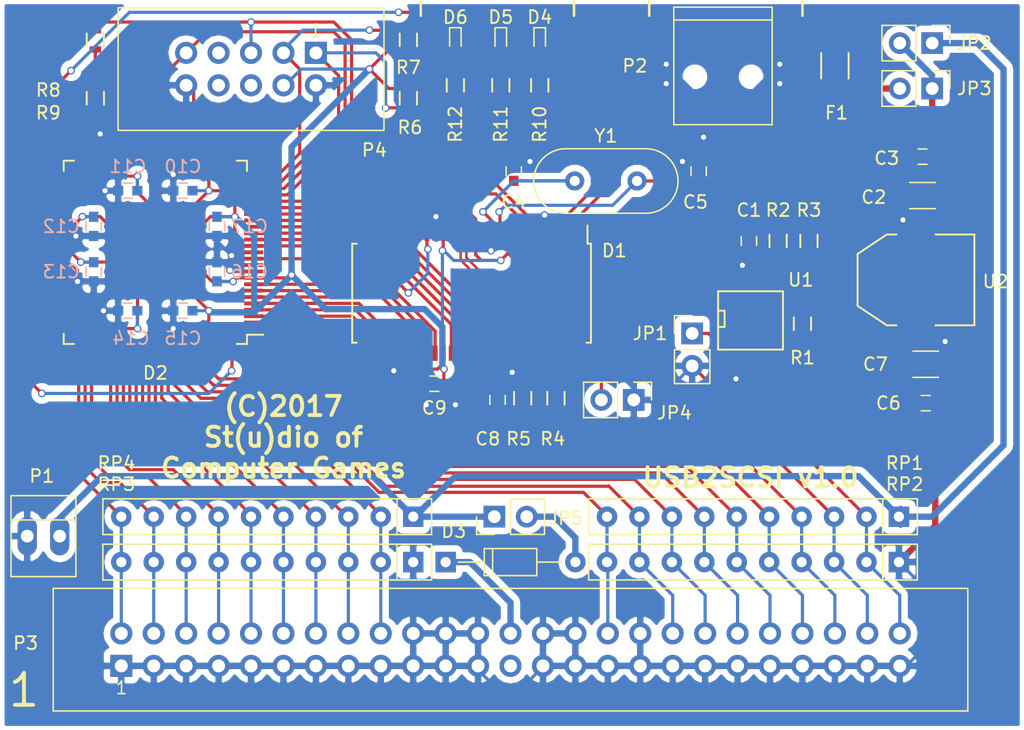
<source format=kicad_pcb>
(kicad_pcb (version 4) (host pcbnew 4.0.2-stable)

  (general
    (links 233)
    (no_connects 0)
    (area 0 0 0 0)
    (thickness 1.6)
    (drawings 13)
    (tracks 811)
    (zones 0)
    (modules 52)
    (nets 63)
  )

  (page A4)
  (layers
    (0 F.Cu signal)
    (31 B.Cu signal)
    (32 B.Adhes user)
    (33 F.Adhes user)
    (34 B.Paste user)
    (35 F.Paste user)
    (36 B.SilkS user)
    (37 F.SilkS user)
    (38 B.Mask user)
    (39 F.Mask user)
    (40 Dwgs.User user)
    (41 Cmts.User user)
    (42 Eco1.User user)
    (43 Eco2.User user)
    (44 Edge.Cuts user)
    (45 Margin user)
    (46 B.CrtYd user)
    (47 F.CrtYd user)
    (48 B.Fab user)
    (49 F.Fab user hide)
  )

  (setup
    (last_trace_width 0.25)
    (trace_clearance 0.2)
    (zone_clearance 0.508)
    (zone_45_only no)
    (trace_min 0.2)
    (segment_width 0.2)
    (edge_width 0.15)
    (via_size 0.6)
    (via_drill 0.4)
    (via_min_size 0.4)
    (via_min_drill 0.3)
    (uvia_size 0.3)
    (uvia_drill 0.1)
    (uvias_allowed no)
    (uvia_min_size 0.2)
    (uvia_min_drill 0.1)
    (pcb_text_width 0.3)
    (pcb_text_size 1.5 1.5)
    (mod_edge_width 0.15)
    (mod_text_size 1 1)
    (mod_text_width 0.15)
    (pad_size 1.524 1.524)
    (pad_drill 0.762)
    (pad_to_mask_clearance 0.2)
    (aux_axis_origin 0 0)
    (visible_elements 7FFFFF7F)
    (pcbplotparams
      (layerselection 0x00030_80000001)
      (usegerberextensions false)
      (excludeedgelayer true)
      (linewidth 0.100000)
      (plotframeref false)
      (viasonmask false)
      (mode 1)
      (useauxorigin false)
      (hpglpennumber 1)
      (hpglpenspeed 20)
      (hpglpendiameter 15)
      (hpglpenoverlay 2)
      (psnegative false)
      (psa4output false)
      (plotreference true)
      (plotvalue true)
      (plotinvisibletext false)
      (padsonsilk false)
      (subtractmaskfromsilk false)
      (outputformat 1)
      (mirror false)
      (drillshape 1)
      (scaleselection 1)
      (outputdirectory ""))
  )

  (net 0 "")
  (net 1 VCC)
  (net 2 GND)
  (net 3 +5V)
  (net 4 "Net-(C4-Pad1)")
  (net 5 "Net-(C5-Pad1)")
  (net 6 "Net-(C8-Pad1)")
  (net 7 DRQ)
  (net 8 CLK)
  (net 9 "Net-(D1-Pad22)")
  (net 10 "Net-(D1-Pad23)")
  (net 11 DB0)
  (net 12 DB1)
  (net 13 DB2)
  (net 14 DB3)
  (net 15 DB4)
  (net 16 DB5)
  (net 17 DB6)
  (net 18 DB7)
  (net 19 ~CS)
  (net 20 ~RW)
  (net 21 ~DACK)
  (net 22 IRQ)
  (net 23 ~ADDR)
  (net 24 ~RST)
  (net 25 "Net-(D1-Pad47)")
  (net 26 "Net-(D1-Pad51)")
  (net 27 "Net-(D2-Pad22)")
  (net 28 "Net-(D2-Pad23)")
  (net 29 "Net-(D2-Pad24)")
  (net 30 "Net-(D2-Pad25)")
  (net 31 "/SCSI Host/SCSI_IO")
  (net 32 "/SCSI Host/SCSI_REQ")
  (net 33 "/SCSI Host/SCSI_CD")
  (net 34 "/SCSI Host/SCSI_SEL")
  (net 35 "/SCSI Host/SCSI_MSG")
  (net 36 "/SCSI Host/SCSI_RST")
  (net 37 "/SCSI Host/SCSI_ACK")
  (net 38 "/SCSI Host/SCSI_BSY")
  (net 39 "/SCSI Host/SCSI_ATN")
  (net 40 "/SCSI Host/SCSI_DBP")
  (net 41 "/SCSI Host/SCSI_DB7")
  (net 42 "/SCSI Host/SCSI_DB6")
  (net 43 "/SCSI Host/SCSI_DB5")
  (net 44 "/SCSI Host/SCSI_DB4")
  (net 45 "/SCSI Host/SCSI_DB3")
  (net 46 "/SCSI Host/SCSI_DB2")
  (net 47 "/SCSI Host/SCSI_DB1")
  (net 48 "/SCSI Host/SCSI_DB0")
  (net 49 "Net-(D3-Pad1)")
  (net 50 "Net-(D3-Pad2)")
  (net 51 "Net-(F1-Pad1)")
  (net 52 "Net-(F1-Pad2)")
  (net 53 "Net-(JP1-Pad1)")
  (net 54 PWR_TERM)
  (net 55 "/USB Controller/USB_D+")
  (net 56 "/USB Controller/USB_D-")
  (net 57 "Net-(D1-Pad2)")
  (net 58 "Net-(D1-Pad3)")
  (net 59 "Net-(D2-Pad100)")
  (net 60 "Net-(D4-Pad2)")
  (net 61 "Net-(D5-Pad2)")
  (net 62 "Net-(D6-Pad2)")

  (net_class Default "Это класс цепей по умолчанию."
    (clearance 0.2)
    (trace_width 0.25)
    (via_dia 0.6)
    (via_drill 0.4)
    (uvia_dia 0.3)
    (uvia_drill 0.1)
    (add_net +5V)
    (add_net "/SCSI Host/SCSI_ACK")
    (add_net "/SCSI Host/SCSI_ATN")
    (add_net "/SCSI Host/SCSI_BSY")
    (add_net "/SCSI Host/SCSI_CD")
    (add_net "/SCSI Host/SCSI_DB0")
    (add_net "/SCSI Host/SCSI_DB1")
    (add_net "/SCSI Host/SCSI_DB2")
    (add_net "/SCSI Host/SCSI_DB3")
    (add_net "/SCSI Host/SCSI_DB4")
    (add_net "/SCSI Host/SCSI_DB5")
    (add_net "/SCSI Host/SCSI_DB6")
    (add_net "/SCSI Host/SCSI_DB7")
    (add_net "/SCSI Host/SCSI_DBP")
    (add_net "/SCSI Host/SCSI_IO")
    (add_net "/SCSI Host/SCSI_MSG")
    (add_net "/SCSI Host/SCSI_REQ")
    (add_net "/SCSI Host/SCSI_RST")
    (add_net "/SCSI Host/SCSI_SEL")
    (add_net "/USB Controller/USB_D+")
    (add_net "/USB Controller/USB_D-")
    (add_net CLK)
    (add_net DB0)
    (add_net DB1)
    (add_net DB2)
    (add_net DB3)
    (add_net DB4)
    (add_net DB5)
    (add_net DB6)
    (add_net DB7)
    (add_net DRQ)
    (add_net GND)
    (add_net IRQ)
    (add_net "Net-(C4-Pad1)")
    (add_net "Net-(C5-Pad1)")
    (add_net "Net-(C8-Pad1)")
    (add_net "Net-(D1-Pad2)")
    (add_net "Net-(D1-Pad22)")
    (add_net "Net-(D1-Pad23)")
    (add_net "Net-(D1-Pad3)")
    (add_net "Net-(D1-Pad47)")
    (add_net "Net-(D1-Pad51)")
    (add_net "Net-(D2-Pad100)")
    (add_net "Net-(D2-Pad22)")
    (add_net "Net-(D2-Pad23)")
    (add_net "Net-(D2-Pad24)")
    (add_net "Net-(D2-Pad25)")
    (add_net "Net-(D4-Pad2)")
    (add_net "Net-(D5-Pad2)")
    (add_net "Net-(D6-Pad2)")
    (add_net "Net-(F1-Pad1)")
    (add_net "Net-(F1-Pad2)")
    (add_net "Net-(JP1-Pad1)")
    (add_net VCC)
    (add_net ~ADDR)
    (add_net ~CS)
    (add_net ~DACK)
    (add_net ~RST)
    (add_net ~RW)
  )

  (net_class PWR_GND ""
    (clearance 0.2)
    (trace_width 0.5)
    (via_dia 1.2)
    (via_drill 0.8)
    (uvia_dia 0.6)
    (uvia_drill 0.2)
  )

  (net_class PWR_TERM ""
    (clearance 0.2)
    (trace_width 0.5)
    (via_dia 1.2)
    (via_drill 0.8)
    (uvia_dia 0.6)
    (uvia_drill 0.2)
    (add_net "Net-(D3-Pad1)")
    (add_net "Net-(D3-Pad2)")
    (add_net PWR_TERM)
  )

  (module Housings_QFP:TQFP-100_14x14mm_Pitch0.5mm (layer F.Cu) (tedit 58A60187) (tstamp 58A00EE5)
    (at 32.385 37.465 180)
    (descr "100-Lead Plastic Thin Quad Flatpack (PF) - 14x14x1 mm Body 2.00 mm Footprint [TQFP] (see Microchip Packaging Specification 00000049BS.pdf)")
    (tags "QFP 0.5")
    (path /589D23E0/589EA85C)
    (attr smd)
    (fp_text reference D2 (at 0 -9.45 180) (layer F.SilkS)
      (effects (font (size 1 1) (thickness 0.15)))
    )
    (fp_text value EPM240 (at 5.842 -10.033 180) (layer F.Fab)
      (effects (font (size 1 1) (thickness 0.15)))
    )
    (fp_text user %R (at 0 0 180) (layer F.Fab)
      (effects (font (size 1 1) (thickness 0.15)))
    )
    (fp_line (start -6 -7) (end 7 -7) (layer F.Fab) (width 0.15))
    (fp_line (start 7 -7) (end 7 7) (layer F.Fab) (width 0.15))
    (fp_line (start 7 7) (end -7 7) (layer F.Fab) (width 0.15))
    (fp_line (start -7 7) (end -7 -6) (layer F.Fab) (width 0.15))
    (fp_line (start -7 -6) (end -6 -7) (layer F.Fab) (width 0.15))
    (fp_line (start -8.7 -8.7) (end -8.7 8.7) (layer F.CrtYd) (width 0.05))
    (fp_line (start 8.7 -8.7) (end 8.7 8.7) (layer F.CrtYd) (width 0.05))
    (fp_line (start -8.7 -8.7) (end 8.7 -8.7) (layer F.CrtYd) (width 0.05))
    (fp_line (start -8.7 8.7) (end 8.7 8.7) (layer F.CrtYd) (width 0.05))
    (fp_line (start -7.175 -7.175) (end -7.175 -6.45) (layer F.SilkS) (width 0.15))
    (fp_line (start 7.175 -7.175) (end 7.175 -6.375) (layer F.SilkS) (width 0.15))
    (fp_line (start 7.175 7.175) (end 7.175 6.375) (layer F.SilkS) (width 0.15))
    (fp_line (start -7.175 7.175) (end -7.175 6.375) (layer F.SilkS) (width 0.15))
    (fp_line (start -7.175 -7.175) (end -6.375 -7.175) (layer F.SilkS) (width 0.15))
    (fp_line (start -7.175 7.175) (end -6.375 7.175) (layer F.SilkS) (width 0.15))
    (fp_line (start 7.175 7.175) (end 6.375 7.175) (layer F.SilkS) (width 0.15))
    (fp_line (start 7.175 -7.175) (end 6.375 -7.175) (layer F.SilkS) (width 0.15))
    (fp_line (start -7.175 -6.45) (end -8.45 -6.45) (layer F.SilkS) (width 0.15))
    (pad 1 smd rect (at -7.7 -6 180) (size 1.5 0.3) (layers F.Cu F.Paste F.Mask))
    (pad 2 smd rect (at -7.7 -5.5 180) (size 1.5 0.3) (layers F.Cu F.Paste F.Mask)
      (net 15 DB4))
    (pad 3 smd rect (at -7.7 -5 180) (size 1.5 0.3) (layers F.Cu F.Paste F.Mask)
      (net 16 DB5))
    (pad 4 smd rect (at -7.7 -4.5 180) (size 1.5 0.3) (layers F.Cu F.Paste F.Mask)
      (net 17 DB6))
    (pad 5 smd rect (at -7.7 -4 180) (size 1.5 0.3) (layers F.Cu F.Paste F.Mask)
      (net 18 DB7))
    (pad 6 smd rect (at -7.7 -3.5 180) (size 1.5 0.3) (layers F.Cu F.Paste F.Mask)
      (net 19 ~CS))
    (pad 7 smd rect (at -7.7 -3 180) (size 1.5 0.3) (layers F.Cu F.Paste F.Mask)
      (net 20 ~RW))
    (pad 8 smd rect (at -7.7 -2.5 180) (size 1.5 0.3) (layers F.Cu F.Paste F.Mask)
      (net 21 ~DACK))
    (pad 9 smd rect (at -7.7 -2 180) (size 1.5 0.3) (layers F.Cu F.Paste F.Mask)
      (net 1 VCC))
    (pad 10 smd rect (at -7.7 -1.5 180) (size 1.5 0.3) (layers F.Cu F.Paste F.Mask)
      (net 2 GND))
    (pad 11 smd rect (at -7.7 -1 180) (size 1.5 0.3) (layers F.Cu F.Paste F.Mask)
      (net 2 GND))
    (pad 12 smd rect (at -7.7 -0.5 180) (size 1.5 0.3) (layers F.Cu F.Paste F.Mask)
      (net 8 CLK))
    (pad 13 smd rect (at -7.7 0 180) (size 1.5 0.3) (layers F.Cu F.Paste F.Mask)
      (net 1 VCC))
    (pad 14 smd rect (at -7.7 0.5 180) (size 1.5 0.3) (layers F.Cu F.Paste F.Mask)
      (net 22 IRQ))
    (pad 15 smd rect (at -7.7 1 180) (size 1.5 0.3) (layers F.Cu F.Paste F.Mask)
      (net 23 ~ADDR))
    (pad 16 smd rect (at -7.7 1.5 180) (size 1.5 0.3) (layers F.Cu F.Paste F.Mask)
      (net 24 ~RST))
    (pad 17 smd rect (at -7.7 2 180) (size 1.5 0.3) (layers F.Cu F.Paste F.Mask)
      (net 14 DB3))
    (pad 18 smd rect (at -7.7 2.5 180) (size 1.5 0.3) (layers F.Cu F.Paste F.Mask)
      (net 13 DB2))
    (pad 19 smd rect (at -7.7 3 180) (size 1.5 0.3) (layers F.Cu F.Paste F.Mask)
      (net 12 DB1))
    (pad 20 smd rect (at -7.7 3.5 180) (size 1.5 0.3) (layers F.Cu F.Paste F.Mask)
      (net 11 DB0))
    (pad 21 smd rect (at -7.7 4 180) (size 1.5 0.3) (layers F.Cu F.Paste F.Mask)
      (net 7 DRQ))
    (pad 22 smd rect (at -7.7 4.5 180) (size 1.5 0.3) (layers F.Cu F.Paste F.Mask)
      (net 27 "Net-(D2-Pad22)"))
    (pad 23 smd rect (at -7.7 5 180) (size 1.5 0.3) (layers F.Cu F.Paste F.Mask)
      (net 28 "Net-(D2-Pad23)"))
    (pad 24 smd rect (at -7.7 5.5 180) (size 1.5 0.3) (layers F.Cu F.Paste F.Mask)
      (net 29 "Net-(D2-Pad24)"))
    (pad 25 smd rect (at -7.7 6 180) (size 1.5 0.3) (layers F.Cu F.Paste F.Mask)
      (net 30 "Net-(D2-Pad25)"))
    (pad 26 smd rect (at -6 7.7 270) (size 1.5 0.3) (layers F.Cu F.Paste F.Mask))
    (pad 27 smd rect (at -5.5 7.7 270) (size 1.5 0.3) (layers F.Cu F.Paste F.Mask))
    (pad 28 smd rect (at -5 7.7 270) (size 1.5 0.3) (layers F.Cu F.Paste F.Mask))
    (pad 29 smd rect (at -4.5 7.7 270) (size 1.5 0.3) (layers F.Cu F.Paste F.Mask))
    (pad 30 smd rect (at -4 7.7 270) (size 1.5 0.3) (layers F.Cu F.Paste F.Mask))
    (pad 31 smd rect (at -3.5 7.7 270) (size 1.5 0.3) (layers F.Cu F.Paste F.Mask)
      (net 1 VCC))
    (pad 32 smd rect (at -3 7.7 270) (size 1.5 0.3) (layers F.Cu F.Paste F.Mask)
      (net 2 GND))
    (pad 33 smd rect (at -2.5 7.7 270) (size 1.5 0.3) (layers F.Cu F.Paste F.Mask))
    (pad 34 smd rect (at -2 7.7 270) (size 1.5 0.3) (layers F.Cu F.Paste F.Mask))
    (pad 35 smd rect (at -1.5 7.7 270) (size 1.5 0.3) (layers F.Cu F.Paste F.Mask))
    (pad 36 smd rect (at -1 7.7 270) (size 1.5 0.3) (layers F.Cu F.Paste F.Mask))
    (pad 37 smd rect (at -0.5 7.7 270) (size 1.5 0.3) (layers F.Cu F.Paste F.Mask))
    (pad 38 smd rect (at 0 7.7 270) (size 1.5 0.3) (layers F.Cu F.Paste F.Mask))
    (pad 39 smd rect (at 0.5 7.7 270) (size 1.5 0.3) (layers F.Cu F.Paste F.Mask))
    (pad 40 smd rect (at 1 7.7 270) (size 1.5 0.3) (layers F.Cu F.Paste F.Mask))
    (pad 41 smd rect (at 1.5 7.7 270) (size 1.5 0.3) (layers F.Cu F.Paste F.Mask))
    (pad 42 smd rect (at 2 7.7 270) (size 1.5 0.3) (layers F.Cu F.Paste F.Mask))
    (pad 43 smd rect (at 2.5 7.7 270) (size 1.5 0.3) (layers F.Cu F.Paste F.Mask))
    (pad 44 smd rect (at 3 7.7 270) (size 1.5 0.3) (layers F.Cu F.Paste F.Mask))
    (pad 45 smd rect (at 3.5 7.7 270) (size 1.5 0.3) (layers F.Cu F.Paste F.Mask)
      (net 1 VCC))
    (pad 46 smd rect (at 4 7.7 270) (size 1.5 0.3) (layers F.Cu F.Paste F.Mask)
      (net 2 GND))
    (pad 47 smd rect (at 4.5 7.7 270) (size 1.5 0.3) (layers F.Cu F.Paste F.Mask))
    (pad 48 smd rect (at 5 7.7 270) (size 1.5 0.3) (layers F.Cu F.Paste F.Mask))
    (pad 49 smd rect (at 5.5 7.7 270) (size 1.5 0.3) (layers F.Cu F.Paste F.Mask))
    (pad 50 smd rect (at 6 7.7 270) (size 1.5 0.3) (layers F.Cu F.Paste F.Mask))
    (pad 51 smd rect (at 7.7 6 180) (size 1.5 0.3) (layers F.Cu F.Paste F.Mask))
    (pad 52 smd rect (at 7.7 5.5 180) (size 1.5 0.3) (layers F.Cu F.Paste F.Mask))
    (pad 53 smd rect (at 7.7 5 180) (size 1.5 0.3) (layers F.Cu F.Paste F.Mask))
    (pad 54 smd rect (at 7.7 4.5 180) (size 1.5 0.3) (layers F.Cu F.Paste F.Mask))
    (pad 55 smd rect (at 7.7 4 180) (size 1.5 0.3) (layers F.Cu F.Paste F.Mask))
    (pad 56 smd rect (at 7.7 3.5 180) (size 1.5 0.3) (layers F.Cu F.Paste F.Mask))
    (pad 57 smd rect (at 7.7 3 180) (size 1.5 0.3) (layers F.Cu F.Paste F.Mask))
    (pad 58 smd rect (at 7.7 2.5 180) (size 1.5 0.3) (layers F.Cu F.Paste F.Mask))
    (pad 59 smd rect (at 7.7 2 180) (size 1.5 0.3) (layers F.Cu F.Paste F.Mask)
      (net 1 VCC))
    (pad 60 smd rect (at 7.7 1.5 180) (size 1.5 0.3) (layers F.Cu F.Paste F.Mask)
      (net 2 GND))
    (pad 61 smd rect (at 7.7 1 180) (size 1.5 0.3) (layers F.Cu F.Paste F.Mask))
    (pad 62 smd rect (at 7.7 0.5 180) (size 1.5 0.3) (layers F.Cu F.Paste F.Mask))
    (pad 63 smd rect (at 7.7 0 180) (size 1.5 0.3) (layers F.Cu F.Paste F.Mask)
      (net 1 VCC))
    (pad 64 smd rect (at 7.7 -0.5 180) (size 1.5 0.3) (layers F.Cu F.Paste F.Mask))
    (pad 65 smd rect (at 7.7 -1 180) (size 1.5 0.3) (layers F.Cu F.Paste F.Mask)
      (net 2 GND))
    (pad 66 smd rect (at 7.7 -1.5 180) (size 1.5 0.3) (layers F.Cu F.Paste F.Mask))
    (pad 67 smd rect (at 7.7 -2 180) (size 1.5 0.3) (layers F.Cu F.Paste F.Mask))
    (pad 68 smd rect (at 7.7 -2.5 180) (size 1.5 0.3) (layers F.Cu F.Paste F.Mask))
    (pad 69 smd rect (at 7.7 -3 180) (size 1.5 0.3) (layers F.Cu F.Paste F.Mask))
    (pad 70 smd rect (at 7.7 -3.5 180) (size 1.5 0.3) (layers F.Cu F.Paste F.Mask))
    (pad 71 smd rect (at 7.7 -4 180) (size 1.5 0.3) (layers F.Cu F.Paste F.Mask))
    (pad 72 smd rect (at 7.7 -4.5 180) (size 1.5 0.3) (layers F.Cu F.Paste F.Mask))
    (pad 73 smd rect (at 7.7 -5 180) (size 1.5 0.3) (layers F.Cu F.Paste F.Mask))
    (pad 74 smd rect (at 7.7 -5.5 180) (size 1.5 0.3) (layers F.Cu F.Paste F.Mask))
    (pad 75 smd rect (at 7.7 -6 180) (size 1.5 0.3) (layers F.Cu F.Paste F.Mask))
    (pad 76 smd rect (at 6 -7.7 270) (size 1.5 0.3) (layers F.Cu F.Paste F.Mask)
      (net 48 "/SCSI Host/SCSI_DB0"))
    (pad 77 smd rect (at 5.5 -7.7 270) (size 1.5 0.3) (layers F.Cu F.Paste F.Mask)
      (net 47 "/SCSI Host/SCSI_DB1"))
    (pad 78 smd rect (at 5 -7.7 270) (size 1.5 0.3) (layers F.Cu F.Paste F.Mask)
      (net 46 "/SCSI Host/SCSI_DB2"))
    (pad 79 smd rect (at 4.5 -7.7 270) (size 1.5 0.3) (layers F.Cu F.Paste F.Mask)
      (net 2 GND))
    (pad 80 smd rect (at 4 -7.7 270) (size 1.5 0.3) (layers F.Cu F.Paste F.Mask)
      (net 1 VCC))
    (pad 81 smd rect (at 3.5 -7.7 270) (size 1.5 0.3) (layers F.Cu F.Paste F.Mask)
      (net 45 "/SCSI Host/SCSI_DB3"))
    (pad 82 smd rect (at 3 -7.7 270) (size 1.5 0.3) (layers F.Cu F.Paste F.Mask)
      (net 44 "/SCSI Host/SCSI_DB4"))
    (pad 83 smd rect (at 2.5 -7.7 270) (size 1.5 0.3) (layers F.Cu F.Paste F.Mask)
      (net 43 "/SCSI Host/SCSI_DB5"))
    (pad 84 smd rect (at 2 -7.7 270) (size 1.5 0.3) (layers F.Cu F.Paste F.Mask)
      (net 42 "/SCSI Host/SCSI_DB6"))
    (pad 85 smd rect (at 1.5 -7.7 270) (size 1.5 0.3) (layers F.Cu F.Paste F.Mask)
      (net 41 "/SCSI Host/SCSI_DB7"))
    (pad 86 smd rect (at 1 -7.7 270) (size 1.5 0.3) (layers F.Cu F.Paste F.Mask)
      (net 40 "/SCSI Host/SCSI_DBP"))
    (pad 87 smd rect (at 0.5 -7.7 270) (size 1.5 0.3) (layers F.Cu F.Paste F.Mask)
      (net 39 "/SCSI Host/SCSI_ATN"))
    (pad 88 smd rect (at 0 -7.7 270) (size 1.5 0.3) (layers F.Cu F.Paste F.Mask)
      (net 38 "/SCSI Host/SCSI_BSY"))
    (pad 89 smd rect (at -0.5 -7.7 270) (size 1.5 0.3) (layers F.Cu F.Paste F.Mask)
      (net 37 "/SCSI Host/SCSI_ACK"))
    (pad 90 smd rect (at -1 -7.7 270) (size 1.5 0.3) (layers F.Cu F.Paste F.Mask)
      (net 36 "/SCSI Host/SCSI_RST"))
    (pad 91 smd rect (at -1.5 -7.7 270) (size 1.5 0.3) (layers F.Cu F.Paste F.Mask)
      (net 35 "/SCSI Host/SCSI_MSG"))
    (pad 92 smd rect (at -2 -7.7 270) (size 1.5 0.3) (layers F.Cu F.Paste F.Mask)
      (net 34 "/SCSI Host/SCSI_SEL"))
    (pad 93 smd rect (at -2.5 -7.7 270) (size 1.5 0.3) (layers F.Cu F.Paste F.Mask)
      (net 2 GND))
    (pad 94 smd rect (at -3 -7.7 270) (size 1.5 0.3) (layers F.Cu F.Paste F.Mask)
      (net 1 VCC))
    (pad 95 smd rect (at -3.5 -7.7 270) (size 1.5 0.3) (layers F.Cu F.Paste F.Mask)
      (net 33 "/SCSI Host/SCSI_CD"))
    (pad 96 smd rect (at -4 -7.7 270) (size 1.5 0.3) (layers F.Cu F.Paste F.Mask)
      (net 32 "/SCSI Host/SCSI_REQ"))
    (pad 97 smd rect (at -4.5 -7.7 270) (size 1.5 0.3) (layers F.Cu F.Paste F.Mask)
      (net 31 "/SCSI Host/SCSI_IO"))
    (pad 98 smd rect (at -5 -7.7 270) (size 1.5 0.3) (layers F.Cu F.Paste F.Mask))
    (pad 99 smd rect (at -5.5 -7.7 270) (size 1.5 0.3) (layers F.Cu F.Paste F.Mask))
    (pad 100 smd rect (at -6 -7.7 270) (size 1.5 0.3) (layers F.Cu F.Paste F.Mask)
      (net 59 "Net-(D2-Pad100)"))
    (model Housings_QFP.3dshapes/TQFP-100_14x14mm_Pitch0.5mm.wrl
      (at (xyz 0 0 0))
      (scale (xyz 1 1 1))
      (rotate (xyz 0 0 0))
    )
  )

  (module Connect:IDC_Header_Straight_10pins (layer F.Cu) (tedit 58A60195) (tstamp 58A0100C)
    (at 44.958 21.844 180)
    (descr "10 pins through hole IDC header")
    (tags "IDC header socket VASCH")
    (path /589D23E0/58A13F60)
    (fp_text reference P4 (at -4.572 -7.62 180) (layer F.SilkS)
      (effects (font (size 1 1) (thickness 0.15)))
    )
    (fp_text value "ALTERA JTAG" (at 5.08 5.223 180) (layer F.Fab)
      (effects (font (size 1 1) (thickness 0.15)))
    )
    (fp_line (start -5.08 -5.82) (end 15.24 -5.82) (layer F.Fab) (width 0.1))
    (fp_line (start -4.54 -5.27) (end 14.68 -5.27) (layer F.Fab) (width 0.1))
    (fp_line (start -5.08 3.28) (end 15.24 3.28) (layer F.Fab) (width 0.1))
    (fp_line (start -4.54 2.73) (end 2.83 2.73) (layer F.Fab) (width 0.1))
    (fp_line (start 7.33 2.73) (end 14.68 2.73) (layer F.Fab) (width 0.1))
    (fp_line (start 2.83 2.73) (end 2.83 3.28) (layer F.Fab) (width 0.1))
    (fp_line (start 7.33 2.73) (end 7.33 3.28) (layer F.Fab) (width 0.1))
    (fp_line (start -5.08 -5.82) (end -5.08 3.28) (layer F.Fab) (width 0.1))
    (fp_line (start -4.54 -5.27) (end -4.54 2.73) (layer F.Fab) (width 0.1))
    (fp_line (start 15.24 -5.82) (end 15.24 3.28) (layer F.Fab) (width 0.1))
    (fp_line (start 14.68 -5.27) (end 14.68 2.73) (layer F.Fab) (width 0.1))
    (fp_line (start -5.08 -5.82) (end -4.54 -5.27) (layer F.Fab) (width 0.1))
    (fp_line (start 15.24 -5.82) (end 14.68 -5.27) (layer F.Fab) (width 0.1))
    (fp_line (start -5.08 3.28) (end -4.54 2.73) (layer F.Fab) (width 0.1))
    (fp_line (start 15.24 3.28) (end 14.68 2.73) (layer F.Fab) (width 0.1))
    (fp_line (start -5.58 -6.32) (end 15.74 -6.32) (layer F.CrtYd) (width 0.05))
    (fp_line (start 15.74 -6.32) (end 15.74 3.78) (layer F.CrtYd) (width 0.05))
    (fp_line (start 15.74 3.78) (end -5.58 3.78) (layer F.CrtYd) (width 0.05))
    (fp_line (start -5.58 3.78) (end -5.58 -6.32) (layer F.CrtYd) (width 0.05))
    (fp_text user 1 (at 0.02 1.72 180) (layer F.SilkS)
      (effects (font (size 1 1) (thickness 0.12)))
    )
    (fp_line (start -5.33 -6.07) (end 15.49 -6.07) (layer F.SilkS) (width 0.12))
    (fp_line (start 15.49 -6.07) (end 15.49 3.53) (layer F.SilkS) (width 0.12))
    (fp_line (start 15.49 3.53) (end -5.33 3.53) (layer F.SilkS) (width 0.12))
    (fp_line (start -5.33 3.53) (end -5.33 -6.07) (layer F.SilkS) (width 0.12))
    (pad 1 thru_hole rect (at 0 0 180) (size 1.7272 1.7272) (drill 1.016) (layers *.Cu *.Mask)
      (net 29 "Net-(D2-Pad24)"))
    (pad 2 thru_hole oval (at 0 -2.54 180) (size 1.7272 1.7272) (drill 1.016) (layers *.Cu *.Mask)
      (net 2 GND))
    (pad 3 thru_hole oval (at 2.54 0 180) (size 1.7272 1.7272) (drill 1.016) (layers *.Cu *.Mask)
      (net 30 "Net-(D2-Pad25)"))
    (pad 4 thru_hole oval (at 2.54 -2.54 180) (size 1.7272 1.7272) (drill 1.016) (layers *.Cu *.Mask)
      (net 1 VCC))
    (pad 5 thru_hole oval (at 5.08 0 180) (size 1.7272 1.7272) (drill 1.016) (layers *.Cu *.Mask)
      (net 27 "Net-(D2-Pad22)"))
    (pad 6 thru_hole oval (at 5.08 -2.54 180) (size 1.7272 1.7272) (drill 1.016) (layers *.Cu *.Mask))
    (pad 7 thru_hole oval (at 7.62 0 180) (size 1.7272 1.7272) (drill 1.016) (layers *.Cu *.Mask))
    (pad 8 thru_hole oval (at 7.62 -2.54 180) (size 1.7272 1.7272) (drill 1.016) (layers *.Cu *.Mask))
    (pad 9 thru_hole oval (at 10.16 0 180) (size 1.7272 1.7272) (drill 1.016) (layers *.Cu *.Mask)
      (net 28 "Net-(D2-Pad23)"))
    (pad 10 thru_hole oval (at 10.16 -2.54 180) (size 1.7272 1.7272) (drill 1.016) (layers *.Cu *.Mask)
      (net 2 GND))
  )

  (module Connect:IDC_Header_Straight_50pins (layer F.Cu) (tedit 58A60051) (tstamp 58A00FE6)
    (at 29.718 69.85)
    (descr "50 pins through hole IDC header")
    (tags "IDC header socket VASCH")
    (path /589D23E0/589EB4BF)
    (fp_text reference P3 (at -7.493 -1.778) (layer F.SilkS)
      (effects (font (size 1 1) (thickness 0.15)))
    )
    (fp_text value SCSI_IDC50 (at 68.707 -1.27 90) (layer F.Fab)
      (effects (font (size 1 1) (thickness 0.15)))
    )
    (fp_line (start -5.08 -5.82) (end 66.04 -5.82) (layer F.Fab) (width 0.1))
    (fp_line (start -4.54 -5.27) (end 65.48 -5.27) (layer F.Fab) (width 0.1))
    (fp_line (start -5.08 3.28) (end 66.04 3.28) (layer F.Fab) (width 0.1))
    (fp_line (start -4.54 2.73) (end 28.23 2.73) (layer F.Fab) (width 0.1))
    (fp_line (start 32.73 2.73) (end 65.48 2.73) (layer F.Fab) (width 0.1))
    (fp_line (start 28.23 2.73) (end 28.23 3.28) (layer F.Fab) (width 0.1))
    (fp_line (start 32.73 2.73) (end 32.73 3.28) (layer F.Fab) (width 0.1))
    (fp_line (start -5.08 -5.82) (end -5.08 3.28) (layer F.Fab) (width 0.1))
    (fp_line (start -4.54 -5.27) (end -4.54 2.73) (layer F.Fab) (width 0.1))
    (fp_line (start 66.04 -5.82) (end 66.04 3.28) (layer F.Fab) (width 0.1))
    (fp_line (start 65.48 -5.27) (end 65.48 2.73) (layer F.Fab) (width 0.1))
    (fp_line (start -5.08 -5.82) (end -4.54 -5.27) (layer F.Fab) (width 0.1))
    (fp_line (start 66.04 -5.82) (end 65.48 -5.27) (layer F.Fab) (width 0.1))
    (fp_line (start -5.08 3.28) (end -4.54 2.73) (layer F.Fab) (width 0.1))
    (fp_line (start 66.04 3.28) (end 65.48 2.73) (layer F.Fab) (width 0.1))
    (fp_line (start -5.58 -6.32) (end 66.54 -6.32) (layer F.CrtYd) (width 0.05))
    (fp_line (start 66.54 -6.32) (end 66.54 3.78) (layer F.CrtYd) (width 0.05))
    (fp_line (start 66.54 3.78) (end -5.58 3.78) (layer F.CrtYd) (width 0.05))
    (fp_line (start -5.58 3.78) (end -5.58 -6.32) (layer F.CrtYd) (width 0.05))
    (fp_text user 1 (at 0.02 1.72) (layer F.SilkS)
      (effects (font (size 1 1) (thickness 0.12)))
    )
    (fp_line (start -5.33 -6.07) (end 66.29 -6.07) (layer F.SilkS) (width 0.12))
    (fp_line (start 66.29 -6.07) (end 66.29 3.53) (layer F.SilkS) (width 0.12))
    (fp_line (start 66.29 3.53) (end -5.33 3.53) (layer F.SilkS) (width 0.12))
    (fp_line (start -5.33 3.53) (end -5.33 -6.07) (layer F.SilkS) (width 0.12))
    (pad 1 thru_hole rect (at 0 0) (size 1.7272 1.7272) (drill 1.016) (layers *.Cu *.Mask)
      (net 2 GND))
    (pad 2 thru_hole oval (at 0 -2.54) (size 1.7272 1.7272) (drill 1.016) (layers *.Cu *.Mask)
      (net 48 "/SCSI Host/SCSI_DB0"))
    (pad 3 thru_hole oval (at 2.54 0) (size 1.7272 1.7272) (drill 1.016) (layers *.Cu *.Mask)
      (net 2 GND))
    (pad 4 thru_hole oval (at 2.54 -2.54) (size 1.7272 1.7272) (drill 1.016) (layers *.Cu *.Mask)
      (net 47 "/SCSI Host/SCSI_DB1"))
    (pad 5 thru_hole oval (at 5.08 0) (size 1.7272 1.7272) (drill 1.016) (layers *.Cu *.Mask)
      (net 2 GND))
    (pad 6 thru_hole oval (at 5.08 -2.54) (size 1.7272 1.7272) (drill 1.016) (layers *.Cu *.Mask)
      (net 46 "/SCSI Host/SCSI_DB2"))
    (pad 7 thru_hole oval (at 7.62 0) (size 1.7272 1.7272) (drill 1.016) (layers *.Cu *.Mask)
      (net 2 GND))
    (pad 8 thru_hole oval (at 7.62 -2.54) (size 1.7272 1.7272) (drill 1.016) (layers *.Cu *.Mask)
      (net 45 "/SCSI Host/SCSI_DB3"))
    (pad 9 thru_hole oval (at 10.16 0) (size 1.7272 1.7272) (drill 1.016) (layers *.Cu *.Mask)
      (net 2 GND))
    (pad 10 thru_hole oval (at 10.16 -2.54) (size 1.7272 1.7272) (drill 1.016) (layers *.Cu *.Mask)
      (net 44 "/SCSI Host/SCSI_DB4"))
    (pad 11 thru_hole oval (at 12.7 0) (size 1.7272 1.7272) (drill 1.016) (layers *.Cu *.Mask)
      (net 2 GND))
    (pad 12 thru_hole oval (at 12.7 -2.54) (size 1.7272 1.7272) (drill 1.016) (layers *.Cu *.Mask)
      (net 43 "/SCSI Host/SCSI_DB5"))
    (pad 13 thru_hole oval (at 15.24 0) (size 1.7272 1.7272) (drill 1.016) (layers *.Cu *.Mask)
      (net 2 GND))
    (pad 14 thru_hole oval (at 15.24 -2.54) (size 1.7272 1.7272) (drill 1.016) (layers *.Cu *.Mask)
      (net 42 "/SCSI Host/SCSI_DB6"))
    (pad 15 thru_hole oval (at 17.78 0) (size 1.7272 1.7272) (drill 1.016) (layers *.Cu *.Mask)
      (net 2 GND))
    (pad 16 thru_hole oval (at 17.78 -2.54) (size 1.7272 1.7272) (drill 1.016) (layers *.Cu *.Mask)
      (net 41 "/SCSI Host/SCSI_DB7"))
    (pad 17 thru_hole oval (at 20.32 0) (size 1.7272 1.7272) (drill 1.016) (layers *.Cu *.Mask)
      (net 2 GND))
    (pad 18 thru_hole oval (at 20.32 -2.54) (size 1.7272 1.7272) (drill 1.016) (layers *.Cu *.Mask)
      (net 40 "/SCSI Host/SCSI_DBP"))
    (pad 19 thru_hole oval (at 22.86 0) (size 1.7272 1.7272) (drill 1.016) (layers *.Cu *.Mask)
      (net 2 GND))
    (pad 20 thru_hole oval (at 22.86 -2.54) (size 1.7272 1.7272) (drill 1.016) (layers *.Cu *.Mask)
      (net 2 GND))
    (pad 21 thru_hole oval (at 25.4 0) (size 1.7272 1.7272) (drill 1.016) (layers *.Cu *.Mask)
      (net 2 GND))
    (pad 22 thru_hole oval (at 25.4 -2.54) (size 1.7272 1.7272) (drill 1.016) (layers *.Cu *.Mask)
      (net 2 GND))
    (pad 23 thru_hole oval (at 27.94 0) (size 1.7272 1.7272) (drill 1.016) (layers *.Cu *.Mask)
      (net 2 GND))
    (pad 24 thru_hole oval (at 27.94 -2.54) (size 1.7272 1.7272) (drill 1.016) (layers *.Cu *.Mask)
      (net 2 GND))
    (pad 25 thru_hole oval (at 30.48 0) (size 1.7272 1.7272) (drill 1.016) (layers *.Cu *.Mask))
    (pad 26 thru_hole oval (at 30.48 -2.54) (size 1.7272 1.7272) (drill 1.016) (layers *.Cu *.Mask)
      (net 49 "Net-(D3-Pad1)"))
    (pad 27 thru_hole oval (at 33.02 0) (size 1.7272 1.7272) (drill 1.016) (layers *.Cu *.Mask)
      (net 2 GND))
    (pad 28 thru_hole oval (at 33.02 -2.54) (size 1.7272 1.7272) (drill 1.016) (layers *.Cu *.Mask)
      (net 2 GND))
    (pad 29 thru_hole oval (at 35.56 0) (size 1.7272 1.7272) (drill 1.016) (layers *.Cu *.Mask)
      (net 2 GND))
    (pad 30 thru_hole oval (at 35.56 -2.54) (size 1.7272 1.7272) (drill 1.016) (layers *.Cu *.Mask)
      (net 2 GND))
    (pad 31 thru_hole oval (at 38.1 0) (size 1.7272 1.7272) (drill 1.016) (layers *.Cu *.Mask)
      (net 2 GND))
    (pad 32 thru_hole oval (at 38.1 -2.54) (size 1.7272 1.7272) (drill 1.016) (layers *.Cu *.Mask)
      (net 39 "/SCSI Host/SCSI_ATN"))
    (pad 33 thru_hole oval (at 40.64 0) (size 1.7272 1.7272) (drill 1.016) (layers *.Cu *.Mask)
      (net 2 GND))
    (pad 34 thru_hole oval (at 40.64 -2.54) (size 1.7272 1.7272) (drill 1.016) (layers *.Cu *.Mask)
      (net 2 GND))
    (pad 35 thru_hole oval (at 43.18 0) (size 1.7272 1.7272) (drill 1.016) (layers *.Cu *.Mask)
      (net 2 GND))
    (pad 36 thru_hole oval (at 43.18 -2.54) (size 1.7272 1.7272) (drill 1.016) (layers *.Cu *.Mask)
      (net 38 "/SCSI Host/SCSI_BSY"))
    (pad 37 thru_hole oval (at 45.72 0) (size 1.7272 1.7272) (drill 1.016) (layers *.Cu *.Mask)
      (net 2 GND))
    (pad 38 thru_hole oval (at 45.72 -2.54) (size 1.7272 1.7272) (drill 1.016) (layers *.Cu *.Mask)
      (net 37 "/SCSI Host/SCSI_ACK"))
    (pad 39 thru_hole oval (at 48.26 0) (size 1.7272 1.7272) (drill 1.016) (layers *.Cu *.Mask)
      (net 2 GND))
    (pad 40 thru_hole oval (at 48.26 -2.54) (size 1.7272 1.7272) (drill 1.016) (layers *.Cu *.Mask)
      (net 36 "/SCSI Host/SCSI_RST"))
    (pad 41 thru_hole oval (at 50.8 0) (size 1.7272 1.7272) (drill 1.016) (layers *.Cu *.Mask)
      (net 2 GND))
    (pad 42 thru_hole oval (at 50.8 -2.54) (size 1.7272 1.7272) (drill 1.016) (layers *.Cu *.Mask)
      (net 35 "/SCSI Host/SCSI_MSG"))
    (pad 43 thru_hole oval (at 53.34 0) (size 1.7272 1.7272) (drill 1.016) (layers *.Cu *.Mask)
      (net 2 GND))
    (pad 44 thru_hole oval (at 53.34 -2.54) (size 1.7272 1.7272) (drill 1.016) (layers *.Cu *.Mask)
      (net 34 "/SCSI Host/SCSI_SEL"))
    (pad 45 thru_hole oval (at 55.88 0) (size 1.7272 1.7272) (drill 1.016) (layers *.Cu *.Mask)
      (net 2 GND))
    (pad 46 thru_hole oval (at 55.88 -2.54) (size 1.7272 1.7272) (drill 1.016) (layers *.Cu *.Mask)
      (net 33 "/SCSI Host/SCSI_CD"))
    (pad 47 thru_hole oval (at 58.42 0) (size 1.7272 1.7272) (drill 1.016) (layers *.Cu *.Mask)
      (net 2 GND))
    (pad 48 thru_hole oval (at 58.42 -2.54) (size 1.7272 1.7272) (drill 1.016) (layers *.Cu *.Mask)
      (net 32 "/SCSI Host/SCSI_REQ"))
    (pad 49 thru_hole oval (at 60.96 0) (size 1.7272 1.7272) (drill 1.016) (layers *.Cu *.Mask)
      (net 2 GND))
    (pad 50 thru_hole oval (at 60.96 -2.54) (size 1.7272 1.7272) (drill 1.016) (layers *.Cu *.Mask)
      (net 31 "/SCSI Host/SCSI_IO"))
  )

  (module Capacitors_SMD:C_0603 (layer F.Cu) (tedit 58A6021F) (tstamp 58A00D1E)
    (at 78.867 36.576 270)
    (descr "Capacitor SMD 0603, reflow soldering, AVX (see smccp.pdf)")
    (tags "capacitor 0603")
    (path /589D23DD/589EC21B)
    (attr smd)
    (fp_text reference C1 (at -2.413 0 360) (layer F.SilkS)
      (effects (font (size 1 1) (thickness 0.15)))
    )
    (fp_text value 0.1uF (at 0 1.9 270) (layer F.Fab) hide
      (effects (font (size 1 1) (thickness 0.15)))
    )
    (fp_line (start -0.8 0.4) (end -0.8 -0.4) (layer F.Fab) (width 0.1))
    (fp_line (start 0.8 0.4) (end -0.8 0.4) (layer F.Fab) (width 0.1))
    (fp_line (start 0.8 -0.4) (end 0.8 0.4) (layer F.Fab) (width 0.1))
    (fp_line (start -0.8 -0.4) (end 0.8 -0.4) (layer F.Fab) (width 0.1))
    (fp_line (start -1.45 -0.75) (end 1.45 -0.75) (layer F.CrtYd) (width 0.05))
    (fp_line (start -1.45 0.75) (end 1.45 0.75) (layer F.CrtYd) (width 0.05))
    (fp_line (start -1.45 -0.75) (end -1.45 0.75) (layer F.CrtYd) (width 0.05))
    (fp_line (start 1.45 -0.75) (end 1.45 0.75) (layer F.CrtYd) (width 0.05))
    (fp_line (start -0.35 -0.6) (end 0.35 -0.6) (layer F.SilkS) (width 0.12))
    (fp_line (start 0.35 0.6) (end -0.35 0.6) (layer F.SilkS) (width 0.12))
    (pad 1 smd rect (at -0.75 0 270) (size 0.8 0.75) (layers F.Cu F.Paste F.Mask)
      (net 1 VCC))
    (pad 2 smd rect (at 0.75 0 270) (size 0.8 0.75) (layers F.Cu F.Paste F.Mask)
      (net 2 GND))
    (model Capacitors_SMD.3dshapes/C_0603.wrl
      (at (xyz 0 0 0))
      (scale (xyz 1 1 1))
      (rotate (xyz 0 0 0))
    )
  )

  (module Capacitors_SMD:C_1206 (layer F.Cu) (tedit 58A5FF79) (tstamp 58A00D2E)
    (at 92.456 33.02 180)
    (descr "Capacitor SMD 1206, reflow soldering, AVX (see smccp.pdf)")
    (tags "capacitor 1206")
    (path /589D23DD/589E8362)
    (attr smd)
    (fp_text reference C2 (at 3.81 -0.127 180) (layer F.SilkS)
      (effects (font (size 1 1) (thickness 0.15)))
    )
    (fp_text value 47uF (at 0 2.3 180) (layer F.Fab) hide
      (effects (font (size 1 1) (thickness 0.15)))
    )
    (fp_line (start -1.6 0.8) (end -1.6 -0.8) (layer F.Fab) (width 0.1))
    (fp_line (start 1.6 0.8) (end -1.6 0.8) (layer F.Fab) (width 0.1))
    (fp_line (start 1.6 -0.8) (end 1.6 0.8) (layer F.Fab) (width 0.1))
    (fp_line (start -1.6 -0.8) (end 1.6 -0.8) (layer F.Fab) (width 0.1))
    (fp_line (start -2.3 -1.15) (end 2.3 -1.15) (layer F.CrtYd) (width 0.05))
    (fp_line (start -2.3 1.15) (end 2.3 1.15) (layer F.CrtYd) (width 0.05))
    (fp_line (start -2.3 -1.15) (end -2.3 1.15) (layer F.CrtYd) (width 0.05))
    (fp_line (start 2.3 -1.15) (end 2.3 1.15) (layer F.CrtYd) (width 0.05))
    (fp_line (start 1 -1.025) (end -1 -1.025) (layer F.SilkS) (width 0.12))
    (fp_line (start -1 1.025) (end 1 1.025) (layer F.SilkS) (width 0.12))
    (pad 1 smd rect (at -1.5 0 180) (size 1 1.6) (layers F.Cu F.Paste F.Mask)
      (net 3 +5V))
    (pad 2 smd rect (at 1.5 0 180) (size 1 1.6) (layers F.Cu F.Paste F.Mask)
      (net 2 GND))
    (model Capacitors_SMD.3dshapes/C_1206.wrl
      (at (xyz 0 0 0))
      (scale (xyz 1 1 1))
      (rotate (xyz 0 0 0))
    )
  )

  (module Capacitors_SMD:C_0603 (layer F.Cu) (tedit 58A5FF75) (tstamp 58A00D3E)
    (at 92.456 29.972 180)
    (descr "Capacitor SMD 0603, reflow soldering, AVX (see smccp.pdf)")
    (tags "capacitor 0603")
    (path /589D23DD/589EC20D)
    (attr smd)
    (fp_text reference C3 (at 2.794 -0.127 180) (layer F.SilkS)
      (effects (font (size 1 1) (thickness 0.15)))
    )
    (fp_text value 0.1uF (at 0 1.9 180) (layer F.Fab) hide
      (effects (font (size 1 1) (thickness 0.15)))
    )
    (fp_line (start -0.8 0.4) (end -0.8 -0.4) (layer F.Fab) (width 0.1))
    (fp_line (start 0.8 0.4) (end -0.8 0.4) (layer F.Fab) (width 0.1))
    (fp_line (start 0.8 -0.4) (end 0.8 0.4) (layer F.Fab) (width 0.1))
    (fp_line (start -0.8 -0.4) (end 0.8 -0.4) (layer F.Fab) (width 0.1))
    (fp_line (start -1.45 -0.75) (end 1.45 -0.75) (layer F.CrtYd) (width 0.05))
    (fp_line (start -1.45 0.75) (end 1.45 0.75) (layer F.CrtYd) (width 0.05))
    (fp_line (start -1.45 -0.75) (end -1.45 0.75) (layer F.CrtYd) (width 0.05))
    (fp_line (start 1.45 -0.75) (end 1.45 0.75) (layer F.CrtYd) (width 0.05))
    (fp_line (start -0.35 -0.6) (end 0.35 -0.6) (layer F.SilkS) (width 0.12))
    (fp_line (start 0.35 0.6) (end -0.35 0.6) (layer F.SilkS) (width 0.12))
    (pad 1 smd rect (at -0.75 0 180) (size 0.8 0.75) (layers F.Cu F.Paste F.Mask)
      (net 3 +5V))
    (pad 2 smd rect (at 0.75 0 180) (size 0.8 0.75) (layers F.Cu F.Paste F.Mask)
      (net 2 GND))
    (model Capacitors_SMD.3dshapes/C_0603.wrl
      (at (xyz 0 0 0))
      (scale (xyz 1 1 1))
      (rotate (xyz 0 0 0))
    )
  )

  (module Capacitors_SMD:C_0603 (layer F.Cu) (tedit 58A75284) (tstamp 58A00D4E)
    (at 60.452 31.115 90)
    (descr "Capacitor SMD 0603, reflow soldering, AVX (see smccp.pdf)")
    (tags "capacitor 0603")
    (path /589D23DD/589E0326)
    (attr smd)
    (fp_text reference C4 (at -2.413 0 180) (layer F.SilkS)
      (effects (font (size 1 1) (thickness 0.15)))
    )
    (fp_text value 15p (at 0 1.9 90) (layer F.Fab) hide
      (effects (font (size 1 1) (thickness 0.15)))
    )
    (fp_line (start -0.8 0.4) (end -0.8 -0.4) (layer F.Fab) (width 0.1))
    (fp_line (start 0.8 0.4) (end -0.8 0.4) (layer F.Fab) (width 0.1))
    (fp_line (start 0.8 -0.4) (end 0.8 0.4) (layer F.Fab) (width 0.1))
    (fp_line (start -0.8 -0.4) (end 0.8 -0.4) (layer F.Fab) (width 0.1))
    (fp_line (start -1.45 -0.75) (end 1.45 -0.75) (layer F.CrtYd) (width 0.05))
    (fp_line (start -1.45 0.75) (end 1.45 0.75) (layer F.CrtYd) (width 0.05))
    (fp_line (start -1.45 -0.75) (end -1.45 0.75) (layer F.CrtYd) (width 0.05))
    (fp_line (start 1.45 -0.75) (end 1.45 0.75) (layer F.CrtYd) (width 0.05))
    (fp_line (start -0.35 -0.6) (end 0.35 -0.6) (layer F.SilkS) (width 0.12))
    (fp_line (start 0.35 0.6) (end -0.35 0.6) (layer F.SilkS) (width 0.12))
    (pad 1 smd rect (at -0.75 0 90) (size 0.8 0.75) (layers F.Cu F.Paste F.Mask)
      (net 4 "Net-(C4-Pad1)"))
    (pad 2 smd rect (at 0.75 0 90) (size 0.8 0.75) (layers F.Cu F.Paste F.Mask)
      (net 2 GND))
    (model Capacitors_SMD.3dshapes/C_0603.wrl
      (at (xyz 0 0 0))
      (scale (xyz 1 1 1))
      (rotate (xyz 0 0 0))
    )
  )

  (module Capacitors_SMD:C_0603 (layer F.Cu) (tedit 58A7527A) (tstamp 58A00D5E)
    (at 74.93 31.115 90)
    (descr "Capacitor SMD 0603, reflow soldering, AVX (see smccp.pdf)")
    (tags "capacitor 0603")
    (path /589D23DD/589E037F)
    (attr smd)
    (fp_text reference C5 (at -2.413 -0.254 180) (layer F.SilkS)
      (effects (font (size 1 1) (thickness 0.15)))
    )
    (fp_text value 15p (at 0 1.9 90) (layer F.Fab) hide
      (effects (font (size 1 1) (thickness 0.15)))
    )
    (fp_line (start -0.8 0.4) (end -0.8 -0.4) (layer F.Fab) (width 0.1))
    (fp_line (start 0.8 0.4) (end -0.8 0.4) (layer F.Fab) (width 0.1))
    (fp_line (start 0.8 -0.4) (end 0.8 0.4) (layer F.Fab) (width 0.1))
    (fp_line (start -0.8 -0.4) (end 0.8 -0.4) (layer F.Fab) (width 0.1))
    (fp_line (start -1.45 -0.75) (end 1.45 -0.75) (layer F.CrtYd) (width 0.05))
    (fp_line (start -1.45 0.75) (end 1.45 0.75) (layer F.CrtYd) (width 0.05))
    (fp_line (start -1.45 -0.75) (end -1.45 0.75) (layer F.CrtYd) (width 0.05))
    (fp_line (start 1.45 -0.75) (end 1.45 0.75) (layer F.CrtYd) (width 0.05))
    (fp_line (start -0.35 -0.6) (end 0.35 -0.6) (layer F.SilkS) (width 0.12))
    (fp_line (start 0.35 0.6) (end -0.35 0.6) (layer F.SilkS) (width 0.12))
    (pad 1 smd rect (at -0.75 0 90) (size 0.8 0.75) (layers F.Cu F.Paste F.Mask)
      (net 5 "Net-(C5-Pad1)"))
    (pad 2 smd rect (at 0.75 0 90) (size 0.8 0.75) (layers F.Cu F.Paste F.Mask)
      (net 2 GND))
    (model Capacitors_SMD.3dshapes/C_0603.wrl
      (at (xyz 0 0 0))
      (scale (xyz 1 1 1))
      (rotate (xyz 0 0 0))
    )
  )

  (module Capacitors_SMD:C_0603 (layer F.Cu) (tedit 58A5FF9E) (tstamp 58A00D6E)
    (at 92.71 49.276)
    (descr "Capacitor SMD 0603, reflow soldering, AVX (see smccp.pdf)")
    (tags "capacitor 0603")
    (path /589D23DD/589EC25E)
    (attr smd)
    (fp_text reference C6 (at -2.921 0) (layer F.SilkS)
      (effects (font (size 1 1) (thickness 0.15)))
    )
    (fp_text value 0.1uF (at 0 1.9) (layer F.Fab) hide
      (effects (font (size 1 1) (thickness 0.15)))
    )
    (fp_line (start -0.8 0.4) (end -0.8 -0.4) (layer F.Fab) (width 0.1))
    (fp_line (start 0.8 0.4) (end -0.8 0.4) (layer F.Fab) (width 0.1))
    (fp_line (start 0.8 -0.4) (end 0.8 0.4) (layer F.Fab) (width 0.1))
    (fp_line (start -0.8 -0.4) (end 0.8 -0.4) (layer F.Fab) (width 0.1))
    (fp_line (start -1.45 -0.75) (end 1.45 -0.75) (layer F.CrtYd) (width 0.05))
    (fp_line (start -1.45 0.75) (end 1.45 0.75) (layer F.CrtYd) (width 0.05))
    (fp_line (start -1.45 -0.75) (end -1.45 0.75) (layer F.CrtYd) (width 0.05))
    (fp_line (start 1.45 -0.75) (end 1.45 0.75) (layer F.CrtYd) (width 0.05))
    (fp_line (start -0.35 -0.6) (end 0.35 -0.6) (layer F.SilkS) (width 0.12))
    (fp_line (start 0.35 0.6) (end -0.35 0.6) (layer F.SilkS) (width 0.12))
    (pad 1 smd rect (at -0.75 0) (size 0.8 0.75) (layers F.Cu F.Paste F.Mask)
      (net 1 VCC))
    (pad 2 smd rect (at 0.75 0) (size 0.8 0.75) (layers F.Cu F.Paste F.Mask)
      (net 2 GND))
    (model Capacitors_SMD.3dshapes/C_0603.wrl
      (at (xyz 0 0 0))
      (scale (xyz 1 1 1))
      (rotate (xyz 0 0 0))
    )
  )

  (module Capacitors_SMD:C_1206 (layer F.Cu) (tedit 58A5FF9B) (tstamp 58A00D7E)
    (at 92.71 46.228)
    (descr "Capacitor SMD 1206, reflow soldering, AVX (see smccp.pdf)")
    (tags "capacitor 1206")
    (path /589D23DD/589EC734)
    (attr smd)
    (fp_text reference C7 (at -3.937 0) (layer F.SilkS)
      (effects (font (size 1 1) (thickness 0.15)))
    )
    (fp_text value 22uF (at 0 2.3) (layer F.Fab) hide
      (effects (font (size 1 1) (thickness 0.15)))
    )
    (fp_line (start -1.6 0.8) (end -1.6 -0.8) (layer F.Fab) (width 0.1))
    (fp_line (start 1.6 0.8) (end -1.6 0.8) (layer F.Fab) (width 0.1))
    (fp_line (start 1.6 -0.8) (end 1.6 0.8) (layer F.Fab) (width 0.1))
    (fp_line (start -1.6 -0.8) (end 1.6 -0.8) (layer F.Fab) (width 0.1))
    (fp_line (start -2.3 -1.15) (end 2.3 -1.15) (layer F.CrtYd) (width 0.05))
    (fp_line (start -2.3 1.15) (end 2.3 1.15) (layer F.CrtYd) (width 0.05))
    (fp_line (start -2.3 -1.15) (end -2.3 1.15) (layer F.CrtYd) (width 0.05))
    (fp_line (start 2.3 -1.15) (end 2.3 1.15) (layer F.CrtYd) (width 0.05))
    (fp_line (start 1 -1.025) (end -1 -1.025) (layer F.SilkS) (width 0.12))
    (fp_line (start -1 1.025) (end 1 1.025) (layer F.SilkS) (width 0.12))
    (pad 1 smd rect (at -1.5 0) (size 1 1.6) (layers F.Cu F.Paste F.Mask)
      (net 1 VCC))
    (pad 2 smd rect (at 1.5 0) (size 1 1.6) (layers F.Cu F.Paste F.Mask)
      (net 2 GND))
    (model Capacitors_SMD.3dshapes/C_1206.wrl
      (at (xyz 0 0 0))
      (scale (xyz 1 1 1))
      (rotate (xyz 0 0 0))
    )
  )

  (module Capacitors_SMD:C_0603 (layer F.Cu) (tedit 58A6016D) (tstamp 58A00D8E)
    (at 59.182 49.022 270)
    (descr "Capacitor SMD 0603, reflow soldering, AVX (see smccp.pdf)")
    (tags "capacitor 0603")
    (path /589D23DD/589FA2D0)
    (attr smd)
    (fp_text reference C8 (at 3.048 0.762 360) (layer F.SilkS)
      (effects (font (size 1 1) (thickness 0.15)))
    )
    (fp_text value 1uF (at 0 1.9 270) (layer F.Fab) hide
      (effects (font (size 1 1) (thickness 0.15)))
    )
    (fp_line (start -0.8 0.4) (end -0.8 -0.4) (layer F.Fab) (width 0.1))
    (fp_line (start 0.8 0.4) (end -0.8 0.4) (layer F.Fab) (width 0.1))
    (fp_line (start 0.8 -0.4) (end 0.8 0.4) (layer F.Fab) (width 0.1))
    (fp_line (start -0.8 -0.4) (end 0.8 -0.4) (layer F.Fab) (width 0.1))
    (fp_line (start -1.45 -0.75) (end 1.45 -0.75) (layer F.CrtYd) (width 0.05))
    (fp_line (start -1.45 0.75) (end 1.45 0.75) (layer F.CrtYd) (width 0.05))
    (fp_line (start -1.45 -0.75) (end -1.45 0.75) (layer F.CrtYd) (width 0.05))
    (fp_line (start 1.45 -0.75) (end 1.45 0.75) (layer F.CrtYd) (width 0.05))
    (fp_line (start -0.35 -0.6) (end 0.35 -0.6) (layer F.SilkS) (width 0.12))
    (fp_line (start 0.35 0.6) (end -0.35 0.6) (layer F.SilkS) (width 0.12))
    (pad 1 smd rect (at -0.75 0 270) (size 0.8 0.75) (layers F.Cu F.Paste F.Mask)
      (net 6 "Net-(C8-Pad1)"))
    (pad 2 smd rect (at 0.75 0 270) (size 0.8 0.75) (layers F.Cu F.Paste F.Mask)
      (net 2 GND))
    (model Capacitors_SMD.3dshapes/C_0603.wrl
      (at (xyz 0 0 0))
      (scale (xyz 1 1 1))
      (rotate (xyz 0 0 0))
    )
  )

  (module Capacitors_SMD:C_0603 (layer F.Cu) (tedit 58A60126) (tstamp 58A00D9E)
    (at 54.229 47.752 180)
    (descr "Capacitor SMD 0603, reflow soldering, AVX (see smccp.pdf)")
    (tags "capacitor 0603")
    (path /589D23DD/589FA721)
    (attr smd)
    (fp_text reference C9 (at 0 -1.9 180) (layer F.SilkS)
      (effects (font (size 1 1) (thickness 0.15)))
    )
    (fp_text value 0.1uF (at 0 1.9 180) (layer F.Fab) hide
      (effects (font (size 1 1) (thickness 0.15)))
    )
    (fp_line (start -0.8 0.4) (end -0.8 -0.4) (layer F.Fab) (width 0.1))
    (fp_line (start 0.8 0.4) (end -0.8 0.4) (layer F.Fab) (width 0.1))
    (fp_line (start 0.8 -0.4) (end 0.8 0.4) (layer F.Fab) (width 0.1))
    (fp_line (start -0.8 -0.4) (end 0.8 -0.4) (layer F.Fab) (width 0.1))
    (fp_line (start -1.45 -0.75) (end 1.45 -0.75) (layer F.CrtYd) (width 0.05))
    (fp_line (start -1.45 0.75) (end 1.45 0.75) (layer F.CrtYd) (width 0.05))
    (fp_line (start -1.45 -0.75) (end -1.45 0.75) (layer F.CrtYd) (width 0.05))
    (fp_line (start 1.45 -0.75) (end 1.45 0.75) (layer F.CrtYd) (width 0.05))
    (fp_line (start -0.35 -0.6) (end 0.35 -0.6) (layer F.SilkS) (width 0.12))
    (fp_line (start 0.35 0.6) (end -0.35 0.6) (layer F.SilkS) (width 0.12))
    (pad 1 smd rect (at -0.75 0 180) (size 0.8 0.75) (layers F.Cu F.Paste F.Mask)
      (net 1 VCC))
    (pad 2 smd rect (at 0.75 0 180) (size 0.8 0.75) (layers F.Cu F.Paste F.Mask)
      (net 2 GND))
    (model Capacitors_SMD.3dshapes/C_0603.wrl
      (at (xyz 0 0 0))
      (scale (xyz 1 1 1))
      (rotate (xyz 0 0 0))
    )
  )

  (module Capacitors_SMD:C_0603 (layer B.Cu) (tedit 58A60398) (tstamp 58A00DAE)
    (at 34.544 32.639 180)
    (descr "Capacitor SMD 0603, reflow soldering, AVX (see smccp.pdf)")
    (tags "capacitor 0603")
    (path /589D23E0/58A183F4)
    (attr smd)
    (fp_text reference C10 (at 0 1.9 180) (layer B.SilkS)
      (effects (font (size 1 1) (thickness 0.15)) (justify mirror))
    )
    (fp_text value 0.1uF (at 0 -1.9 180) (layer B.Fab) hide
      (effects (font (size 1 1) (thickness 0.15)) (justify mirror))
    )
    (fp_line (start -0.8 -0.4) (end -0.8 0.4) (layer B.Fab) (width 0.1))
    (fp_line (start 0.8 -0.4) (end -0.8 -0.4) (layer B.Fab) (width 0.1))
    (fp_line (start 0.8 0.4) (end 0.8 -0.4) (layer B.Fab) (width 0.1))
    (fp_line (start -0.8 0.4) (end 0.8 0.4) (layer B.Fab) (width 0.1))
    (fp_line (start -1.45 0.75) (end 1.45 0.75) (layer B.CrtYd) (width 0.05))
    (fp_line (start -1.45 -0.75) (end 1.45 -0.75) (layer B.CrtYd) (width 0.05))
    (fp_line (start -1.45 0.75) (end -1.45 -0.75) (layer B.CrtYd) (width 0.05))
    (fp_line (start 1.45 0.75) (end 1.45 -0.75) (layer B.CrtYd) (width 0.05))
    (fp_line (start -0.35 0.6) (end 0.35 0.6) (layer B.SilkS) (width 0.12))
    (fp_line (start 0.35 -0.6) (end -0.35 -0.6) (layer B.SilkS) (width 0.12))
    (pad 1 smd rect (at -0.75 0 180) (size 0.8 0.75) (layers B.Cu B.Paste B.Mask)
      (net 1 VCC))
    (pad 2 smd rect (at 0.75 0 180) (size 0.8 0.75) (layers B.Cu B.Paste B.Mask)
      (net 2 GND))
    (model Capacitors_SMD.3dshapes/C_0603.wrl
      (at (xyz 0 0 0))
      (scale (xyz 1 1 1))
      (rotate (xyz 0 0 0))
    )
  )

  (module Capacitors_SMD:C_0603 (layer B.Cu) (tedit 58A60373) (tstamp 58A00DBE)
    (at 30.226 32.639 180)
    (descr "Capacitor SMD 0603, reflow soldering, AVX (see smccp.pdf)")
    (tags "capacitor 0603")
    (path /589D23E0/58A18747)
    (attr smd)
    (fp_text reference C11 (at 0 1.9 180) (layer B.SilkS)
      (effects (font (size 1 1) (thickness 0.15)) (justify mirror))
    )
    (fp_text value 0.1uF (at 0 -1.9 180) (layer B.Fab) hide
      (effects (font (size 1 1) (thickness 0.15)) (justify mirror))
    )
    (fp_line (start -0.8 -0.4) (end -0.8 0.4) (layer B.Fab) (width 0.1))
    (fp_line (start 0.8 -0.4) (end -0.8 -0.4) (layer B.Fab) (width 0.1))
    (fp_line (start 0.8 0.4) (end 0.8 -0.4) (layer B.Fab) (width 0.1))
    (fp_line (start -0.8 0.4) (end 0.8 0.4) (layer B.Fab) (width 0.1))
    (fp_line (start -1.45 0.75) (end 1.45 0.75) (layer B.CrtYd) (width 0.05))
    (fp_line (start -1.45 -0.75) (end 1.45 -0.75) (layer B.CrtYd) (width 0.05))
    (fp_line (start -1.45 0.75) (end -1.45 -0.75) (layer B.CrtYd) (width 0.05))
    (fp_line (start 1.45 0.75) (end 1.45 -0.75) (layer B.CrtYd) (width 0.05))
    (fp_line (start -0.35 0.6) (end 0.35 0.6) (layer B.SilkS) (width 0.12))
    (fp_line (start 0.35 -0.6) (end -0.35 -0.6) (layer B.SilkS) (width 0.12))
    (pad 1 smd rect (at -0.75 0 180) (size 0.8 0.75) (layers B.Cu B.Paste B.Mask)
      (net 1 VCC))
    (pad 2 smd rect (at 0.75 0 180) (size 0.8 0.75) (layers B.Cu B.Paste B.Mask)
      (net 2 GND))
    (model Capacitors_SMD.3dshapes/C_0603.wrl
      (at (xyz 0 0 0))
      (scale (xyz 1 1 1))
      (rotate (xyz 0 0 0))
    )
  )

  (module Capacitors_SMD:C_0603 (layer B.Cu) (tedit 58A603AD) (tstamp 58A00DCE)
    (at 27.559 35.433 270)
    (descr "Capacitor SMD 0603, reflow soldering, AVX (see smccp.pdf)")
    (tags "capacitor 0603")
    (path /589D23E0/58A187A3)
    (attr smd)
    (fp_text reference C12 (at 0 2.54 360) (layer B.SilkS)
      (effects (font (size 1 1) (thickness 0.15)) (justify mirror))
    )
    (fp_text value 0.1uF (at 0 -1.9 270) (layer B.Fab) hide
      (effects (font (size 1 1) (thickness 0.15)) (justify mirror))
    )
    (fp_line (start -0.8 -0.4) (end -0.8 0.4) (layer B.Fab) (width 0.1))
    (fp_line (start 0.8 -0.4) (end -0.8 -0.4) (layer B.Fab) (width 0.1))
    (fp_line (start 0.8 0.4) (end 0.8 -0.4) (layer B.Fab) (width 0.1))
    (fp_line (start -0.8 0.4) (end 0.8 0.4) (layer B.Fab) (width 0.1))
    (fp_line (start -1.45 0.75) (end 1.45 0.75) (layer B.CrtYd) (width 0.05))
    (fp_line (start -1.45 -0.75) (end 1.45 -0.75) (layer B.CrtYd) (width 0.05))
    (fp_line (start -1.45 0.75) (end -1.45 -0.75) (layer B.CrtYd) (width 0.05))
    (fp_line (start 1.45 0.75) (end 1.45 -0.75) (layer B.CrtYd) (width 0.05))
    (fp_line (start -0.35 0.6) (end 0.35 0.6) (layer B.SilkS) (width 0.12))
    (fp_line (start 0.35 -0.6) (end -0.35 -0.6) (layer B.SilkS) (width 0.12))
    (pad 1 smd rect (at -0.75 0 270) (size 0.8 0.75) (layers B.Cu B.Paste B.Mask)
      (net 1 VCC))
    (pad 2 smd rect (at 0.75 0 270) (size 0.8 0.75) (layers B.Cu B.Paste B.Mask)
      (net 2 GND))
    (model Capacitors_SMD.3dshapes/C_0603.wrl
      (at (xyz 0 0 0))
      (scale (xyz 1 1 1))
      (rotate (xyz 0 0 0))
    )
  )

  (module Capacitors_SMD:C_0603 (layer B.Cu) (tedit 58A603B8) (tstamp 58A00DDE)
    (at 27.559 38.989 270)
    (descr "Capacitor SMD 0603, reflow soldering, AVX (see smccp.pdf)")
    (tags "capacitor 0603")
    (path /589D23E0/58A187B7)
    (attr smd)
    (fp_text reference C13 (at 0 2.54 360) (layer B.SilkS)
      (effects (font (size 1 1) (thickness 0.15)) (justify mirror))
    )
    (fp_text value 0.1uF (at 0 -1.9 270) (layer B.Fab) hide
      (effects (font (size 1 1) (thickness 0.15)) (justify mirror))
    )
    (fp_line (start -0.8 -0.4) (end -0.8 0.4) (layer B.Fab) (width 0.1))
    (fp_line (start 0.8 -0.4) (end -0.8 -0.4) (layer B.Fab) (width 0.1))
    (fp_line (start 0.8 0.4) (end 0.8 -0.4) (layer B.Fab) (width 0.1))
    (fp_line (start -0.8 0.4) (end 0.8 0.4) (layer B.Fab) (width 0.1))
    (fp_line (start -1.45 0.75) (end 1.45 0.75) (layer B.CrtYd) (width 0.05))
    (fp_line (start -1.45 -0.75) (end 1.45 -0.75) (layer B.CrtYd) (width 0.05))
    (fp_line (start -1.45 0.75) (end -1.45 -0.75) (layer B.CrtYd) (width 0.05))
    (fp_line (start 1.45 0.75) (end 1.45 -0.75) (layer B.CrtYd) (width 0.05))
    (fp_line (start -0.35 0.6) (end 0.35 0.6) (layer B.SilkS) (width 0.12))
    (fp_line (start 0.35 -0.6) (end -0.35 -0.6) (layer B.SilkS) (width 0.12))
    (pad 1 smd rect (at -0.75 0 270) (size 0.8 0.75) (layers B.Cu B.Paste B.Mask)
      (net 1 VCC))
    (pad 2 smd rect (at 0.75 0 270) (size 0.8 0.75) (layers B.Cu B.Paste B.Mask)
      (net 2 GND))
    (model Capacitors_SMD.3dshapes/C_0603.wrl
      (at (xyz 0 0 0))
      (scale (xyz 1 1 1))
      (rotate (xyz 0 0 0))
    )
  )

  (module Capacitors_SMD:C_0603 (layer B.Cu) (tedit 58A603F7) (tstamp 58A00DEE)
    (at 30.226 42.037 180)
    (descr "Capacitor SMD 0603, reflow soldering, AVX (see smccp.pdf)")
    (tags "capacitor 0603")
    (path /589D23E0/58A197DA)
    (attr smd)
    (fp_text reference C14 (at -0.254 -2.159 180) (layer B.SilkS)
      (effects (font (size 1 1) (thickness 0.15)) (justify mirror))
    )
    (fp_text value 0.1uF (at 0 -1.9 180) (layer B.Fab) hide
      (effects (font (size 1 1) (thickness 0.15)) (justify mirror))
    )
    (fp_line (start -0.8 -0.4) (end -0.8 0.4) (layer B.Fab) (width 0.1))
    (fp_line (start 0.8 -0.4) (end -0.8 -0.4) (layer B.Fab) (width 0.1))
    (fp_line (start 0.8 0.4) (end 0.8 -0.4) (layer B.Fab) (width 0.1))
    (fp_line (start -0.8 0.4) (end 0.8 0.4) (layer B.Fab) (width 0.1))
    (fp_line (start -1.45 0.75) (end 1.45 0.75) (layer B.CrtYd) (width 0.05))
    (fp_line (start -1.45 -0.75) (end 1.45 -0.75) (layer B.CrtYd) (width 0.05))
    (fp_line (start -1.45 0.75) (end -1.45 -0.75) (layer B.CrtYd) (width 0.05))
    (fp_line (start 1.45 0.75) (end 1.45 -0.75) (layer B.CrtYd) (width 0.05))
    (fp_line (start -0.35 0.6) (end 0.35 0.6) (layer B.SilkS) (width 0.12))
    (fp_line (start 0.35 -0.6) (end -0.35 -0.6) (layer B.SilkS) (width 0.12))
    (pad 1 smd rect (at -0.75 0 180) (size 0.8 0.75) (layers B.Cu B.Paste B.Mask)
      (net 1 VCC))
    (pad 2 smd rect (at 0.75 0 180) (size 0.8 0.75) (layers B.Cu B.Paste B.Mask)
      (net 2 GND))
    (model Capacitors_SMD.3dshapes/C_0603.wrl
      (at (xyz 0 0 0))
      (scale (xyz 1 1 1))
      (rotate (xyz 0 0 0))
    )
  )

  (module Capacitors_SMD:C_0603 (layer B.Cu) (tedit 58A603FA) (tstamp 58A00DFE)
    (at 34.544 42.037 180)
    (descr "Capacitor SMD 0603, reflow soldering, AVX (see smccp.pdf)")
    (tags "capacitor 0603")
    (path /589D23E0/58A197EE)
    (attr smd)
    (fp_text reference C15 (at 0 -2.159 180) (layer B.SilkS)
      (effects (font (size 1 1) (thickness 0.15)) (justify mirror))
    )
    (fp_text value 0.1uF (at 0 -1.9 180) (layer B.Fab) hide
      (effects (font (size 1 1) (thickness 0.15)) (justify mirror))
    )
    (fp_line (start -0.8 -0.4) (end -0.8 0.4) (layer B.Fab) (width 0.1))
    (fp_line (start 0.8 -0.4) (end -0.8 -0.4) (layer B.Fab) (width 0.1))
    (fp_line (start 0.8 0.4) (end 0.8 -0.4) (layer B.Fab) (width 0.1))
    (fp_line (start -0.8 0.4) (end 0.8 0.4) (layer B.Fab) (width 0.1))
    (fp_line (start -1.45 0.75) (end 1.45 0.75) (layer B.CrtYd) (width 0.05))
    (fp_line (start -1.45 -0.75) (end 1.45 -0.75) (layer B.CrtYd) (width 0.05))
    (fp_line (start -1.45 0.75) (end -1.45 -0.75) (layer B.CrtYd) (width 0.05))
    (fp_line (start 1.45 0.75) (end 1.45 -0.75) (layer B.CrtYd) (width 0.05))
    (fp_line (start -0.35 0.6) (end 0.35 0.6) (layer B.SilkS) (width 0.12))
    (fp_line (start 0.35 -0.6) (end -0.35 -0.6) (layer B.SilkS) (width 0.12))
    (pad 1 smd rect (at -0.75 0 180) (size 0.8 0.75) (layers B.Cu B.Paste B.Mask)
      (net 1 VCC))
    (pad 2 smd rect (at 0.75 0 180) (size 0.8 0.75) (layers B.Cu B.Paste B.Mask)
      (net 2 GND))
    (model Capacitors_SMD.3dshapes/C_0603.wrl
      (at (xyz 0 0 0))
      (scale (xyz 1 1 1))
      (rotate (xyz 0 0 0))
    )
  )

  (module Capacitors_SMD:C_0603 (layer B.Cu) (tedit 58A603CA) (tstamp 58A00E0E)
    (at 37.211 38.989 90)
    (descr "Capacitor SMD 0603, reflow soldering, AVX (see smccp.pdf)")
    (tags "capacitor 0603")
    (path /589D23E0/58A19802)
    (attr smd)
    (fp_text reference C16 (at 0 2.54 180) (layer B.SilkS)
      (effects (font (size 1 1) (thickness 0.15)) (justify mirror))
    )
    (fp_text value 0.1uF (at 0 -1.9 90) (layer B.Fab) hide
      (effects (font (size 1 1) (thickness 0.15)) (justify mirror))
    )
    (fp_line (start -0.8 -0.4) (end -0.8 0.4) (layer B.Fab) (width 0.1))
    (fp_line (start 0.8 -0.4) (end -0.8 -0.4) (layer B.Fab) (width 0.1))
    (fp_line (start 0.8 0.4) (end 0.8 -0.4) (layer B.Fab) (width 0.1))
    (fp_line (start -0.8 0.4) (end 0.8 0.4) (layer B.Fab) (width 0.1))
    (fp_line (start -1.45 0.75) (end 1.45 0.75) (layer B.CrtYd) (width 0.05))
    (fp_line (start -1.45 -0.75) (end 1.45 -0.75) (layer B.CrtYd) (width 0.05))
    (fp_line (start -1.45 0.75) (end -1.45 -0.75) (layer B.CrtYd) (width 0.05))
    (fp_line (start 1.45 0.75) (end 1.45 -0.75) (layer B.CrtYd) (width 0.05))
    (fp_line (start -0.35 0.6) (end 0.35 0.6) (layer B.SilkS) (width 0.12))
    (fp_line (start 0.35 -0.6) (end -0.35 -0.6) (layer B.SilkS) (width 0.12))
    (pad 1 smd rect (at -0.75 0 90) (size 0.8 0.75) (layers B.Cu B.Paste B.Mask)
      (net 1 VCC))
    (pad 2 smd rect (at 0.75 0 90) (size 0.8 0.75) (layers B.Cu B.Paste B.Mask)
      (net 2 GND))
    (model Capacitors_SMD.3dshapes/C_0603.wrl
      (at (xyz 0 0 0))
      (scale (xyz 1 1 1))
      (rotate (xyz 0 0 0))
    )
  )

  (module Capacitors_SMD:C_0603 (layer B.Cu) (tedit 58A603D3) (tstamp 58A00E1E)
    (at 37.211 35.433 270)
    (descr "Capacitor SMD 0603, reflow soldering, AVX (see smccp.pdf)")
    (tags "capacitor 0603")
    (path /589D23E0/58A19816)
    (attr smd)
    (fp_text reference C17 (at 0 -2.54 360) (layer B.SilkS)
      (effects (font (size 1 1) (thickness 0.15)) (justify mirror))
    )
    (fp_text value 0.1uF (at 0 -1.9 270) (layer B.Fab) hide
      (effects (font (size 1 1) (thickness 0.15)) (justify mirror))
    )
    (fp_line (start -0.8 -0.4) (end -0.8 0.4) (layer B.Fab) (width 0.1))
    (fp_line (start 0.8 -0.4) (end -0.8 -0.4) (layer B.Fab) (width 0.1))
    (fp_line (start 0.8 0.4) (end 0.8 -0.4) (layer B.Fab) (width 0.1))
    (fp_line (start -0.8 0.4) (end 0.8 0.4) (layer B.Fab) (width 0.1))
    (fp_line (start -1.45 0.75) (end 1.45 0.75) (layer B.CrtYd) (width 0.05))
    (fp_line (start -1.45 -0.75) (end 1.45 -0.75) (layer B.CrtYd) (width 0.05))
    (fp_line (start -1.45 0.75) (end -1.45 -0.75) (layer B.CrtYd) (width 0.05))
    (fp_line (start 1.45 0.75) (end 1.45 -0.75) (layer B.CrtYd) (width 0.05))
    (fp_line (start -0.35 0.6) (end 0.35 0.6) (layer B.SilkS) (width 0.12))
    (fp_line (start 0.35 -0.6) (end -0.35 -0.6) (layer B.SilkS) (width 0.12))
    (pad 1 smd rect (at -0.75 0 270) (size 0.8 0.75) (layers B.Cu B.Paste B.Mask)
      (net 1 VCC))
    (pad 2 smd rect (at 0.75 0 270) (size 0.8 0.75) (layers B.Cu B.Paste B.Mask)
      (net 2 GND))
    (model Capacitors_SMD.3dshapes/C_0603.wrl
      (at (xyz 0 0 0))
      (scale (xyz 1 1 1))
      (rotate (xyz 0 0 0))
    )
  )

  (module Housings_SSOP:SSOP-56_7.5x18.5mm_Pitch0.635mm (layer F.Cu) (tedit 58A600F6) (tstamp 58A00E6A)
    (at 57.15 40.6654 270)
    (descr "SSOP56: plastic shrink small outline package; 56 leads; body width 7.5 mm; (see NXP SSOP-TSSOP-VSO-REFLOW.pdf and sot371-1_po.pdf)")
    (tags "SSOP 0.635")
    (path /589D23DD/589E1E2B)
    (attr smd)
    (fp_text reference D1 (at -3.3274 -11.176 360) (layer F.SilkS)
      (effects (font (size 1 1) (thickness 0.15)))
    )
    (fp_text value CY7C68013-56 (at 0 10.275 270) (layer F.Fab)
      (effects (font (size 1 1) (thickness 0.15)))
    )
    (fp_line (start -2.75 -9.25) (end 3.75 -9.25) (layer F.Fab) (width 0.15))
    (fp_line (start 3.75 -9.25) (end 3.75 9.25) (layer F.Fab) (width 0.15))
    (fp_line (start 3.75 9.25) (end -3.75 9.25) (layer F.Fab) (width 0.15))
    (fp_line (start -3.75 9.25) (end -3.75 -8.25) (layer F.Fab) (width 0.15))
    (fp_line (start -3.75 -8.25) (end -2.75 -9.25) (layer F.Fab) (width 0.15))
    (fp_line (start -5.55 -9.55) (end -5.55 9.55) (layer F.CrtYd) (width 0.05))
    (fp_line (start 5.55 -9.55) (end 5.55 9.55) (layer F.CrtYd) (width 0.05))
    (fp_line (start -5.55 -9.55) (end 5.55 -9.55) (layer F.CrtYd) (width 0.05))
    (fp_line (start -5.55 9.55) (end 5.55 9.55) (layer F.CrtYd) (width 0.05))
    (fp_line (start -3.875 -9.35) (end -3.875 -9.075) (layer F.SilkS) (width 0.15))
    (fp_line (start 3.875 -9.35) (end 3.875 -8.9975) (layer F.SilkS) (width 0.15))
    (fp_line (start 3.875 9.35) (end 3.875 8.9975) (layer F.SilkS) (width 0.15))
    (fp_line (start -3.875 9.35) (end -3.875 8.9975) (layer F.SilkS) (width 0.15))
    (fp_line (start -3.875 -9.35) (end 3.875 -9.35) (layer F.SilkS) (width 0.15))
    (fp_line (start -3.875 9.35) (end 3.875 9.35) (layer F.SilkS) (width 0.15))
    (fp_line (start -3.875 -9.075) (end -5.3 -9.075) (layer F.SilkS) (width 0.15))
    (pad 1 smd rect (at -4.7 -8.5725 270) (size 1.2 0.4) (layers F.Cu F.Paste F.Mask))
    (pad 2 smd rect (at -4.7 -7.9375 270) (size 1.2 0.4) (layers F.Cu F.Paste F.Mask)
      (net 57 "Net-(D1-Pad2)"))
    (pad 3 smd rect (at -4.7 -7.3025 270) (size 1.2 0.4) (layers F.Cu F.Paste F.Mask)
      (net 58 "Net-(D1-Pad3)"))
    (pad 4 smd rect (at -4.7 -6.6675 270) (size 1.2 0.4) (layers F.Cu F.Paste F.Mask)
      (net 2 GND))
    (pad 5 smd rect (at -4.7 -6.0325 270) (size 1.2 0.4) (layers F.Cu F.Paste F.Mask))
    (pad 6 smd rect (at -4.7 -5.3975 270) (size 1.2 0.4) (layers F.Cu F.Paste F.Mask)
      (net 1 VCC))
    (pad 7 smd rect (at -4.7 -4.7625 270) (size 1.2 0.4) (layers F.Cu F.Paste F.Mask)
      (net 2 GND))
    (pad 8 smd rect (at -4.7 -4.1275 270) (size 1.2 0.4) (layers F.Cu F.Paste F.Mask))
    (pad 9 smd rect (at -4.7 -3.4925 270) (size 1.2 0.4) (layers F.Cu F.Paste F.Mask)
      (net 7 DRQ))
    (pad 10 smd rect (at -4.7 -2.8575 270) (size 1.2 0.4) (layers F.Cu F.Paste F.Mask)
      (net 1 VCC))
    (pad 11 smd rect (at -4.7 -2.2225 270) (size 1.2 0.4) (layers F.Cu F.Paste F.Mask)
      (net 5 "Net-(C5-Pad1)"))
    (pad 12 smd rect (at -4.7 -1.5875 270) (size 1.2 0.4) (layers F.Cu F.Paste F.Mask)
      (net 4 "Net-(C4-Pad1)"))
    (pad 13 smd rect (at -4.7 -0.9525 270) (size 1.2 0.4) (layers F.Cu F.Paste F.Mask)
      (net 2 GND))
    (pad 14 smd rect (at -4.7 -0.3175 270) (size 1.2 0.4) (layers F.Cu F.Paste F.Mask)
      (net 1 VCC))
    (pad 15 smd rect (at -4.7 0.3175 270) (size 1.2 0.4) (layers F.Cu F.Paste F.Mask)
      (net 55 "/USB Controller/USB_D+"))
    (pad 16 smd rect (at -4.7 0.9525 270) (size 1.2 0.4) (layers F.Cu F.Paste F.Mask)
      (net 56 "/USB Controller/USB_D-"))
    (pad 17 smd rect (at -4.7 1.5875 270) (size 1.2 0.4) (layers F.Cu F.Paste F.Mask)
      (net 2 GND))
    (pad 18 smd rect (at -4.7 2.2225 270) (size 1.2 0.4) (layers F.Cu F.Paste F.Mask)
      (net 1 VCC))
    (pad 19 smd rect (at -4.7 2.8575 270) (size 1.2 0.4) (layers F.Cu F.Paste F.Mask)
      (net 2 GND))
    (pad 20 smd rect (at -4.7 3.4925 270) (size 1.2 0.4) (layers F.Cu F.Paste F.Mask)
      (net 8 CLK))
    (pad 21 smd rect (at -4.7 4.1275 270) (size 1.2 0.4) (layers F.Cu F.Paste F.Mask))
    (pad 22 smd rect (at -4.7 4.7625 270) (size 1.2 0.4) (layers F.Cu F.Paste F.Mask)
      (net 9 "Net-(D1-Pad22)"))
    (pad 23 smd rect (at -4.7 5.3975 270) (size 1.2 0.4) (layers F.Cu F.Paste F.Mask)
      (net 10 "Net-(D1-Pad23)"))
    (pad 24 smd rect (at -4.7 6.0325 270) (size 1.2 0.4) (layers F.Cu F.Paste F.Mask)
      (net 1 VCC))
    (pad 25 smd rect (at -4.7 6.6675 270) (size 1.2 0.4) (layers F.Cu F.Paste F.Mask)
      (net 11 DB0))
    (pad 26 smd rect (at -4.7 7.3025 270) (size 1.2 0.4) (layers F.Cu F.Paste F.Mask)
      (net 12 DB1))
    (pad 27 smd rect (at -4.7 7.9375 270) (size 1.2 0.4) (layers F.Cu F.Paste F.Mask)
      (net 13 DB2))
    (pad 28 smd rect (at -4.7 8.5725 270) (size 1.2 0.4) (layers F.Cu F.Paste F.Mask)
      (net 14 DB3))
    (pad 29 smd rect (at 4.7 8.5725 270) (size 1.2 0.4) (layers F.Cu F.Paste F.Mask)
      (net 15 DB4))
    (pad 30 smd rect (at 4.7 7.9375 270) (size 1.2 0.4) (layers F.Cu F.Paste F.Mask)
      (net 16 DB5))
    (pad 31 smd rect (at 4.7 7.3025 270) (size 1.2 0.4) (layers F.Cu F.Paste F.Mask)
      (net 17 DB6))
    (pad 32 smd rect (at 4.7 6.6675 270) (size 1.2 0.4) (layers F.Cu F.Paste F.Mask)
      (net 18 DB7))
    (pad 33 smd rect (at 4.7 6.0325 270) (size 1.2 0.4) (layers F.Cu F.Paste F.Mask)
      (net 2 GND))
    (pad 34 smd rect (at 4.7 5.3975 270) (size 1.2 0.4) (layers F.Cu F.Paste F.Mask)
      (net 1 VCC))
    (pad 35 smd rect (at 4.7 4.7625 270) (size 1.2 0.4) (layers F.Cu F.Paste F.Mask)
      (net 2 GND))
    (pad 36 smd rect (at 4.7 4.1275 270) (size 1.2 0.4) (layers F.Cu F.Paste F.Mask)
      (net 19 ~CS))
    (pad 37 smd rect (at 4.7 3.4925 270) (size 1.2 0.4) (layers F.Cu F.Paste F.Mask)
      (net 20 ~RW))
    (pad 38 smd rect (at 4.7 2.8575 270) (size 1.2 0.4) (layers F.Cu F.Paste F.Mask)
      (net 21 ~DACK))
    (pad 39 smd rect (at 4.7 2.2225 270) (size 1.2 0.4) (layers F.Cu F.Paste F.Mask)
      (net 1 VCC))
    (pad 40 smd rect (at 4.7 1.5875 270) (size 1.2 0.4) (layers F.Cu F.Paste F.Mask)
      (net 22 IRQ))
    (pad 41 smd rect (at 4.7 0.9525 270) (size 1.2 0.4) (layers F.Cu F.Paste F.Mask)
      (net 23 ~ADDR))
    (pad 42 smd rect (at 4.7 0.3175 270) (size 1.2 0.4) (layers F.Cu F.Paste F.Mask)
      (net 24 ~RST))
    (pad 43 smd rect (at 4.7 -0.3175 270) (size 1.2 0.4) (layers F.Cu F.Paste F.Mask))
    (pad 44 smd rect (at 4.7 -0.9525 270) (size 1.2 0.4) (layers F.Cu F.Paste F.Mask))
    (pad 45 smd rect (at 4.7 -1.5875 270) (size 1.2 0.4) (layers F.Cu F.Paste F.Mask))
    (pad 46 smd rect (at 4.7 -2.2225 270) (size 1.2 0.4) (layers F.Cu F.Paste F.Mask))
    (pad 47 smd rect (at 4.7 -2.8575 270) (size 1.2 0.4) (layers F.Cu F.Paste F.Mask)
      (net 25 "Net-(D1-Pad47)"))
    (pad 48 smd rect (at 4.7 -3.4925 270) (size 1.2 0.4) (layers F.Cu F.Paste F.Mask)
      (net 2 GND))
    (pad 49 smd rect (at 4.7 -4.1275 270) (size 1.2 0.4) (layers F.Cu F.Paste F.Mask)
      (net 6 "Net-(C8-Pad1)"))
    (pad 50 smd rect (at 4.7 -4.7625 270) (size 1.2 0.4) (layers F.Cu F.Paste F.Mask)
      (net 1 VCC))
    (pad 51 smd rect (at 4.7 -5.3975 270) (size 1.2 0.4) (layers F.Cu F.Paste F.Mask)
      (net 26 "Net-(D1-Pad51)"))
    (pad 52 smd rect (at 4.7 -6.0325 270) (size 1.2 0.4) (layers F.Cu F.Paste F.Mask))
    (pad 53 smd rect (at 4.7 -6.6675 270) (size 1.2 0.4) (layers F.Cu F.Paste F.Mask))
    (pad 54 smd rect (at 4.7 -7.3025 270) (size 1.2 0.4) (layers F.Cu F.Paste F.Mask))
    (pad 55 smd rect (at 4.7 -7.9375 270) (size 1.2 0.4) (layers F.Cu F.Paste F.Mask))
    (pad 56 smd rect (at 4.7 -8.5725 270) (size 1.2 0.4) (layers F.Cu F.Paste F.Mask))
    (model Housings_SSOP.3dshapes/SSOP-56_7.5x18.5mm_Pitch0.635mm.wrl
      (at (xyz 0 0 0))
      (scale (xyz 1 1 1))
      (rotate (xyz 0 0 0))
    )
  )

  (module Pin_Headers:Pin_Header_Straight_1x02_Pitch2.54mm (layer F.Cu) (tedit 58A600FB) (tstamp 58A00F21)
    (at 74.422 43.815)
    (descr "Through hole straight pin header, 1x02, 2.54mm pitch, single row")
    (tags "Through hole pin header THT 1x02 2.54mm single row")
    (path /589D23DD/589F84E1)
    (fp_text reference JP1 (at -3.302 0) (layer F.SilkS)
      (effects (font (size 1 1) (thickness 0.15)))
    )
    (fp_text value EEPROM_EN (at -2.54 -2.794 180) (layer F.Fab)
      (effects (font (size 1 1) (thickness 0.15)))
    )
    (fp_line (start -1.27 -1.27) (end -1.27 3.81) (layer F.Fab) (width 0.1))
    (fp_line (start -1.27 3.81) (end 1.27 3.81) (layer F.Fab) (width 0.1))
    (fp_line (start 1.27 3.81) (end 1.27 -1.27) (layer F.Fab) (width 0.1))
    (fp_line (start 1.27 -1.27) (end -1.27 -1.27) (layer F.Fab) (width 0.1))
    (fp_line (start -1.39 1.27) (end -1.39 3.93) (layer F.SilkS) (width 0.12))
    (fp_line (start -1.39 3.93) (end 1.39 3.93) (layer F.SilkS) (width 0.12))
    (fp_line (start 1.39 3.93) (end 1.39 1.27) (layer F.SilkS) (width 0.12))
    (fp_line (start 1.39 1.27) (end -1.39 1.27) (layer F.SilkS) (width 0.12))
    (fp_line (start -1.39 0) (end -1.39 -1.39) (layer F.SilkS) (width 0.12))
    (fp_line (start -1.39 -1.39) (end 0 -1.39) (layer F.SilkS) (width 0.12))
    (fp_line (start -1.6 -1.6) (end -1.6 4.1) (layer F.CrtYd) (width 0.05))
    (fp_line (start -1.6 4.1) (end 1.6 4.1) (layer F.CrtYd) (width 0.05))
    (fp_line (start 1.6 4.1) (end 1.6 -1.6) (layer F.CrtYd) (width 0.05))
    (fp_line (start 1.6 -1.6) (end -1.6 -1.6) (layer F.CrtYd) (width 0.05))
    (pad 1 thru_hole rect (at 0 0) (size 1.7 1.7) (drill 1) (layers *.Cu *.Mask)
      (net 53 "Net-(JP1-Pad1)"))
    (pad 2 thru_hole oval (at 0 2.54) (size 1.7 1.7) (drill 1) (layers *.Cu *.Mask)
      (net 2 GND))
    (model Pin_Headers.3dshapes/Pin_Header_Straight_1x02_Pitch2.54mm.wrl
      (at (xyz 0 -0.05 0))
      (scale (xyz 1 1 1))
      (rotate (xyz 0 0 90))
    )
  )

  (module Pin_Headers:Pin_Header_Straight_1x02_Pitch2.54mm (layer F.Cu) (tedit 58A5FF6B) (tstamp 58A00F49)
    (at 93.218 24.638 270)
    (descr "Through hole straight pin header, 1x02, 2.54mm pitch, single row")
    (tags "Through hole pin header THT 1x02 2.54mm single row")
    (path /589D23DD/589E6436)
    (fp_text reference JP3 (at 0 -3.302 360) (layer F.SilkS)
      (effects (font (size 1 1) (thickness 0.15)))
    )
    (fp_text value PWR_USB (at 2.794 1.016 360) (layer F.Fab)
      (effects (font (size 1 1) (thickness 0.15)))
    )
    (fp_line (start -1.27 -1.27) (end -1.27 3.81) (layer F.Fab) (width 0.1))
    (fp_line (start -1.27 3.81) (end 1.27 3.81) (layer F.Fab) (width 0.1))
    (fp_line (start 1.27 3.81) (end 1.27 -1.27) (layer F.Fab) (width 0.1))
    (fp_line (start 1.27 -1.27) (end -1.27 -1.27) (layer F.Fab) (width 0.1))
    (fp_line (start -1.39 1.27) (end -1.39 3.93) (layer F.SilkS) (width 0.12))
    (fp_line (start -1.39 3.93) (end 1.39 3.93) (layer F.SilkS) (width 0.12))
    (fp_line (start 1.39 3.93) (end 1.39 1.27) (layer F.SilkS) (width 0.12))
    (fp_line (start 1.39 1.27) (end -1.39 1.27) (layer F.SilkS) (width 0.12))
    (fp_line (start -1.39 0) (end -1.39 -1.39) (layer F.SilkS) (width 0.12))
    (fp_line (start -1.39 -1.39) (end 0 -1.39) (layer F.SilkS) (width 0.12))
    (fp_line (start -1.6 -1.6) (end -1.6 4.1) (layer F.CrtYd) (width 0.05))
    (fp_line (start -1.6 4.1) (end 1.6 4.1) (layer F.CrtYd) (width 0.05))
    (fp_line (start 1.6 4.1) (end 1.6 -1.6) (layer F.CrtYd) (width 0.05))
    (fp_line (start 1.6 -1.6) (end -1.6 -1.6) (layer F.CrtYd) (width 0.05))
    (pad 1 thru_hole rect (at 0 0 270) (size 1.7 1.7) (drill 1) (layers *.Cu *.Mask)
      (net 3 +5V))
    (pad 2 thru_hole oval (at 0 2.54 270) (size 1.7 1.7) (drill 1) (layers *.Cu *.Mask)
      (net 51 "Net-(F1-Pad1)"))
    (model Pin_Headers.3dshapes/Pin_Header_Straight_1x02_Pitch2.54mm.wrl
      (at (xyz 0 -0.05 0))
      (scale (xyz 1 1 1))
      (rotate (xyz 0 0 90))
    )
  )

  (module Pin_Headers:Pin_Header_Straight_1x02_Pitch2.54mm (layer F.Cu) (tedit 58A6011C) (tstamp 58A00F5D)
    (at 69.85 49.022 270)
    (descr "Through hole straight pin header, 1x02, 2.54mm pitch, single row")
    (tags "Through hole pin header THT 1x02 2.54mm single row")
    (path /589D23DD/589FAACE)
    (fp_text reference JP4 (at 1.016 -3.175 360) (layer F.SilkS)
      (effects (font (size 1 1) (thickness 0.15)))
    )
    (fp_text value RS232_DEBUG (at 3.048 -0.762 360) (layer F.Fab)
      (effects (font (size 1 1) (thickness 0.15)))
    )
    (fp_line (start -1.27 -1.27) (end -1.27 3.81) (layer F.Fab) (width 0.1))
    (fp_line (start -1.27 3.81) (end 1.27 3.81) (layer F.Fab) (width 0.1))
    (fp_line (start 1.27 3.81) (end 1.27 -1.27) (layer F.Fab) (width 0.1))
    (fp_line (start 1.27 -1.27) (end -1.27 -1.27) (layer F.Fab) (width 0.1))
    (fp_line (start -1.39 1.27) (end -1.39 3.93) (layer F.SilkS) (width 0.12))
    (fp_line (start -1.39 3.93) (end 1.39 3.93) (layer F.SilkS) (width 0.12))
    (fp_line (start 1.39 3.93) (end 1.39 1.27) (layer F.SilkS) (width 0.12))
    (fp_line (start 1.39 1.27) (end -1.39 1.27) (layer F.SilkS) (width 0.12))
    (fp_line (start -1.39 0) (end -1.39 -1.39) (layer F.SilkS) (width 0.12))
    (fp_line (start -1.39 -1.39) (end 0 -1.39) (layer F.SilkS) (width 0.12))
    (fp_line (start -1.6 -1.6) (end -1.6 4.1) (layer F.CrtYd) (width 0.05))
    (fp_line (start -1.6 4.1) (end 1.6 4.1) (layer F.CrtYd) (width 0.05))
    (fp_line (start 1.6 4.1) (end 1.6 -1.6) (layer F.CrtYd) (width 0.05))
    (fp_line (start 1.6 -1.6) (end -1.6 -1.6) (layer F.CrtYd) (width 0.05))
    (pad 1 thru_hole rect (at 0 0 270) (size 1.7 1.7) (drill 1) (layers *.Cu *.Mask)
      (net 2 GND))
    (pad 2 thru_hole oval (at 0 2.54 270) (size 1.7 1.7) (drill 1) (layers *.Cu *.Mask)
      (net 25 "Net-(D1-Pad47)"))
    (model Pin_Headers.3dshapes/Pin_Header_Straight_1x02_Pitch2.54mm.wrl
      (at (xyz 0 -0.05 0))
      (scale (xyz 1 1 1))
      (rotate (xyz 0 0 90))
    )
  )

  (module Pin_Headers:Pin_Header_Straight_1x02_Pitch2.54mm (layer F.Cu) (tedit 58A600AC) (tstamp 58A00F71)
    (at 58.928 58.166 90)
    (descr "Through hole straight pin header, 1x02, 2.54mm pitch, single row")
    (tags "Through hole pin header THT 1x02 2.54mm single row")
    (path /589D23E0/589FFC74)
    (fp_text reference JP5 (at -0.127 5.588 180) (layer F.SilkS)
      (effects (font (size 1 1) (thickness 0.15)))
    )
    (fp_text value PWR_TERM (at 2.794 1.397 180) (layer F.Fab)
      (effects (font (size 1 1) (thickness 0.15)))
    )
    (fp_line (start -1.27 -1.27) (end -1.27 3.81) (layer F.Fab) (width 0.1))
    (fp_line (start -1.27 3.81) (end 1.27 3.81) (layer F.Fab) (width 0.1))
    (fp_line (start 1.27 3.81) (end 1.27 -1.27) (layer F.Fab) (width 0.1))
    (fp_line (start 1.27 -1.27) (end -1.27 -1.27) (layer F.Fab) (width 0.1))
    (fp_line (start -1.39 1.27) (end -1.39 3.93) (layer F.SilkS) (width 0.12))
    (fp_line (start -1.39 3.93) (end 1.39 3.93) (layer F.SilkS) (width 0.12))
    (fp_line (start 1.39 3.93) (end 1.39 1.27) (layer F.SilkS) (width 0.12))
    (fp_line (start 1.39 1.27) (end -1.39 1.27) (layer F.SilkS) (width 0.12))
    (fp_line (start -1.39 0) (end -1.39 -1.39) (layer F.SilkS) (width 0.12))
    (fp_line (start -1.39 -1.39) (end 0 -1.39) (layer F.SilkS) (width 0.12))
    (fp_line (start -1.6 -1.6) (end -1.6 4.1) (layer F.CrtYd) (width 0.05))
    (fp_line (start -1.6 4.1) (end 1.6 4.1) (layer F.CrtYd) (width 0.05))
    (fp_line (start 1.6 4.1) (end 1.6 -1.6) (layer F.CrtYd) (width 0.05))
    (fp_line (start 1.6 -1.6) (end -1.6 -1.6) (layer F.CrtYd) (width 0.05))
    (pad 1 thru_hole rect (at 0 0 90) (size 1.7 1.7) (drill 1) (layers *.Cu *.Mask)
      (net 54 PWR_TERM))
    (pad 2 thru_hole oval (at 0 2.54 90) (size 1.7 1.7) (drill 1) (layers *.Cu *.Mask)
      (net 50 "Net-(D3-Pad2)"))
    (model Pin_Headers.3dshapes/Pin_Header_Straight_1x02_Pitch2.54mm.wrl
      (at (xyz 0 -0.05 0))
      (scale (xyz 1 1 1))
      (rotate (xyz 0 0 90))
    )
  )

  (module Connect:PINHEAD1-2 (layer F.Cu) (tedit 58A5FFBE) (tstamp 58A00F80)
    (at 22.352 59.69)
    (path /589D23DD/589E13C3)
    (fp_text reference P1 (at 1.143 -4.699) (layer F.SilkS)
      (effects (font (size 1 1) (thickness 0.15)))
    )
    (fp_text value 5V (at -0.127 4.572) (layer F.Fab)
      (effects (font (size 1 1) (thickness 0.15)))
    )
    (fp_line (start 3.81 -1.27) (end -1.27 -1.27) (layer F.SilkS) (width 0.12))
    (fp_line (start 3.81 3.17) (end -1.27 3.17) (layer F.SilkS) (width 0.12))
    (fp_line (start -1.27 -3.17) (end 3.81 -3.17) (layer F.SilkS) (width 0.12))
    (fp_line (start -1.27 -3.17) (end -1.27 3.17) (layer F.SilkS) (width 0.12))
    (fp_line (start 3.81 -3.17) (end 3.81 3.17) (layer F.SilkS) (width 0.12))
    (fp_line (start -1.52 -3.42) (end 4.06 -3.42) (layer F.CrtYd) (width 0.05))
    (fp_line (start -1.52 -3.42) (end -1.52 3.42) (layer F.CrtYd) (width 0.05))
    (fp_line (start 4.06 3.42) (end 4.06 -3.42) (layer F.CrtYd) (width 0.05))
    (fp_line (start 4.06 3.42) (end -1.52 3.42) (layer F.CrtYd) (width 0.05))
    (pad 1 thru_hole oval (at 0 0) (size 1.51 3.01) (drill 1) (layers *.Cu *.Mask)
      (net 2 GND))
    (pad 2 thru_hole oval (at 2.54 0) (size 1.51 3.01) (drill 1) (layers *.Cu *.Mask)
      (net 54 PWR_TERM))
  )

  (module Connect:USB_Mini-B (layer F.Cu) (tedit 58A5FEFE) (tstamp 58A00F98)
    (at 76.835 23.5204 270)
    (descr "USB Mini-B 5-pin SMD connector")
    (tags "USB USB_B USB_Mini connector")
    (path /589D23DD/589FD060)
    (attr smd)
    (fp_text reference P2 (at -0.65 6.9 360) (layer F.SilkS)
      (effects (font (size 1 1) (thickness 0.15)))
    )
    (fp_text value USB_OTG (at -0.65 -7.1 270) (layer F.Fab) hide
      (effects (font (size 1 1) (thickness 0.15)))
    )
    (fp_line (start -5.5 -5.7) (end 4.2 -5.7) (layer F.CrtYd) (width 0.05))
    (fp_line (start 4.2 -5.7) (end 4.2 5.7) (layer F.CrtYd) (width 0.05))
    (fp_line (start 4.2 5.7) (end -5.5 5.7) (layer F.CrtYd) (width 0.05))
    (fp_line (start -5.5 5.7) (end -5.5 -5.7) (layer F.CrtYd) (width 0.05))
    (fp_line (start -4.25 -3.85) (end -4.25 3.85) (layer F.SilkS) (width 0.12))
    (fp_line (start -5.25 -3.85) (end -5.25 3.85) (layer F.SilkS) (width 0.12))
    (fp_line (start -5.25 3.85) (end 3.95 3.85) (layer F.SilkS) (width 0.12))
    (fp_line (start 3.95 3.85) (end 3.95 -3.85) (layer F.SilkS) (width 0.12))
    (fp_line (start 3.95 -3.85) (end -5.25 -3.85) (layer F.SilkS) (width 0.12))
    (pad 1 smd rect (at 2.8 -1.6 270) (size 2.3 0.5) (layers F.Cu F.Paste F.Mask)
      (net 52 "Net-(F1-Pad2)"))
    (pad 2 smd rect (at 2.8 -0.8 270) (size 2.3 0.5) (layers F.Cu F.Paste F.Mask)
      (net 56 "/USB Controller/USB_D-"))
    (pad 3 smd rect (at 2.8 0 270) (size 2.3 0.5) (layers F.Cu F.Paste F.Mask)
      (net 55 "/USB Controller/USB_D+"))
    (pad 4 smd rect (at 2.8 0.8 270) (size 2.3 0.5) (layers F.Cu F.Paste F.Mask))
    (pad 5 smd rect (at 2.8 1.6 270) (size 2.3 0.5) (layers F.Cu F.Paste F.Mask)
      (net 2 GND))
    (pad 6 smd rect (at 2.7 -4.45 270) (size 2.5 2) (layers F.Cu F.Paste F.Mask)
      (net 2 GND))
    (pad 6 smd rect (at -2.8 -4.45 270) (size 2.5 2) (layers F.Cu F.Paste F.Mask)
      (net 2 GND))
    (pad 6 smd rect (at 2.7 4.45 270) (size 2.5 2) (layers F.Cu F.Paste F.Mask)
      (net 2 GND))
    (pad 6 smd rect (at -2.8 4.45 270) (size 2.5 2) (layers F.Cu F.Paste F.Mask)
      (net 2 GND))
    (pad "" np_thru_hole circle (at 0.2 -2.2 270) (size 0.9 0.9) (drill 0.9) (layers *.Cu *.Mask))
    (pad "" np_thru_hole circle (at 0.2 2.2 270) (size 0.9 0.9) (drill 0.9) (layers *.Cu *.Mask))
  )

  (module Resistors_SMD:R_0603 (layer F.Cu) (tedit 58A601C5) (tstamp 58A0101C)
    (at 83.058 43.053 270)
    (descr "Resistor SMD 0603, reflow soldering, Vishay (see dcrcw.pdf)")
    (tags "resistor 0603")
    (path /589D23DD/589F6850)
    (attr smd)
    (fp_text reference R1 (at 2.667 0 360) (layer F.SilkS)
      (effects (font (size 1 1) (thickness 0.15)))
    )
    (fp_text value 10K (at 0 1.9 270) (layer F.Fab) hide
      (effects (font (size 1 1) (thickness 0.15)))
    )
    (fp_line (start -0.8 0.4) (end -0.8 -0.4) (layer F.Fab) (width 0.1))
    (fp_line (start 0.8 0.4) (end -0.8 0.4) (layer F.Fab) (width 0.1))
    (fp_line (start 0.8 -0.4) (end 0.8 0.4) (layer F.Fab) (width 0.1))
    (fp_line (start -0.8 -0.4) (end 0.8 -0.4) (layer F.Fab) (width 0.1))
    (fp_line (start -1.3 -0.8) (end 1.3 -0.8) (layer F.CrtYd) (width 0.05))
    (fp_line (start -1.3 0.8) (end 1.3 0.8) (layer F.CrtYd) (width 0.05))
    (fp_line (start -1.3 -0.8) (end -1.3 0.8) (layer F.CrtYd) (width 0.05))
    (fp_line (start 1.3 -0.8) (end 1.3 0.8) (layer F.CrtYd) (width 0.05))
    (fp_line (start 0.5 0.675) (end -0.5 0.675) (layer F.SilkS) (width 0.15))
    (fp_line (start -0.5 -0.675) (end 0.5 -0.675) (layer F.SilkS) (width 0.15))
    (pad 1 smd rect (at -0.75 0 270) (size 0.5 0.9) (layers F.Cu F.Paste F.Mask)
      (net 1 VCC))
    (pad 2 smd rect (at 0.75 0 270) (size 0.5 0.9) (layers F.Cu F.Paste F.Mask)
      (net 53 "Net-(JP1-Pad1)"))
    (model Resistors_SMD.3dshapes/R_0603.wrl
      (at (xyz 0 0 0))
      (scale (xyz 1 1 1))
      (rotate (xyz 0 0 0))
    )
  )

  (module Resistors_SMD:R_0603 (layer F.Cu) (tedit 58A60225) (tstamp 58A0102C)
    (at 81.153 36.576 270)
    (descr "Resistor SMD 0603, reflow soldering, Vishay (see dcrcw.pdf)")
    (tags "resistor 0603")
    (path /589D23DD/589EC105)
    (attr smd)
    (fp_text reference R2 (at -2.413 0 360) (layer F.SilkS)
      (effects (font (size 1 1) (thickness 0.15)))
    )
    (fp_text value 10K (at 0 1.9 270) (layer F.Fab) hide
      (effects (font (size 1 1) (thickness 0.15)))
    )
    (fp_line (start -0.8 0.4) (end -0.8 -0.4) (layer F.Fab) (width 0.1))
    (fp_line (start 0.8 0.4) (end -0.8 0.4) (layer F.Fab) (width 0.1))
    (fp_line (start 0.8 -0.4) (end 0.8 0.4) (layer F.Fab) (width 0.1))
    (fp_line (start -0.8 -0.4) (end 0.8 -0.4) (layer F.Fab) (width 0.1))
    (fp_line (start -1.3 -0.8) (end 1.3 -0.8) (layer F.CrtYd) (width 0.05))
    (fp_line (start -1.3 0.8) (end 1.3 0.8) (layer F.CrtYd) (width 0.05))
    (fp_line (start -1.3 -0.8) (end -1.3 0.8) (layer F.CrtYd) (width 0.05))
    (fp_line (start 1.3 -0.8) (end 1.3 0.8) (layer F.CrtYd) (width 0.05))
    (fp_line (start 0.5 0.675) (end -0.5 0.675) (layer F.SilkS) (width 0.15))
    (fp_line (start -0.5 -0.675) (end 0.5 -0.675) (layer F.SilkS) (width 0.15))
    (pad 1 smd rect (at -0.75 0 270) (size 0.5 0.9) (layers F.Cu F.Paste F.Mask)
      (net 1 VCC))
    (pad 2 smd rect (at 0.75 0 270) (size 0.5 0.9) (layers F.Cu F.Paste F.Mask)
      (net 9 "Net-(D1-Pad22)"))
    (model Resistors_SMD.3dshapes/R_0603.wrl
      (at (xyz 0 0 0))
      (scale (xyz 1 1 1))
      (rotate (xyz 0 0 0))
    )
  )

  (module Resistors_SMD:R_0603 (layer F.Cu) (tedit 58A6022A) (tstamp 58A0103C)
    (at 83.566 36.576 270)
    (descr "Resistor SMD 0603, reflow soldering, Vishay (see dcrcw.pdf)")
    (tags "resistor 0603")
    (path /589D23DD/589EC166)
    (attr smd)
    (fp_text reference R3 (at -2.413 0 360) (layer F.SilkS)
      (effects (font (size 1 1) (thickness 0.15)))
    )
    (fp_text value 10K (at 0 1.9 270) (layer F.Fab) hide
      (effects (font (size 1 1) (thickness 0.15)))
    )
    (fp_line (start -0.8 0.4) (end -0.8 -0.4) (layer F.Fab) (width 0.1))
    (fp_line (start 0.8 0.4) (end -0.8 0.4) (layer F.Fab) (width 0.1))
    (fp_line (start 0.8 -0.4) (end 0.8 0.4) (layer F.Fab) (width 0.1))
    (fp_line (start -0.8 -0.4) (end 0.8 -0.4) (layer F.Fab) (width 0.1))
    (fp_line (start -1.3 -0.8) (end 1.3 -0.8) (layer F.CrtYd) (width 0.05))
    (fp_line (start -1.3 0.8) (end 1.3 0.8) (layer F.CrtYd) (width 0.05))
    (fp_line (start -1.3 -0.8) (end -1.3 0.8) (layer F.CrtYd) (width 0.05))
    (fp_line (start 1.3 -0.8) (end 1.3 0.8) (layer F.CrtYd) (width 0.05))
    (fp_line (start 0.5 0.675) (end -0.5 0.675) (layer F.SilkS) (width 0.15))
    (fp_line (start -0.5 -0.675) (end 0.5 -0.675) (layer F.SilkS) (width 0.15))
    (pad 1 smd rect (at -0.75 0 270) (size 0.5 0.9) (layers F.Cu F.Paste F.Mask)
      (net 1 VCC))
    (pad 2 smd rect (at 0.75 0 270) (size 0.5 0.9) (layers F.Cu F.Paste F.Mask)
      (net 10 "Net-(D1-Pad23)"))
    (model Resistors_SMD.3dshapes/R_0603.wrl
      (at (xyz 0 0 0))
      (scale (xyz 1 1 1))
      (rotate (xyz 0 0 0))
    )
  )

  (module Resistors_SMD:R_0603 (layer F.Cu) (tedit 58A60237) (tstamp 58A0104C)
    (at 63.754 48.895 90)
    (descr "Resistor SMD 0603, reflow soldering, Vishay (see dcrcw.pdf)")
    (tags "resistor 0603")
    (path /589D23DD/589EC1E0)
    (attr smd)
    (fp_text reference R4 (at -3.175 -0.254 180) (layer F.SilkS)
      (effects (font (size 1 1) (thickness 0.15)))
    )
    (fp_text value 10K (at 0 1.9 90) (layer F.Fab) hide
      (effects (font (size 1 1) (thickness 0.15)))
    )
    (fp_line (start -0.8 0.4) (end -0.8 -0.4) (layer F.Fab) (width 0.1))
    (fp_line (start 0.8 0.4) (end -0.8 0.4) (layer F.Fab) (width 0.1))
    (fp_line (start 0.8 -0.4) (end 0.8 0.4) (layer F.Fab) (width 0.1))
    (fp_line (start -0.8 -0.4) (end 0.8 -0.4) (layer F.Fab) (width 0.1))
    (fp_line (start -1.3 -0.8) (end 1.3 -0.8) (layer F.CrtYd) (width 0.05))
    (fp_line (start -1.3 0.8) (end 1.3 0.8) (layer F.CrtYd) (width 0.05))
    (fp_line (start -1.3 -0.8) (end -1.3 0.8) (layer F.CrtYd) (width 0.05))
    (fp_line (start 1.3 -0.8) (end 1.3 0.8) (layer F.CrtYd) (width 0.05))
    (fp_line (start 0.5 0.675) (end -0.5 0.675) (layer F.SilkS) (width 0.15))
    (fp_line (start -0.5 -0.675) (end 0.5 -0.675) (layer F.SilkS) (width 0.15))
    (pad 1 smd rect (at -0.75 0 90) (size 0.5 0.9) (layers F.Cu F.Paste F.Mask)
      (net 1 VCC))
    (pad 2 smd rect (at 0.75 0 90) (size 0.5 0.9) (layers F.Cu F.Paste F.Mask)
      (net 26 "Net-(D1-Pad51)"))
    (model Resistors_SMD.3dshapes/R_0603.wrl
      (at (xyz 0 0 0))
      (scale (xyz 1 1 1))
      (rotate (xyz 0 0 0))
    )
  )

  (module Resistors_SMD:R_0603 (layer F.Cu) (tedit 58A60164) (tstamp 58A0105C)
    (at 61.1505 48.895 90)
    (descr "Resistor SMD 0603, reflow soldering, Vishay (see dcrcw.pdf)")
    (tags "resistor 0603")
    (path /589D23DD/589EC1A9)
    (attr smd)
    (fp_text reference R5 (at -3.175 -0.3175 180) (layer F.SilkS)
      (effects (font (size 1 1) (thickness 0.15)))
    )
    (fp_text value 100K (at 0 1.9 90) (layer F.Fab) hide
      (effects (font (size 1 1) (thickness 0.15)))
    )
    (fp_line (start -0.8 0.4) (end -0.8 -0.4) (layer F.Fab) (width 0.1))
    (fp_line (start 0.8 0.4) (end -0.8 0.4) (layer F.Fab) (width 0.1))
    (fp_line (start 0.8 -0.4) (end 0.8 0.4) (layer F.Fab) (width 0.1))
    (fp_line (start -0.8 -0.4) (end 0.8 -0.4) (layer F.Fab) (width 0.1))
    (fp_line (start -1.3 -0.8) (end 1.3 -0.8) (layer F.CrtYd) (width 0.05))
    (fp_line (start -1.3 0.8) (end 1.3 0.8) (layer F.CrtYd) (width 0.05))
    (fp_line (start -1.3 -0.8) (end -1.3 0.8) (layer F.CrtYd) (width 0.05))
    (fp_line (start 1.3 -0.8) (end 1.3 0.8) (layer F.CrtYd) (width 0.05))
    (fp_line (start 0.5 0.675) (end -0.5 0.675) (layer F.SilkS) (width 0.15))
    (fp_line (start -0.5 -0.675) (end 0.5 -0.675) (layer F.SilkS) (width 0.15))
    (pad 1 smd rect (at -0.75 0 90) (size 0.5 0.9) (layers F.Cu F.Paste F.Mask)
      (net 1 VCC))
    (pad 2 smd rect (at 0.75 0 90) (size 0.5 0.9) (layers F.Cu F.Paste F.Mask)
      (net 6 "Net-(C8-Pad1)"))
    (model Resistors_SMD.3dshapes/R_0603.wrl
      (at (xyz 0 0 0))
      (scale (xyz 1 1 1))
      (rotate (xyz 0 0 0))
    )
  )

  (module Resistors_SMD:R_0603 (layer F.Cu) (tedit 58A751D5) (tstamp 58A0106C)
    (at 52.197 25.4 270)
    (descr "Resistor SMD 0603, reflow soldering, Vishay (see dcrcw.pdf)")
    (tags "resistor 0603")
    (path /589D23E0/58A14E84)
    (attr smd)
    (fp_text reference R6 (at 2.286 -0.127 360) (layer F.SilkS)
      (effects (font (size 1 1) (thickness 0.15)))
    )
    (fp_text value 10K (at 0 1.9 270) (layer F.Fab) hide
      (effects (font (size 1 1) (thickness 0.15)))
    )
    (fp_line (start -0.8 0.4) (end -0.8 -0.4) (layer F.Fab) (width 0.1))
    (fp_line (start 0.8 0.4) (end -0.8 0.4) (layer F.Fab) (width 0.1))
    (fp_line (start 0.8 -0.4) (end 0.8 0.4) (layer F.Fab) (width 0.1))
    (fp_line (start -0.8 -0.4) (end 0.8 -0.4) (layer F.Fab) (width 0.1))
    (fp_line (start -1.3 -0.8) (end 1.3 -0.8) (layer F.CrtYd) (width 0.05))
    (fp_line (start -1.3 0.8) (end 1.3 0.8) (layer F.CrtYd) (width 0.05))
    (fp_line (start -1.3 -0.8) (end -1.3 0.8) (layer F.CrtYd) (width 0.05))
    (fp_line (start 1.3 -0.8) (end 1.3 0.8) (layer F.CrtYd) (width 0.05))
    (fp_line (start 0.5 0.675) (end -0.5 0.675) (layer F.SilkS) (width 0.15))
    (fp_line (start -0.5 -0.675) (end 0.5 -0.675) (layer F.SilkS) (width 0.15))
    (pad 1 smd rect (at -0.75 0 270) (size 0.5 0.9) (layers F.Cu F.Paste F.Mask)
      (net 1 VCC))
    (pad 2 smd rect (at 0.75 0 270) (size 0.5 0.9) (layers F.Cu F.Paste F.Mask)
      (net 29 "Net-(D2-Pad24)"))
    (model Resistors_SMD.3dshapes/R_0603.wrl
      (at (xyz 0 0 0))
      (scale (xyz 1 1 1))
      (rotate (xyz 0 0 0))
    )
  )

  (module Resistors_SMD:R_0603 (layer F.Cu) (tedit 58A7513E) (tstamp 58A0107C)
    (at 52.197 20.828 90)
    (descr "Resistor SMD 0603, reflow soldering, Vishay (see dcrcw.pdf)")
    (tags "resistor 0603")
    (path /589D23E0/58A14ED5)
    (attr smd)
    (fp_text reference R7 (at -2.159 0 180) (layer F.SilkS)
      (effects (font (size 1 1) (thickness 0.15)))
    )
    (fp_text value 10K (at 0 -1.778 90) (layer F.Fab) hide
      (effects (font (size 1 1) (thickness 0.15)))
    )
    (fp_line (start -0.8 0.4) (end -0.8 -0.4) (layer F.Fab) (width 0.1))
    (fp_line (start 0.8 0.4) (end -0.8 0.4) (layer F.Fab) (width 0.1))
    (fp_line (start 0.8 -0.4) (end 0.8 0.4) (layer F.Fab) (width 0.1))
    (fp_line (start -0.8 -0.4) (end 0.8 -0.4) (layer F.Fab) (width 0.1))
    (fp_line (start -1.3 -0.8) (end 1.3 -0.8) (layer F.CrtYd) (width 0.05))
    (fp_line (start -1.3 0.8) (end 1.3 0.8) (layer F.CrtYd) (width 0.05))
    (fp_line (start -1.3 -0.8) (end -1.3 0.8) (layer F.CrtYd) (width 0.05))
    (fp_line (start 1.3 -0.8) (end 1.3 0.8) (layer F.CrtYd) (width 0.05))
    (fp_line (start 0.5 0.675) (end -0.5 0.675) (layer F.SilkS) (width 0.15))
    (fp_line (start -0.5 -0.675) (end 0.5 -0.675) (layer F.SilkS) (width 0.15))
    (pad 1 smd rect (at -0.75 0 90) (size 0.5 0.9) (layers F.Cu F.Paste F.Mask)
      (net 1 VCC))
    (pad 2 smd rect (at 0.75 0 90) (size 0.5 0.9) (layers F.Cu F.Paste F.Mask)
      (net 30 "Net-(D2-Pad25)"))
    (model Resistors_SMD.3dshapes/R_0603.wrl
      (at (xyz 0 0 0))
      (scale (xyz 1 1 1))
      (rotate (xyz 0 0 0))
    )
  )

  (module Resistors_SMD:R_0603 (layer F.Cu) (tedit 58A60342) (tstamp 58A0108C)
    (at 27.686 20.828 90)
    (descr "Resistor SMD 0603, reflow soldering, Vishay (see dcrcw.pdf)")
    (tags "resistor 0603")
    (path /589D23E0/58A14F02)
    (attr smd)
    (fp_text reference R8 (at -3.937 -3.683 360) (layer F.SilkS)
      (effects (font (size 1 1) (thickness 0.15)))
    )
    (fp_text value 10K (at 0 1.9 90) (layer F.Fab) hide
      (effects (font (size 1 1) (thickness 0.15)))
    )
    (fp_line (start -0.8 0.4) (end -0.8 -0.4) (layer F.Fab) (width 0.1))
    (fp_line (start 0.8 0.4) (end -0.8 0.4) (layer F.Fab) (width 0.1))
    (fp_line (start 0.8 -0.4) (end 0.8 0.4) (layer F.Fab) (width 0.1))
    (fp_line (start -0.8 -0.4) (end 0.8 -0.4) (layer F.Fab) (width 0.1))
    (fp_line (start -1.3 -0.8) (end 1.3 -0.8) (layer F.CrtYd) (width 0.05))
    (fp_line (start -1.3 0.8) (end 1.3 0.8) (layer F.CrtYd) (width 0.05))
    (fp_line (start -1.3 -0.8) (end -1.3 0.8) (layer F.CrtYd) (width 0.05))
    (fp_line (start 1.3 -0.8) (end 1.3 0.8) (layer F.CrtYd) (width 0.05))
    (fp_line (start 0.5 0.675) (end -0.5 0.675) (layer F.SilkS) (width 0.15))
    (fp_line (start -0.5 -0.675) (end 0.5 -0.675) (layer F.SilkS) (width 0.15))
    (pad 1 smd rect (at -0.75 0 90) (size 0.5 0.9) (layers F.Cu F.Paste F.Mask)
      (net 1 VCC))
    (pad 2 smd rect (at 0.75 0 90) (size 0.5 0.9) (layers F.Cu F.Paste F.Mask)
      (net 27 "Net-(D2-Pad22)"))
    (model Resistors_SMD.3dshapes/R_0603.wrl
      (at (xyz 0 0 0))
      (scale (xyz 1 1 1))
      (rotate (xyz 0 0 0))
    )
  )

  (module Resistors_SMD:R_0603 (layer F.Cu) (tedit 58A6034A) (tstamp 58A0109C)
    (at 27.686 25.4 270)
    (descr "Resistor SMD 0603, reflow soldering, Vishay (see dcrcw.pdf)")
    (tags "resistor 0603")
    (path /589D23E0/58A14F31)
    (attr smd)
    (fp_text reference R9 (at 1.143 3.683 360) (layer F.SilkS)
      (effects (font (size 1 1) (thickness 0.15)))
    )
    (fp_text value 10K (at 0 1.9 270) (layer F.Fab) hide
      (effects (font (size 1 1) (thickness 0.15)))
    )
    (fp_line (start -0.8 0.4) (end -0.8 -0.4) (layer F.Fab) (width 0.1))
    (fp_line (start 0.8 0.4) (end -0.8 0.4) (layer F.Fab) (width 0.1))
    (fp_line (start 0.8 -0.4) (end 0.8 0.4) (layer F.Fab) (width 0.1))
    (fp_line (start -0.8 -0.4) (end 0.8 -0.4) (layer F.Fab) (width 0.1))
    (fp_line (start -1.3 -0.8) (end 1.3 -0.8) (layer F.CrtYd) (width 0.05))
    (fp_line (start -1.3 0.8) (end 1.3 0.8) (layer F.CrtYd) (width 0.05))
    (fp_line (start -1.3 -0.8) (end -1.3 0.8) (layer F.CrtYd) (width 0.05))
    (fp_line (start 1.3 -0.8) (end 1.3 0.8) (layer F.CrtYd) (width 0.05))
    (fp_line (start 0.5 0.675) (end -0.5 0.675) (layer F.SilkS) (width 0.15))
    (fp_line (start -0.5 -0.675) (end 0.5 -0.675) (layer F.SilkS) (width 0.15))
    (pad 1 smd rect (at -0.75 0 270) (size 0.5 0.9) (layers F.Cu F.Paste F.Mask)
      (net 1 VCC))
    (pad 2 smd rect (at 0.75 0 270) (size 0.5 0.9) (layers F.Cu F.Paste F.Mask)
      (net 28 "Net-(D2-Pad23)"))
    (model Resistors_SMD.3dshapes/R_0603.wrl
      (at (xyz 0 0 0))
      (scale (xyz 1 1 1))
      (rotate (xyz 0 0 0))
    )
  )

  (module Resistors_ThroughHole:R_Array_SIP10 (layer F.Cu) (tedit 58A60076) (tstamp 58A010B8)
    (at 90.6145 58.166 180)
    (descr "10-pin Resistor SIP pack")
    (tags R)
    (path /589D23E0/589EB227)
    (fp_text reference RP1 (at -0.4445 4.191 180) (layer F.SilkS)
      (effects (font (size 1 1) (thickness 0.15)))
    )
    (fp_text value R_PACK9 (at 12.7 2.4 180) (layer F.Fab) hide
      (effects (font (size 1 1) (thickness 0.15)))
    )
    (fp_line (start -1.29 -1.25) (end -1.29 1.25) (layer F.Fab) (width 0.1))
    (fp_line (start -1.29 1.25) (end 24.15 1.25) (layer F.Fab) (width 0.1))
    (fp_line (start 24.15 1.25) (end 24.15 -1.25) (layer F.Fab) (width 0.1))
    (fp_line (start 24.15 -1.25) (end -1.29 -1.25) (layer F.Fab) (width 0.1))
    (fp_line (start 1.27 -1.25) (end 1.27 1.25) (layer F.Fab) (width 0.1))
    (fp_line (start -1.44 -1.4) (end -1.44 1.4) (layer F.SilkS) (width 0.12))
    (fp_line (start -1.44 1.4) (end 24.3 1.4) (layer F.SilkS) (width 0.12))
    (fp_line (start 24.3 1.4) (end 24.3 -1.4) (layer F.SilkS) (width 0.12))
    (fp_line (start 24.3 -1.4) (end -1.44 -1.4) (layer F.SilkS) (width 0.12))
    (fp_line (start 1.27 -1.4) (end 1.27 1.4) (layer F.SilkS) (width 0.12))
    (fp_line (start -1.7 -1.65) (end -1.7 1.65) (layer F.CrtYd) (width 0.05))
    (fp_line (start -1.7 1.65) (end 24.55 1.65) (layer F.CrtYd) (width 0.05))
    (fp_line (start 24.55 1.65) (end 24.55 -1.65) (layer F.CrtYd) (width 0.05))
    (fp_line (start 24.55 -1.65) (end -1.7 -1.65) (layer F.CrtYd) (width 0.05))
    (pad 1 thru_hole rect (at 0 0 180) (size 1.6 1.6) (drill 0.8) (layers *.Cu *.Mask)
      (net 54 PWR_TERM))
    (pad 2 thru_hole oval (at 2.54 0 180) (size 1.6 1.6) (drill 0.8) (layers *.Cu *.Mask)
      (net 31 "/SCSI Host/SCSI_IO"))
    (pad 3 thru_hole oval (at 5.08 0 180) (size 1.6 1.6) (drill 0.8) (layers *.Cu *.Mask)
      (net 32 "/SCSI Host/SCSI_REQ"))
    (pad 4 thru_hole oval (at 7.62 0 180) (size 1.6 1.6) (drill 0.8) (layers *.Cu *.Mask)
      (net 33 "/SCSI Host/SCSI_CD"))
    (pad 5 thru_hole oval (at 10.16 0 180) (size 1.6 1.6) (drill 0.8) (layers *.Cu *.Mask)
      (net 34 "/SCSI Host/SCSI_SEL"))
    (pad 6 thru_hole oval (at 12.7 0 180) (size 1.6 1.6) (drill 0.8) (layers *.Cu *.Mask)
      (net 35 "/SCSI Host/SCSI_MSG"))
    (pad 7 thru_hole oval (at 15.24 0 180) (size 1.6 1.6) (drill 0.8) (layers *.Cu *.Mask)
      (net 36 "/SCSI Host/SCSI_RST"))
    (pad 8 thru_hole oval (at 17.78 0 180) (size 1.6 1.6) (drill 0.8) (layers *.Cu *.Mask)
      (net 37 "/SCSI Host/SCSI_ACK"))
    (pad 9 thru_hole oval (at 20.32 0 180) (size 1.6 1.6) (drill 0.8) (layers *.Cu *.Mask)
      (net 38 "/SCSI Host/SCSI_BSY"))
    (pad 10 thru_hole oval (at 22.86 0 180) (size 1.6 1.6) (drill 0.8) (layers *.Cu *.Mask)
      (net 39 "/SCSI Host/SCSI_ATN"))
    (model Resistors_ThroughHole.3dshapes/R_Array_SIP10.wrl
      (at (xyz 0 0 0))
      (scale (xyz 0.39 0.39 0.39))
      (rotate (xyz 0 0 0))
    )
  )

  (module Resistors_ThroughHole:R_Array_SIP10 (layer F.Cu) (tedit 58A6007B) (tstamp 58A010D4)
    (at 90.6145 61.722 180)
    (descr "10-pin Resistor SIP pack")
    (tags R)
    (path /589D23E0/589EB281)
    (fp_text reference RP2 (at -0.4445 6.096 180) (layer F.SilkS)
      (effects (font (size 1 1) (thickness 0.15)))
    )
    (fp_text value R_PACK9 (at 12.7 2.4 180) (layer F.Fab) hide
      (effects (font (size 1 1) (thickness 0.15)))
    )
    (fp_line (start -1.29 -1.25) (end -1.29 1.25) (layer F.Fab) (width 0.1))
    (fp_line (start -1.29 1.25) (end 24.15 1.25) (layer F.Fab) (width 0.1))
    (fp_line (start 24.15 1.25) (end 24.15 -1.25) (layer F.Fab) (width 0.1))
    (fp_line (start 24.15 -1.25) (end -1.29 -1.25) (layer F.Fab) (width 0.1))
    (fp_line (start 1.27 -1.25) (end 1.27 1.25) (layer F.Fab) (width 0.1))
    (fp_line (start -1.44 -1.4) (end -1.44 1.4) (layer F.SilkS) (width 0.12))
    (fp_line (start -1.44 1.4) (end 24.3 1.4) (layer F.SilkS) (width 0.12))
    (fp_line (start 24.3 1.4) (end 24.3 -1.4) (layer F.SilkS) (width 0.12))
    (fp_line (start 24.3 -1.4) (end -1.44 -1.4) (layer F.SilkS) (width 0.12))
    (fp_line (start 1.27 -1.4) (end 1.27 1.4) (layer F.SilkS) (width 0.12))
    (fp_line (start -1.7 -1.65) (end -1.7 1.65) (layer F.CrtYd) (width 0.05))
    (fp_line (start -1.7 1.65) (end 24.55 1.65) (layer F.CrtYd) (width 0.05))
    (fp_line (start 24.55 1.65) (end 24.55 -1.65) (layer F.CrtYd) (width 0.05))
    (fp_line (start 24.55 -1.65) (end -1.7 -1.65) (layer F.CrtYd) (width 0.05))
    (pad 1 thru_hole rect (at 0 0 180) (size 1.6 1.6) (drill 0.8) (layers *.Cu *.Mask)
      (net 2 GND))
    (pad 2 thru_hole oval (at 2.54 0 180) (size 1.6 1.6) (drill 0.8) (layers *.Cu *.Mask)
      (net 31 "/SCSI Host/SCSI_IO"))
    (pad 3 thru_hole oval (at 5.08 0 180) (size 1.6 1.6) (drill 0.8) (layers *.Cu *.Mask)
      (net 32 "/SCSI Host/SCSI_REQ"))
    (pad 4 thru_hole oval (at 7.62 0 180) (size 1.6 1.6) (drill 0.8) (layers *.Cu *.Mask)
      (net 33 "/SCSI Host/SCSI_CD"))
    (pad 5 thru_hole oval (at 10.16 0 180) (size 1.6 1.6) (drill 0.8) (layers *.Cu *.Mask)
      (net 34 "/SCSI Host/SCSI_SEL"))
    (pad 6 thru_hole oval (at 12.7 0 180) (size 1.6 1.6) (drill 0.8) (layers *.Cu *.Mask)
      (net 35 "/SCSI Host/SCSI_MSG"))
    (pad 7 thru_hole oval (at 15.24 0 180) (size 1.6 1.6) (drill 0.8) (layers *.Cu *.Mask)
      (net 36 "/SCSI Host/SCSI_RST"))
    (pad 8 thru_hole oval (at 17.78 0 180) (size 1.6 1.6) (drill 0.8) (layers *.Cu *.Mask)
      (net 37 "/SCSI Host/SCSI_ACK"))
    (pad 9 thru_hole oval (at 20.32 0 180) (size 1.6 1.6) (drill 0.8) (layers *.Cu *.Mask)
      (net 38 "/SCSI Host/SCSI_BSY"))
    (pad 10 thru_hole oval (at 22.86 0 180) (size 1.6 1.6) (drill 0.8) (layers *.Cu *.Mask)
      (net 39 "/SCSI Host/SCSI_ATN"))
    (model Resistors_ThroughHole.3dshapes/R_Array_SIP10.wrl
      (at (xyz 0 0 0))
      (scale (xyz 0.39 0.39 0.39))
      (rotate (xyz 0 0 0))
    )
  )

  (module Resistors_ThroughHole:R_Array_SIP10 (layer F.Cu) (tedit 58A6003A) (tstamp 58A010F0)
    (at 52.578 61.722 180)
    (descr "10-pin Resistor SIP pack")
    (tags R)
    (path /589D23E0/589EB1EA)
    (fp_text reference RP3 (at 23.241 6.096 180) (layer F.SilkS)
      (effects (font (size 1 1) (thickness 0.15)))
    )
    (fp_text value R_PACK9 (at 12.7 2.4 180) (layer F.Fab) hide
      (effects (font (size 1 1) (thickness 0.15)))
    )
    (fp_line (start -1.29 -1.25) (end -1.29 1.25) (layer F.Fab) (width 0.1))
    (fp_line (start -1.29 1.25) (end 24.15 1.25) (layer F.Fab) (width 0.1))
    (fp_line (start 24.15 1.25) (end 24.15 -1.25) (layer F.Fab) (width 0.1))
    (fp_line (start 24.15 -1.25) (end -1.29 -1.25) (layer F.Fab) (width 0.1))
    (fp_line (start 1.27 -1.25) (end 1.27 1.25) (layer F.Fab) (width 0.1))
    (fp_line (start -1.44 -1.4) (end -1.44 1.4) (layer F.SilkS) (width 0.12))
    (fp_line (start -1.44 1.4) (end 24.3 1.4) (layer F.SilkS) (width 0.12))
    (fp_line (start 24.3 1.4) (end 24.3 -1.4) (layer F.SilkS) (width 0.12))
    (fp_line (start 24.3 -1.4) (end -1.44 -1.4) (layer F.SilkS) (width 0.12))
    (fp_line (start 1.27 -1.4) (end 1.27 1.4) (layer F.SilkS) (width 0.12))
    (fp_line (start -1.7 -1.65) (end -1.7 1.65) (layer F.CrtYd) (width 0.05))
    (fp_line (start -1.7 1.65) (end 24.55 1.65) (layer F.CrtYd) (width 0.05))
    (fp_line (start 24.55 1.65) (end 24.55 -1.65) (layer F.CrtYd) (width 0.05))
    (fp_line (start 24.55 -1.65) (end -1.7 -1.65) (layer F.CrtYd) (width 0.05))
    (pad 1 thru_hole rect (at 0 0 180) (size 1.6 1.6) (drill 0.8) (layers *.Cu *.Mask)
      (net 2 GND))
    (pad 2 thru_hole oval (at 2.54 0 180) (size 1.6 1.6) (drill 0.8) (layers *.Cu *.Mask)
      (net 40 "/SCSI Host/SCSI_DBP"))
    (pad 3 thru_hole oval (at 5.08 0 180) (size 1.6 1.6) (drill 0.8) (layers *.Cu *.Mask)
      (net 41 "/SCSI Host/SCSI_DB7"))
    (pad 4 thru_hole oval (at 7.62 0 180) (size 1.6 1.6) (drill 0.8) (layers *.Cu *.Mask)
      (net 42 "/SCSI Host/SCSI_DB6"))
    (pad 5 thru_hole oval (at 10.16 0 180) (size 1.6 1.6) (drill 0.8) (layers *.Cu *.Mask)
      (net 43 "/SCSI Host/SCSI_DB5"))
    (pad 6 thru_hole oval (at 12.7 0 180) (size 1.6 1.6) (drill 0.8) (layers *.Cu *.Mask)
      (net 44 "/SCSI Host/SCSI_DB4"))
    (pad 7 thru_hole oval (at 15.24 0 180) (size 1.6 1.6) (drill 0.8) (layers *.Cu *.Mask)
      (net 45 "/SCSI Host/SCSI_DB3"))
    (pad 8 thru_hole oval (at 17.78 0 180) (size 1.6 1.6) (drill 0.8) (layers *.Cu *.Mask)
      (net 46 "/SCSI Host/SCSI_DB2"))
    (pad 9 thru_hole oval (at 20.32 0 180) (size 1.6 1.6) (drill 0.8) (layers *.Cu *.Mask)
      (net 47 "/SCSI Host/SCSI_DB1"))
    (pad 10 thru_hole oval (at 22.86 0 180) (size 1.6 1.6) (drill 0.8) (layers *.Cu *.Mask)
      (net 48 "/SCSI Host/SCSI_DB0"))
    (model Resistors_ThroughHole.3dshapes/R_Array_SIP10.wrl
      (at (xyz 0 0 0))
      (scale (xyz 0.39 0.39 0.39))
      (rotate (xyz 0 0 0))
    )
  )

  (module Resistors_ThroughHole:R_Array_SIP10 (layer F.Cu) (tedit 58A60032) (tstamp 58A0110C)
    (at 52.578 58.166 180)
    (descr "10-pin Resistor SIP pack")
    (tags R)
    (path /589D23E0/589EB18D)
    (fp_text reference RP4 (at 23.241 4.191 180) (layer F.SilkS)
      (effects (font (size 1 1) (thickness 0.15)))
    )
    (fp_text value R_PACK9 (at 12.7 2.4 180) (layer F.Fab) hide
      (effects (font (size 1 1) (thickness 0.15)))
    )
    (fp_line (start -1.29 -1.25) (end -1.29 1.25) (layer F.Fab) (width 0.1))
    (fp_line (start -1.29 1.25) (end 24.15 1.25) (layer F.Fab) (width 0.1))
    (fp_line (start 24.15 1.25) (end 24.15 -1.25) (layer F.Fab) (width 0.1))
    (fp_line (start 24.15 -1.25) (end -1.29 -1.25) (layer F.Fab) (width 0.1))
    (fp_line (start 1.27 -1.25) (end 1.27 1.25) (layer F.Fab) (width 0.1))
    (fp_line (start -1.44 -1.4) (end -1.44 1.4) (layer F.SilkS) (width 0.12))
    (fp_line (start -1.44 1.4) (end 24.3 1.4) (layer F.SilkS) (width 0.12))
    (fp_line (start 24.3 1.4) (end 24.3 -1.4) (layer F.SilkS) (width 0.12))
    (fp_line (start 24.3 -1.4) (end -1.44 -1.4) (layer F.SilkS) (width 0.12))
    (fp_line (start 1.27 -1.4) (end 1.27 1.4) (layer F.SilkS) (width 0.12))
    (fp_line (start -1.7 -1.65) (end -1.7 1.65) (layer F.CrtYd) (width 0.05))
    (fp_line (start -1.7 1.65) (end 24.55 1.65) (layer F.CrtYd) (width 0.05))
    (fp_line (start 24.55 1.65) (end 24.55 -1.65) (layer F.CrtYd) (width 0.05))
    (fp_line (start 24.55 -1.65) (end -1.7 -1.65) (layer F.CrtYd) (width 0.05))
    (pad 1 thru_hole rect (at 0 0 180) (size 1.6 1.6) (drill 0.8) (layers *.Cu *.Mask)
      (net 54 PWR_TERM))
    (pad 2 thru_hole oval (at 2.54 0 180) (size 1.6 1.6) (drill 0.8) (layers *.Cu *.Mask)
      (net 40 "/SCSI Host/SCSI_DBP"))
    (pad 3 thru_hole oval (at 5.08 0 180) (size 1.6 1.6) (drill 0.8) (layers *.Cu *.Mask)
      (net 41 "/SCSI Host/SCSI_DB7"))
    (pad 4 thru_hole oval (at 7.62 0 180) (size 1.6 1.6) (drill 0.8) (layers *.Cu *.Mask)
      (net 42 "/SCSI Host/SCSI_DB6"))
    (pad 5 thru_hole oval (at 10.16 0 180) (size 1.6 1.6) (drill 0.8) (layers *.Cu *.Mask)
      (net 43 "/SCSI Host/SCSI_DB5"))
    (pad 6 thru_hole oval (at 12.7 0 180) (size 1.6 1.6) (drill 0.8) (layers *.Cu *.Mask)
      (net 44 "/SCSI Host/SCSI_DB4"))
    (pad 7 thru_hole oval (at 15.24 0 180) (size 1.6 1.6) (drill 0.8) (layers *.Cu *.Mask)
      (net 45 "/SCSI Host/SCSI_DB3"))
    (pad 8 thru_hole oval (at 17.78 0 180) (size 1.6 1.6) (drill 0.8) (layers *.Cu *.Mask)
      (net 46 "/SCSI Host/SCSI_DB2"))
    (pad 9 thru_hole oval (at 20.32 0 180) (size 1.6 1.6) (drill 0.8) (layers *.Cu *.Mask)
      (net 47 "/SCSI Host/SCSI_DB1"))
    (pad 10 thru_hole oval (at 22.86 0 180) (size 1.6 1.6) (drill 0.8) (layers *.Cu *.Mask)
      (net 48 "/SCSI Host/SCSI_DB0"))
    (model Resistors_ThroughHole.3dshapes/R_Array_SIP10.wrl
      (at (xyz 0 0 0))
      (scale (xyz 0.39 0.39 0.39))
      (rotate (xyz 0 0 0))
    )
  )

  (module SMD_Packages:SOIC-8-N (layer F.Cu) (tedit 58A60242) (tstamp 58A0111F)
    (at 78.994 42.799)
    (descr "Module Narrow CMS SOJ 8 pins large")
    (tags "CMS SOJ")
    (path /589D23DD/58A275D4)
    (attr smd)
    (fp_text reference U1 (at 3.937 -3.175) (layer F.SilkS)
      (effects (font (size 1 1) (thickness 0.15)))
    )
    (fp_text value 24C128 (at 0 5.08) (layer F.Fab)
      (effects (font (size 1 1) (thickness 0.15)))
    )
    (fp_line (start -2.54 -2.286) (end 2.54 -2.286) (layer F.SilkS) (width 0.15))
    (fp_line (start 2.54 -2.286) (end 2.54 2.286) (layer F.SilkS) (width 0.15))
    (fp_line (start 2.54 2.286) (end -2.54 2.286) (layer F.SilkS) (width 0.15))
    (fp_line (start -2.54 2.286) (end -2.54 -2.286) (layer F.SilkS) (width 0.15))
    (fp_line (start -2.54 -0.762) (end -2.032 -0.762) (layer F.SilkS) (width 0.15))
    (fp_line (start -2.032 -0.762) (end -2.032 0.508) (layer F.SilkS) (width 0.15))
    (fp_line (start -2.032 0.508) (end -2.54 0.508) (layer F.SilkS) (width 0.15))
    (pad 8 smd rect (at -1.905 -3.175) (size 0.508 1.143) (layers F.Cu F.Paste F.Mask)
      (net 1 VCC))
    (pad 7 smd rect (at -0.635 -3.175) (size 0.508 1.143) (layers F.Cu F.Paste F.Mask)
      (net 2 GND))
    (pad 6 smd rect (at 0.635 -3.175) (size 0.508 1.143) (layers F.Cu F.Paste F.Mask)
      (net 9 "Net-(D1-Pad22)"))
    (pad 5 smd rect (at 1.905 -3.175) (size 0.508 1.143) (layers F.Cu F.Paste F.Mask)
      (net 10 "Net-(D1-Pad23)"))
    (pad 4 smd rect (at 1.905 3.175) (size 0.508 1.143) (layers F.Cu F.Paste F.Mask)
      (net 2 GND))
    (pad 3 smd rect (at 0.635 3.175) (size 0.508 1.143) (layers F.Cu F.Paste F.Mask)
      (net 2 GND))
    (pad 2 smd rect (at -0.635 3.175) (size 0.508 1.143) (layers F.Cu F.Paste F.Mask)
      (net 2 GND))
    (pad 1 smd rect (at -1.905 3.175) (size 0.508 1.143) (layers F.Cu F.Paste F.Mask)
      (net 53 "Net-(JP1-Pad1)"))
    (model SMD_Packages.3dshapes/SOIC-8-N.wrl
      (at (xyz 0 0 0))
      (scale (xyz 0.5 0.38 0.5))
      (rotate (xyz 0 0 0))
    )
  )

  (module SMD_Packages2:SOT-223 (layer F.Cu) (tedit 58A5FFA6) (tstamp 58A0112F)
    (at 91.948 39.624 90)
    (descr "module CMS SOT223 4 pins")
    (tags "CMS SOT")
    (path /589D23DD/589D26CD)
    (attr smd)
    (fp_text reference U2 (at -0.127 6.223 180) (layer F.SilkS)
      (effects (font (size 1 1) (thickness 0.15)))
    )
    (fp_text value AP1117 (at 0 0.762 90) (layer F.Fab) hide
      (effects (font (size 1 1) (thickness 0.15)))
    )
    (fp_line (start -3.556 1.524) (end -3.556 4.572) (layer F.SilkS) (width 0.15))
    (fp_line (start -3.556 4.572) (end 3.556 4.572) (layer F.SilkS) (width 0.15))
    (fp_line (start 3.556 4.572) (end 3.556 1.524) (layer F.SilkS) (width 0.15))
    (fp_line (start -3.556 -1.524) (end -3.556 -2.286) (layer F.SilkS) (width 0.15))
    (fp_line (start -3.556 -2.286) (end -2.032 -4.572) (layer F.SilkS) (width 0.15))
    (fp_line (start -2.032 -4.572) (end 2.032 -4.572) (layer F.SilkS) (width 0.15))
    (fp_line (start 2.032 -4.572) (end 3.556 -2.286) (layer F.SilkS) (width 0.15))
    (fp_line (start 3.556 -2.286) (end 3.556 -1.524) (layer F.SilkS) (width 0.15))
    (pad 4 smd rect (at 0 -3.302 90) (size 3.6576 2.032) (layers F.Cu F.Paste F.Mask))
    (pad 2 smd rect (at 0 3.302 90) (size 1.016 2.032) (layers F.Cu F.Paste F.Mask)
      (net 1 VCC))
    (pad 3 smd rect (at 2.286 3.302 90) (size 1.016 2.032) (layers F.Cu F.Paste F.Mask)
      (net 3 +5V))
    (pad 1 smd rect (at -2.286 3.302 90) (size 1.016 2.032) (layers F.Cu F.Paste F.Mask)
      (net 2 GND))
    (model SMD_Packages.3dshapes/SOT-223.wrl
      (at (xyz 0 0 0))
      (scale (xyz 0.4 0.4 0.4))
      (rotate (xyz 0 0 0))
    )
  )

  (module Crystals:Crystal_HC49-U_Vertical (layer F.Cu) (tedit 58A5FED9) (tstamp 58A01145)
    (at 65.224 31.877)
    (descr "Crystal THT HC-49/U http://5hertz.com/pdfs/04404_D.pdf")
    (tags "THT crystalHC-49/U")
    (path /589D23DD/589E0267)
    (fp_text reference Y1 (at 2.44 -3.525) (layer F.SilkS)
      (effects (font (size 1 1) (thickness 0.15)))
    )
    (fp_text value 24MHz (at 2.44 3.525) (layer F.Fab) hide
      (effects (font (size 1 1) (thickness 0.15)))
    )
    (fp_arc (start -0.685 0) (end -0.685 -2.325) (angle -180) (layer F.Fab) (width 0.1))
    (fp_arc (start 5.565 0) (end 5.565 -2.325) (angle 180) (layer F.Fab) (width 0.1))
    (fp_arc (start -0.56 0) (end -0.56 -2) (angle -180) (layer F.Fab) (width 0.1))
    (fp_arc (start 5.44 0) (end 5.44 -2) (angle 180) (layer F.Fab) (width 0.1))
    (fp_arc (start -0.685 0) (end -0.685 -2.525) (angle -180) (layer F.SilkS) (width 0.12))
    (fp_arc (start 5.565 0) (end 5.565 -2.525) (angle 180) (layer F.SilkS) (width 0.12))
    (fp_line (start -0.685 -2.325) (end 5.565 -2.325) (layer F.Fab) (width 0.1))
    (fp_line (start -0.685 2.325) (end 5.565 2.325) (layer F.Fab) (width 0.1))
    (fp_line (start -0.56 -2) (end 5.44 -2) (layer F.Fab) (width 0.1))
    (fp_line (start -0.56 2) (end 5.44 2) (layer F.Fab) (width 0.1))
    (fp_line (start -0.685 -2.525) (end 5.565 -2.525) (layer F.SilkS) (width 0.12))
    (fp_line (start -0.685 2.525) (end 5.565 2.525) (layer F.SilkS) (width 0.12))
    (fp_line (start -3.5 -2.8) (end -3.5 2.8) (layer F.CrtYd) (width 0.05))
    (fp_line (start -3.5 2.8) (end 8.4 2.8) (layer F.CrtYd) (width 0.05))
    (fp_line (start 8.4 2.8) (end 8.4 -2.8) (layer F.CrtYd) (width 0.05))
    (fp_line (start 8.4 -2.8) (end -3.5 -2.8) (layer F.CrtYd) (width 0.05))
    (pad 1 thru_hole circle (at 0 0) (size 1.5 1.5) (drill 0.8) (layers *.Cu *.Mask)
      (net 4 "Net-(C4-Pad1)"))
    (pad 2 thru_hole circle (at 4.88 0) (size 1.5 1.5) (drill 0.8) (layers *.Cu *.Mask)
      (net 5 "Net-(C5-Pad1)"))
    (model Crystals.3dshapes/Crystal_HC49-U_Vertical.wrl
      (at (xyz 0 0 0))
      (scale (xyz 0.393701 0.393701 0.393701))
      (rotate (xyz 0 0 0))
    )
  )

  (module Pin_Headers:Pin_Header_Straight_1x02_Pitch2.54mm (layer F.Cu) (tedit 58A5FF67) (tstamp 58A0122C)
    (at 93.218 21.082 270)
    (descr "Through hole straight pin header, 1x02, 2.54mm pitch, single row")
    (tags "Through hole pin header THT 1x02 2.54mm single row")
    (path /589D23DD/589E1534)
    (fp_text reference JP2 (at 0 -3.302 360) (layer F.SilkS)
      (effects (font (size 1 1) (thickness 0.15)))
    )
    (fp_text value PWR_EXT (at -2.413 1.016 360) (layer F.Fab)
      (effects (font (size 1 1) (thickness 0.15)))
    )
    (fp_line (start -1.27 -1.27) (end -1.27 3.81) (layer F.Fab) (width 0.1))
    (fp_line (start -1.27 3.81) (end 1.27 3.81) (layer F.Fab) (width 0.1))
    (fp_line (start 1.27 3.81) (end 1.27 -1.27) (layer F.Fab) (width 0.1))
    (fp_line (start 1.27 -1.27) (end -1.27 -1.27) (layer F.Fab) (width 0.1))
    (fp_line (start -1.39 1.27) (end -1.39 3.93) (layer F.SilkS) (width 0.12))
    (fp_line (start -1.39 3.93) (end 1.39 3.93) (layer F.SilkS) (width 0.12))
    (fp_line (start 1.39 3.93) (end 1.39 1.27) (layer F.SilkS) (width 0.12))
    (fp_line (start 1.39 1.27) (end -1.39 1.27) (layer F.SilkS) (width 0.12))
    (fp_line (start -1.39 0) (end -1.39 -1.39) (layer F.SilkS) (width 0.12))
    (fp_line (start -1.39 -1.39) (end 0 -1.39) (layer F.SilkS) (width 0.12))
    (fp_line (start -1.6 -1.6) (end -1.6 4.1) (layer F.CrtYd) (width 0.05))
    (fp_line (start -1.6 4.1) (end 1.6 4.1) (layer F.CrtYd) (width 0.05))
    (fp_line (start 1.6 4.1) (end 1.6 -1.6) (layer F.CrtYd) (width 0.05))
    (fp_line (start 1.6 -1.6) (end -1.6 -1.6) (layer F.CrtYd) (width 0.05))
    (pad 1 thru_hole rect (at 0 0 270) (size 1.7 1.7) (drill 1) (layers *.Cu *.Mask)
      (net 54 PWR_TERM))
    (pad 2 thru_hole oval (at 0 2.54 270) (size 1.7 1.7) (drill 1) (layers *.Cu *.Mask)
      (net 3 +5V))
    (model Pin_Headers.3dshapes/Pin_Header_Straight_1x02_Pitch2.54mm.wrl
      (at (xyz 0 -0.05 0))
      (scale (xyz 1 1 1))
      (rotate (xyz 0 0 90))
    )
  )

  (module Diodes_ThroughHole:D_DO-35_SOD27_P10.16mm_Horizontal (layer F.Cu) (tedit 58A60099) (tstamp 58A0B905)
    (at 55.118 61.722)
    (descr "D, DO-35_SOD27 series, Axial, Horizontal, pin pitch=10.16mm, , length*diameter=4*2mm^2, , http://www.diodes.com/_files/packages/DO-35.pdf")
    (tags "D DO-35_SOD27 series Axial Horizontal pin pitch 10.16mm  length 4mm diameter 2mm")
    (path /589D23E0/589FFCDD)
    (fp_text reference D3 (at 0.635 -2.413) (layer F.SilkS)
      (effects (font (size 1 1) (thickness 0.15)))
    )
    (fp_text value 1N8520 (at 5.08 2.06) (layer F.Fab) hide
      (effects (font (size 1 1) (thickness 0.15)))
    )
    (fp_line (start 3.08 -1) (end 3.08 1) (layer F.Fab) (width 0.1))
    (fp_line (start 3.08 1) (end 7.08 1) (layer F.Fab) (width 0.1))
    (fp_line (start 7.08 1) (end 7.08 -1) (layer F.Fab) (width 0.1))
    (fp_line (start 7.08 -1) (end 3.08 -1) (layer F.Fab) (width 0.1))
    (fp_line (start 0 0) (end 3.08 0) (layer F.Fab) (width 0.1))
    (fp_line (start 10.16 0) (end 7.08 0) (layer F.Fab) (width 0.1))
    (fp_line (start 3.68 -1) (end 3.68 1) (layer F.Fab) (width 0.1))
    (fp_line (start 3.02 -1.06) (end 3.02 1.06) (layer F.SilkS) (width 0.12))
    (fp_line (start 3.02 1.06) (end 7.14 1.06) (layer F.SilkS) (width 0.12))
    (fp_line (start 7.14 1.06) (end 7.14 -1.06) (layer F.SilkS) (width 0.12))
    (fp_line (start 7.14 -1.06) (end 3.02 -1.06) (layer F.SilkS) (width 0.12))
    (fp_line (start 0.98 0) (end 3.02 0) (layer F.SilkS) (width 0.12))
    (fp_line (start 9.18 0) (end 7.14 0) (layer F.SilkS) (width 0.12))
    (fp_line (start 3.68 -1.06) (end 3.68 1.06) (layer F.SilkS) (width 0.12))
    (fp_line (start -1.05 -1.35) (end -1.05 1.35) (layer F.CrtYd) (width 0.05))
    (fp_line (start -1.05 1.35) (end 11.25 1.35) (layer F.CrtYd) (width 0.05))
    (fp_line (start 11.25 1.35) (end 11.25 -1.35) (layer F.CrtYd) (width 0.05))
    (fp_line (start 11.25 -1.35) (end -1.05 -1.35) (layer F.CrtYd) (width 0.05))
    (pad 1 thru_hole rect (at 0 0) (size 1.6 1.6) (drill 0.8) (layers *.Cu *.Mask)
      (net 49 "Net-(D3-Pad1)"))
    (pad 2 thru_hole oval (at 10.16 0) (size 1.6 1.6) (drill 0.8) (layers *.Cu *.Mask)
      (net 50 "Net-(D3-Pad2)"))
    (model Diodes_ThroughHole.3dshapes/D_DO-35_SOD27_P10.16mm_Horizontal.wrl
      (at (xyz 0 0 0))
      (scale (xyz 0.393701 0.393701 0.393701))
      (rotate (xyz 0 0 0))
    )
  )

  (module Resistors_SMD:R_1206 (layer F.Cu) (tedit 58A5FF28) (tstamp 58A4D549)
    (at 85.598 22.86 270)
    (descr "Resistor SMD 1206, reflow soldering, Vishay (see dcrcw.pdf)")
    (tags "resistor 1206")
    (path /589D23DD/589ED1DE)
    (attr smd)
    (fp_text reference F1 (at 3.683 -0.127 360) (layer F.SilkS)
      (effects (font (size 1 1) (thickness 0.15)))
    )
    (fp_text value 0.5A (at -3.683 0 360) (layer F.Fab)
      (effects (font (size 1 1) (thickness 0.15)))
    )
    (fp_line (start -1.6 0.8) (end -1.6 -0.8) (layer F.Fab) (width 0.1))
    (fp_line (start 1.6 0.8) (end -1.6 0.8) (layer F.Fab) (width 0.1))
    (fp_line (start 1.6 -0.8) (end 1.6 0.8) (layer F.Fab) (width 0.1))
    (fp_line (start -1.6 -0.8) (end 1.6 -0.8) (layer F.Fab) (width 0.1))
    (fp_line (start -2.2 -1.2) (end 2.2 -1.2) (layer F.CrtYd) (width 0.05))
    (fp_line (start -2.2 1.2) (end 2.2 1.2) (layer F.CrtYd) (width 0.05))
    (fp_line (start -2.2 -1.2) (end -2.2 1.2) (layer F.CrtYd) (width 0.05))
    (fp_line (start 2.2 -1.2) (end 2.2 1.2) (layer F.CrtYd) (width 0.05))
    (fp_line (start 1 1.075) (end -1 1.075) (layer F.SilkS) (width 0.15))
    (fp_line (start -1 -1.075) (end 1 -1.075) (layer F.SilkS) (width 0.15))
    (pad 1 smd rect (at -1.45 0 270) (size 0.9 1.7) (layers F.Cu F.Paste F.Mask)
      (net 51 "Net-(F1-Pad1)"))
    (pad 2 smd rect (at 1.45 0 270) (size 0.9 1.7) (layers F.Cu F.Paste F.Mask)
      (net 52 "Net-(F1-Pad2)"))
    (model Resistors_SMD.3dshapes/R_1206.wrl
      (at (xyz 0 0 0))
      (scale (xyz 1 1 1))
      (rotate (xyz 0 0 0))
    )
  )

  (module LEDs:LED_0402 (layer F.Cu) (tedit 58A75299) (tstamp 58A753D9)
    (at 62.484 20.828 270)
    (descr "LED 0402 smd package")
    (tags "LED led 0402 SMD smd SMT smt smdled SMDLED smtled SMTLED")
    (path /589D23DD/58A75907)
    (attr smd)
    (fp_text reference D4 (at -1.778 0 360) (layer F.SilkS)
      (effects (font (size 1 1) (thickness 0.15)))
    )
    (fp_text value LED_ERROR (at 1.778 1.524 270) (layer F.Fab)
      (effects (font (size 1 1) (thickness 0.15)))
    )
    (fp_line (start -0.95 -0.45) (end -0.95 0.45) (layer F.SilkS) (width 0.12))
    (fp_line (start -0.15 -0.2) (end -0.15 0.2) (layer F.Fab) (width 0.1))
    (fp_line (start -0.15 0) (end 0.15 -0.2) (layer F.Fab) (width 0.1))
    (fp_line (start 0.15 0.2) (end -0.15 0) (layer F.Fab) (width 0.1))
    (fp_line (start 0.15 -0.2) (end 0.15 0.2) (layer F.Fab) (width 0.1))
    (fp_line (start 0.5 0.25) (end -0.5 0.25) (layer F.Fab) (width 0.1))
    (fp_line (start 0.5 -0.25) (end 0.5 0.25) (layer F.Fab) (width 0.1))
    (fp_line (start -0.5 -0.25) (end 0.5 -0.25) (layer F.Fab) (width 0.1))
    (fp_line (start -0.5 0.25) (end -0.5 -0.25) (layer F.Fab) (width 0.1))
    (fp_line (start -0.95 0.45) (end 0.5 0.45) (layer F.SilkS) (width 0.12))
    (fp_line (start -0.95 -0.45) (end 0.5 -0.45) (layer F.SilkS) (width 0.12))
    (fp_line (start 1 -0.5) (end 1 0.5) (layer F.CrtYd) (width 0.05))
    (fp_line (start 1 0.5) (end -1 0.5) (layer F.CrtYd) (width 0.05))
    (fp_line (start -1 0.5) (end -1 -0.5) (layer F.CrtYd) (width 0.05))
    (fp_line (start -1 -0.5) (end 1 -0.5) (layer F.CrtYd) (width 0.05))
    (pad 2 smd rect (at 0.55 0 90) (size 0.6 0.7) (layers F.Cu F.Paste F.Mask)
      (net 60 "Net-(D4-Pad2)"))
    (pad 1 smd rect (at -0.55 0 90) (size 0.6 0.7) (layers F.Cu F.Paste F.Mask)
      (net 58 "Net-(D1-Pad3)"))
    (model LEDs.3dshapes/LED_0402.wrl
      (at (xyz 0 0 0))
      (scale (xyz 1 1 1))
      (rotate (xyz 0 0 180))
    )
  )

  (module LEDs:LED_0402 (layer F.Cu) (tedit 58A7529D) (tstamp 58A753EE)
    (at 59.436 20.828 270)
    (descr "LED 0402 smd package")
    (tags "LED led 0402 SMD smd SMT smt smdled SMDLED smtled SMTLED")
    (path /589D23DD/58A75986)
    (attr smd)
    (fp_text reference D5 (at -1.778 0 360) (layer F.SilkS)
      (effects (font (size 1 1) (thickness 0.15)))
    )
    (fp_text value LED_USB (at 1.778 1.524 270) (layer F.Fab)
      (effects (font (size 1 1) (thickness 0.15)))
    )
    (fp_line (start -0.95 -0.45) (end -0.95 0.45) (layer F.SilkS) (width 0.12))
    (fp_line (start -0.15 -0.2) (end -0.15 0.2) (layer F.Fab) (width 0.1))
    (fp_line (start -0.15 0) (end 0.15 -0.2) (layer F.Fab) (width 0.1))
    (fp_line (start 0.15 0.2) (end -0.15 0) (layer F.Fab) (width 0.1))
    (fp_line (start 0.15 -0.2) (end 0.15 0.2) (layer F.Fab) (width 0.1))
    (fp_line (start 0.5 0.25) (end -0.5 0.25) (layer F.Fab) (width 0.1))
    (fp_line (start 0.5 -0.25) (end 0.5 0.25) (layer F.Fab) (width 0.1))
    (fp_line (start -0.5 -0.25) (end 0.5 -0.25) (layer F.Fab) (width 0.1))
    (fp_line (start -0.5 0.25) (end -0.5 -0.25) (layer F.Fab) (width 0.1))
    (fp_line (start -0.95 0.45) (end 0.5 0.45) (layer F.SilkS) (width 0.12))
    (fp_line (start -0.95 -0.45) (end 0.5 -0.45) (layer F.SilkS) (width 0.12))
    (fp_line (start 1 -0.5) (end 1 0.5) (layer F.CrtYd) (width 0.05))
    (fp_line (start 1 0.5) (end -1 0.5) (layer F.CrtYd) (width 0.05))
    (fp_line (start -1 0.5) (end -1 -0.5) (layer F.CrtYd) (width 0.05))
    (fp_line (start -1 -0.5) (end 1 -0.5) (layer F.CrtYd) (width 0.05))
    (pad 2 smd rect (at 0.55 0 90) (size 0.6 0.7) (layers F.Cu F.Paste F.Mask)
      (net 61 "Net-(D5-Pad2)"))
    (pad 1 smd rect (at -0.55 0 90) (size 0.6 0.7) (layers F.Cu F.Paste F.Mask)
      (net 57 "Net-(D1-Pad2)"))
    (model LEDs.3dshapes/LED_0402.wrl
      (at (xyz 0 0 0))
      (scale (xyz 1 1 1))
      (rotate (xyz 0 0 180))
    )
  )

  (module LEDs:LED_0402 (layer F.Cu) (tedit 58A75295) (tstamp 58A75403)
    (at 55.88 20.828 270)
    (descr "LED 0402 smd package")
    (tags "LED led 0402 SMD smd SMT smt smdled SMDLED smtled SMTLED")
    (path /589D23E0/58A76FDC)
    (attr smd)
    (fp_text reference D6 (at -1.778 0 360) (layer F.SilkS)
      (effects (font (size 1 1) (thickness 0.15)))
    )
    (fp_text value LED_SCSI (at 1.778 1.524 270) (layer F.Fab)
      (effects (font (size 1 1) (thickness 0.15)))
    )
    (fp_line (start -0.95 -0.45) (end -0.95 0.45) (layer F.SilkS) (width 0.12))
    (fp_line (start -0.15 -0.2) (end -0.15 0.2) (layer F.Fab) (width 0.1))
    (fp_line (start -0.15 0) (end 0.15 -0.2) (layer F.Fab) (width 0.1))
    (fp_line (start 0.15 0.2) (end -0.15 0) (layer F.Fab) (width 0.1))
    (fp_line (start 0.15 -0.2) (end 0.15 0.2) (layer F.Fab) (width 0.1))
    (fp_line (start 0.5 0.25) (end -0.5 0.25) (layer F.Fab) (width 0.1))
    (fp_line (start 0.5 -0.25) (end 0.5 0.25) (layer F.Fab) (width 0.1))
    (fp_line (start -0.5 -0.25) (end 0.5 -0.25) (layer F.Fab) (width 0.1))
    (fp_line (start -0.5 0.25) (end -0.5 -0.25) (layer F.Fab) (width 0.1))
    (fp_line (start -0.95 0.45) (end 0.5 0.45) (layer F.SilkS) (width 0.12))
    (fp_line (start -0.95 -0.45) (end 0.5 -0.45) (layer F.SilkS) (width 0.12))
    (fp_line (start 1 -0.5) (end 1 0.5) (layer F.CrtYd) (width 0.05))
    (fp_line (start 1 0.5) (end -1 0.5) (layer F.CrtYd) (width 0.05))
    (fp_line (start -1 0.5) (end -1 -0.5) (layer F.CrtYd) (width 0.05))
    (fp_line (start -1 -0.5) (end 1 -0.5) (layer F.CrtYd) (width 0.05))
    (pad 2 smd rect (at 0.55 0 90) (size 0.6 0.7) (layers F.Cu F.Paste F.Mask)
      (net 62 "Net-(D6-Pad2)"))
    (pad 1 smd rect (at -0.55 0 90) (size 0.6 0.7) (layers F.Cu F.Paste F.Mask)
      (net 59 "Net-(D2-Pad100)"))
    (model LEDs.3dshapes/LED_0402.wrl
      (at (xyz 0 0 0))
      (scale (xyz 1 1 1))
      (rotate (xyz 0 0 180))
    )
  )

  (module Resistors_SMD:R_0603 (layer F.Cu) (tedit 58A752B9) (tstamp 58A75413)
    (at 62.484 24.384 90)
    (descr "Resistor SMD 0603, reflow soldering, Vishay (see dcrcw.pdf)")
    (tags "resistor 0603")
    (path /589D23DD/58A75841)
    (attr smd)
    (fp_text reference R10 (at -3.048 0 90) (layer F.SilkS)
      (effects (font (size 1 1) (thickness 0.15)))
    )
    (fp_text value 1K (at 0 1.9 90) (layer F.Fab) hide
      (effects (font (size 1 1) (thickness 0.15)))
    )
    (fp_line (start -0.8 0.4) (end -0.8 -0.4) (layer F.Fab) (width 0.1))
    (fp_line (start 0.8 0.4) (end -0.8 0.4) (layer F.Fab) (width 0.1))
    (fp_line (start 0.8 -0.4) (end 0.8 0.4) (layer F.Fab) (width 0.1))
    (fp_line (start -0.8 -0.4) (end 0.8 -0.4) (layer F.Fab) (width 0.1))
    (fp_line (start -1.3 -0.8) (end 1.3 -0.8) (layer F.CrtYd) (width 0.05))
    (fp_line (start -1.3 0.8) (end 1.3 0.8) (layer F.CrtYd) (width 0.05))
    (fp_line (start -1.3 -0.8) (end -1.3 0.8) (layer F.CrtYd) (width 0.05))
    (fp_line (start 1.3 -0.8) (end 1.3 0.8) (layer F.CrtYd) (width 0.05))
    (fp_line (start 0.5 0.675) (end -0.5 0.675) (layer F.SilkS) (width 0.15))
    (fp_line (start -0.5 -0.675) (end 0.5 -0.675) (layer F.SilkS) (width 0.15))
    (pad 1 smd rect (at -0.75 0 90) (size 0.5 0.9) (layers F.Cu F.Paste F.Mask)
      (net 1 VCC))
    (pad 2 smd rect (at 0.75 0 90) (size 0.5 0.9) (layers F.Cu F.Paste F.Mask)
      (net 60 "Net-(D4-Pad2)"))
    (model Resistors_SMD.3dshapes/R_0603.wrl
      (at (xyz 0 0 0))
      (scale (xyz 1 1 1))
      (rotate (xyz 0 0 0))
    )
  )

  (module Resistors_SMD:R_0603 (layer F.Cu) (tedit 58A752B7) (tstamp 58A75423)
    (at 59.436 24.384 90)
    (descr "Resistor SMD 0603, reflow soldering, Vishay (see dcrcw.pdf)")
    (tags "resistor 0603")
    (path /589D23DD/58A758B6)
    (attr smd)
    (fp_text reference R11 (at -3.048 0 90) (layer F.SilkS)
      (effects (font (size 1 1) (thickness 0.15)))
    )
    (fp_text value 1K (at 0 1.9 90) (layer F.Fab) hide
      (effects (font (size 1 1) (thickness 0.15)))
    )
    (fp_line (start -0.8 0.4) (end -0.8 -0.4) (layer F.Fab) (width 0.1))
    (fp_line (start 0.8 0.4) (end -0.8 0.4) (layer F.Fab) (width 0.1))
    (fp_line (start 0.8 -0.4) (end 0.8 0.4) (layer F.Fab) (width 0.1))
    (fp_line (start -0.8 -0.4) (end 0.8 -0.4) (layer F.Fab) (width 0.1))
    (fp_line (start -1.3 -0.8) (end 1.3 -0.8) (layer F.CrtYd) (width 0.05))
    (fp_line (start -1.3 0.8) (end 1.3 0.8) (layer F.CrtYd) (width 0.05))
    (fp_line (start -1.3 -0.8) (end -1.3 0.8) (layer F.CrtYd) (width 0.05))
    (fp_line (start 1.3 -0.8) (end 1.3 0.8) (layer F.CrtYd) (width 0.05))
    (fp_line (start 0.5 0.675) (end -0.5 0.675) (layer F.SilkS) (width 0.15))
    (fp_line (start -0.5 -0.675) (end 0.5 -0.675) (layer F.SilkS) (width 0.15))
    (pad 1 smd rect (at -0.75 0 90) (size 0.5 0.9) (layers F.Cu F.Paste F.Mask)
      (net 1 VCC))
    (pad 2 smd rect (at 0.75 0 90) (size 0.5 0.9) (layers F.Cu F.Paste F.Mask)
      (net 61 "Net-(D5-Pad2)"))
    (model Resistors_SMD.3dshapes/R_0603.wrl
      (at (xyz 0 0 0))
      (scale (xyz 1 1 1))
      (rotate (xyz 0 0 0))
    )
  )

  (module Resistors_SMD:R_0603 (layer F.Cu) (tedit 58A752BB) (tstamp 58A75433)
    (at 55.88 24.384 90)
    (descr "Resistor SMD 0603, reflow soldering, Vishay (see dcrcw.pdf)")
    (tags "resistor 0603")
    (path /589D23E0/58A76E93)
    (attr smd)
    (fp_text reference R12 (at -3.048 0 90) (layer F.SilkS)
      (effects (font (size 1 1) (thickness 0.15)))
    )
    (fp_text value 1K (at 0 1.9 90) (layer F.Fab) hide
      (effects (font (size 1 1) (thickness 0.15)))
    )
    (fp_line (start -0.8 0.4) (end -0.8 -0.4) (layer F.Fab) (width 0.1))
    (fp_line (start 0.8 0.4) (end -0.8 0.4) (layer F.Fab) (width 0.1))
    (fp_line (start 0.8 -0.4) (end 0.8 0.4) (layer F.Fab) (width 0.1))
    (fp_line (start -0.8 -0.4) (end 0.8 -0.4) (layer F.Fab) (width 0.1))
    (fp_line (start -1.3 -0.8) (end 1.3 -0.8) (layer F.CrtYd) (width 0.05))
    (fp_line (start -1.3 0.8) (end 1.3 0.8) (layer F.CrtYd) (width 0.05))
    (fp_line (start -1.3 -0.8) (end -1.3 0.8) (layer F.CrtYd) (width 0.05))
    (fp_line (start 1.3 -0.8) (end 1.3 0.8) (layer F.CrtYd) (width 0.05))
    (fp_line (start 0.5 0.675) (end -0.5 0.675) (layer F.SilkS) (width 0.15))
    (fp_line (start -0.5 -0.675) (end 0.5 -0.675) (layer F.SilkS) (width 0.15))
    (pad 1 smd rect (at -0.75 0 90) (size 0.5 0.9) (layers F.Cu F.Paste F.Mask)
      (net 1 VCC))
    (pad 2 smd rect (at 0.75 0 90) (size 0.5 0.9) (layers F.Cu F.Paste F.Mask)
      (net 62 "Net-(D6-Pad2)"))
    (model Resistors_SMD.3dshapes/R_0603.wrl
      (at (xyz 0 0 0))
      (scale (xyz 1 1 1))
      (rotate (xyz 0 0 0))
    )
  )

  (gr_text "USB2SCSI v1.0" (at 78.994 55.118) (layer F.SilkS)
    (effects (font (size 1.5 1.5) (thickness 0.3)))
  )
  (gr_text "(C)2017\nSt(u)dio of\nComputer Games" (at 42.418 51.943) (layer F.SilkS)
    (effects (font (size 1.5 1.5) (thickness 0.3)))
  )
  (gr_text 1 (at 22.098 71.755) (layer F.SilkS)
    (effects (font (size 2.5 2.5) (thickness 0.3)))
  )
  (gr_line (start 83.06 17.8054) (end 83.06 18.9324) (angle 90) (layer F.SilkS) (width 0.2))
  (gr_line (start 71.06 17.8054) (end 71.06 18.9324) (angle 90) (layer F.SilkS) (width 0.2))
  (gr_line (start 65.17 17.8054) (end 65.17 18.9324) (angle 90) (layer F.SilkS) (width 0.2))
  (gr_line (start 53.17 17.8054) (end 53.17 18.9324) (angle 90) (layer F.SilkS) (width 0.2))
  (gr_circle (center 96.82 59.3054) (end 98.32 59.3054) (layer Margin) (width 0.2) (tstamp 58A01DEA))
  (gr_circle (center 23.82 21.3054) (end 25.32 21.3054) (layer Margin) (width 0.2))
  (gr_line (start 20.32 74.8054) (end 100.32 74.8054) (angle 90) (layer Margin) (width 0.2))
  (gr_line (start 100.32 17.8054) (end 100.32 74.8054) (angle 90) (layer Margin) (width 0.2))
  (gr_line (start 20.32 17.8054) (end 20.32 74.8054) (angle 90) (layer Margin) (width 0.2))
  (gr_line (start 20.32 17.8054) (end 100.32 17.8054) (angle 90) (layer Margin) (width 0.2))

  (segment (start 52.197 24.65) (end 53.987 24.65) (width 0.25) (layer F.Cu) (net 1))
  (segment (start 54.471 25.134) (end 55.88 25.134) (width 0.25) (layer F.Cu) (net 1) (tstamp 58A759E3))
  (segment (start 53.987 24.65) (end 54.471 25.134) (width 0.25) (layer F.Cu) (net 1) (tstamp 58A759E2))
  (segment (start 59.436 25.134) (end 62.484 25.134) (width 0.25) (layer F.Cu) (net 1))
  (segment (start 55.88 25.134) (end 59.436 25.134) (width 0.25) (layer F.Cu) (net 1))
  (segment (start 40.132 42.164) (end 36.703 42.164) (width 0.5) (layer B.Cu) (net 1) (tstamp 58A5FBAC))
  (segment (start 40.132 42.164) (end 40.132 36.195) (width 0.5) (layer B.Cu) (net 1))
  (segment (start 40.132 36.195) (end 38.608 34.671) (width 0.5) (layer B.Cu) (net 1) (tstamp 58A5FDDD))
  (segment (start 54.864 43.307) (end 53.467 41.91) (width 0.5) (layer B.Cu) (net 1))
  (segment (start 45.72 41.91) (end 43.053 39.243) (width 0.5) (layer B.Cu) (net 1) (tstamp 58A4D63E))
  (segment (start 53.467 41.91) (end 45.72 41.91) (width 0.5) (layer B.Cu) (net 1) (tstamp 58A4D63C))
  (segment (start 54.864 43.307) (end 54.864 46.482) (width 0.5) (layer B.Cu) (net 1) (tstamp 58A5FD4C))
  (segment (start 54.864 46.482) (end 54.991 46.609) (width 0.25) (layer B.Cu) (net 1) (tstamp 58A5FD55))
  (via (at 54.991 46.609) (size 0.6) (drill 0.4) (layers F.Cu B.Cu) (net 1))
  (segment (start 54.991 46.609) (end 54.979 46.609) (width 0.25) (layer F.Cu) (net 1) (tstamp 58A5FD5E))
  (segment (start 54.979 46.609) (end 54.991 46.609) (width 0.25) (layer F.Cu) (net 1) (tstamp 58A5FD5F))
  (segment (start 54.991 46.609) (end 54.979 46.609) (width 0.25) (layer F.Cu) (net 1) (tstamp 58A5FD61))
  (segment (start 26.67 34.671) (end 28.067 34.671) (width 0.25) (layer F.Cu) (net 1))
  (segment (start 28.702 35.306) (end 28.702 38.227) (width 0.25) (layer F.Cu) (net 1) (tstamp 58A5FC12))
  (segment (start 28.067 34.671) (end 28.702 35.306) (width 0.25) (layer F.Cu) (net 1) (tstamp 58A5FC0C))
  (segment (start 43.053 39.243) (end 40.132 42.164) (width 0.5) (layer B.Cu) (net 1))
  (segment (start 36.703 42.164) (end 36.576 42.037) (width 0.25) (layer B.Cu) (net 1) (tstamp 58A5FBB1))
  (segment (start 43.053 39.243) (end 43.053 29.21) (width 0.5) (layer B.Cu) (net 1))
  (segment (start 43.053 29.21) (end 49.149 23.114) (width 0.5) (layer B.Cu) (net 1) (tstamp 58A5FB50))
  (segment (start 85.598 42.303) (end 85.737 42.303) (width 0.25) (layer F.Cu) (net 1))
  (segment (start 86.36 42.926) (end 86.36 46.228) (width 0.25) (layer F.Cu) (net 1) (tstamp 58A5F9E4))
  (segment (start 85.737 42.303) (end 86.36 42.926) (width 0.25) (layer F.Cu) (net 1) (tstamp 58A5F9E1))
  (segment (start 30.988 31.496) (end 30.988 32.512) (width 0.25) (layer F.Cu) (net 1))
  (segment (start 30.988 32.512) (end 30.988 32.766) (width 0.25) (layer F.Cu) (net 1) (tstamp 58A5F615))
  (segment (start 30.988 32.766) (end 32.258 34.036) (width 0.25) (layer F.Cu) (net 1) (tstamp 58A5F5DC))
  (segment (start 32.258 34.036) (end 35.179 34.036) (width 0.25) (layer F.Cu) (net 1) (tstamp 58A5F5DF))
  (segment (start 35.179 34.036) (end 36.576 32.639) (width 0.25) (layer F.Cu) (net 1) (tstamp 58A5F5E1))
  (segment (start 38.608 34.671) (end 36.703 34.671) (width 0.25) (layer F.Cu) (net 1))
  (segment (start 36.83 39.751) (end 38.481 39.751) (width 0.25) (layer F.Cu) (net 1) (tstamp 58A5F5BD))
  (segment (start 35.941 38.862) (end 36.83 39.751) (width 0.25) (layer F.Cu) (net 1) (tstamp 58A5F5BA))
  (segment (start 35.941 35.433) (end 35.941 38.862) (width 0.25) (layer F.Cu) (net 1) (tstamp 58A5F5B9))
  (segment (start 36.703 34.671) (end 35.941 35.433) (width 0.25) (layer F.Cu) (net 1) (tstamp 58A5F5B4))
  (segment (start 30.988 40.513) (end 35.052 40.513) (width 0.25) (layer F.Cu) (net 1))
  (segment (start 35.052 40.513) (end 36.576 42.037) (width 0.25) (layer F.Cu) (net 1) (tstamp 58A5F566))
  (segment (start 36.576 32.639) (end 37.719 32.639) (width 0.25) (layer F.Cu) (net 1))
  (segment (start 37.719 32.639) (end 38.608 33.528) (width 0.25) (layer F.Cu) (net 1) (tstamp 58A5F543))
  (segment (start 38.608 33.528) (end 38.608 34.671) (width 0.25) (layer F.Cu) (net 1) (tstamp 58A5F545))
  (segment (start 26.543 38.227) (end 28.702 38.227) (width 0.25) (layer F.Cu) (net 1))
  (segment (start 30.988 40.513) (end 30.988 43.434) (width 0.25) (layer F.Cu) (net 1) (tstamp 58A5F50B))
  (segment (start 28.702 38.227) (end 30.988 40.513) (width 0.25) (layer F.Cu) (net 1) (tstamp 58A5F501))
  (segment (start 51.7525 45.3654) (end 51.7525 46.1645) (width 0.25) (layer F.Cu) (net 1))
  (segment (start 54.9275 46.1645) (end 54.9275 45.3654) (width 0.25) (layer F.Cu) (net 1) (tstamp 58A5F439))
  (segment (start 54.483 46.609) (end 54.9275 46.1645) (width 0.25) (layer F.Cu) (net 1) (tstamp 58A5F436))
  (segment (start 52.197 46.609) (end 54.483 46.609) (width 0.25) (layer F.Cu) (net 1) (tstamp 58A5F42F))
  (segment (start 51.7525 46.1645) (end 52.197 46.609) (width 0.25) (layer F.Cu) (net 1) (tstamp 58A5F42D))
  (segment (start 24.685 35.465) (end 25.876 35.465) (width 0.25) (layer F.Cu) (net 1))
  (segment (start 25.876 35.465) (end 26.67 34.671) (width 0.25) (layer F.Cu) (net 1) (tstamp 58A5F362))
  (via (at 26.67 34.671) (size 0.6) (drill 0.4) (layers F.Cu B.Cu) (net 1))
  (segment (start 26.67 34.671) (end 26.682 34.683) (width 0.25) (layer B.Cu) (net 1) (tstamp 58A216B8))
  (segment (start 26.682 34.683) (end 27.559 34.683) (width 0.25) (layer B.Cu) (net 1) (tstamp 58A216B9))
  (segment (start 49.149 23.114) (end 50.673 24.638) (width 0.25) (layer F.Cu) (net 1))
  (segment (start 50.673 24.638) (end 52.185 24.638) (width 0.25) (layer F.Cu) (net 1) (tstamp 58A5F217))
  (segment (start 52.185 24.638) (end 52.197 24.65) (width 0.25) (layer F.Cu) (net 1) (tstamp 58A5F21A))
  (segment (start 42.418 24.384) (end 42.545 24.384) (width 0.25) (layer B.Cu) (net 1))
  (segment (start 42.545 24.384) (end 43.815 23.114) (width 0.25) (layer B.Cu) (net 1) (tstamp 58A5F1F5))
  (segment (start 43.815 23.114) (end 49.149 23.114) (width 0.25) (layer B.Cu) (net 1) (tstamp 58A5F1FA))
  (segment (start 50.685 21.578) (end 52.197 21.578) (width 0.25) (layer F.Cu) (net 1) (tstamp 58A5F207))
  (segment (start 49.149 23.114) (end 50.685 21.578) (width 0.25) (layer F.Cu) (net 1) (tstamp 58A5F206))
  (via (at 49.149 23.114) (size 0.6) (drill 0.4) (layers F.Cu B.Cu) (net 1))
  (segment (start 60.0075 35.9654) (end 60.0075 37.5285) (width 0.25) (layer F.Cu) (net 1))
  (segment (start 62.5475 37.5285) (end 62.5475 35.9654) (width 0.25) (layer F.Cu) (net 1) (tstamp 58A5E8E4))
  (segment (start 61.976 38.1) (end 62.5475 37.5285) (width 0.25) (layer F.Cu) (net 1) (tstamp 58A5E8E1))
  (segment (start 60.579 38.1) (end 61.976 38.1) (width 0.25) (layer F.Cu) (net 1) (tstamp 58A5E8DF))
  (segment (start 60.0075 37.5285) (end 60.579 38.1) (width 0.25) (layer F.Cu) (net 1) (tstamp 58A5E8DD))
  (segment (start 57.4675 35.9654) (end 57.4675 37.6555) (width 0.25) (layer F.Cu) (net 1))
  (segment (start 57.912 38.1) (end 59.436 38.1) (width 0.25) (layer F.Cu) (net 1) (tstamp 58A5E854))
  (segment (start 57.4675 37.6555) (end 57.912 38.1) (width 0.25) (layer F.Cu) (net 1) (tstamp 58A5E851))
  (segment (start 55.753 38.1) (end 59.436 38.1) (width 0.25) (layer B.Cu) (net 1))
  (via (at 59.436 38.1) (size 0.6) (drill 0.4) (layers F.Cu B.Cu) (net 1))
  (segment (start 54.991 37.338) (end 55.753 38.1) (width 0.25) (layer B.Cu) (net 1) (tstamp 58A5E71C))
  (segment (start 54.864 37.338) (end 54.991 37.338) (width 0.25) (layer B.Cu) (net 1))
  (segment (start 60.0075 37.5285) (end 60.0075 35.9654) (width 0.25) (layer F.Cu) (net 1) (tstamp 58A5E84D))
  (segment (start 59.436 38.1) (end 60.0075 37.5285) (width 0.25) (layer F.Cu) (net 1) (tstamp 58A5E84C))
  (segment (start 54.864 43.307) (end 54.864 37.338) (width 0.25) (layer B.Cu) (net 1))
  (segment (start 54.9275 37.2745) (end 54.9275 35.9654) (width 0.25) (layer F.Cu) (net 1) (tstamp 58A5E6F4))
  (segment (start 54.864 37.338) (end 54.9275 37.2745) (width 0.25) (layer F.Cu) (net 1) (tstamp 58A5E6F3))
  (via (at 54.864 37.338) (size 0.6) (drill 0.4) (layers F.Cu B.Cu) (net 1))
  (segment (start 51.1175 35.9654) (end 51.1175 34.9885) (width 0.25) (layer F.Cu) (net 1))
  (segment (start 57.4675 34.8615) (end 57.4675 35.9654) (width 0.25) (layer F.Cu) (net 1) (tstamp 58A5E554))
  (segment (start 56.388 33.782) (end 57.4675 34.8615) (width 0.25) (layer F.Cu) (net 1) (tstamp 58A5E552))
  (segment (start 52.324 33.782) (end 56.388 33.782) (width 0.25) (layer F.Cu) (net 1) (tstamp 58A5E550))
  (segment (start 51.1175 34.9885) (end 52.324 33.782) (width 0.25) (layer F.Cu) (net 1) (tstamp 58A5E54E))
  (segment (start 28.885 29.765) (end 28.885 27.742) (width 0.25) (layer F.Cu) (net 1))
  (segment (start 26.658 24.65) (end 27.686 24.65) (width 0.25) (layer F.Cu) (net 1) (tstamp 58A4D65D))
  (segment (start 26.162 25.146) (end 26.658 24.65) (width 0.25) (layer F.Cu) (net 1) (tstamp 58A4D65C))
  (segment (start 26.162 26.797) (end 26.162 25.146) (width 0.25) (layer F.Cu) (net 1) (tstamp 58A4D65B))
  (segment (start 26.67 27.305) (end 26.162 26.797) (width 0.25) (layer F.Cu) (net 1) (tstamp 58A4D65A))
  (segment (start 28.448 27.305) (end 26.67 27.305) (width 0.25) (layer F.Cu) (net 1) (tstamp 58A4D659))
  (segment (start 28.885 27.742) (end 28.448 27.305) (width 0.25) (layer F.Cu) (net 1) (tstamp 58A4D658))
  (segment (start 42.831 39.465) (end 40.085 39.465) (width 0.25) (layer F.Cu) (net 1) (tstamp 58A4D646))
  (segment (start 43.053 39.243) (end 42.831 39.465) (width 0.25) (layer F.Cu) (net 1) (tstamp 58A4D645))
  (via (at 43.053 39.243) (size 0.6) (drill 0.4) (layers F.Cu B.Cu) (net 1))
  (segment (start 61.9125 45.3654) (end 61.9125 46.9265) (width 0.25) (layer F.Cu) (net 1))
  (segment (start 62.484 47.498) (end 62.484 49.645) (width 0.25) (layer F.Cu) (net 1) (tstamp 58A4D5CD))
  (segment (start 61.9125 46.9265) (end 62.484 47.498) (width 0.25) (layer F.Cu) (net 1) (tstamp 58A4D5CC))
  (segment (start 61.1505 49.645) (end 62.484 49.645) (width 0.25) (layer F.Cu) (net 1) (status 20))
  (segment (start 62.484 49.645) (end 63.754 49.645) (width 0.25) (layer F.Cu) (net 1) (tstamp 58A4D5D0) (status 20))
  (segment (start 61.1505 49.645) (end 61.1505 51.308) (width 0.25) (layer F.Cu) (net 1))
  (segment (start 61.1505 51.308) (end 61.087 51.308) (width 0.25) (layer F.Cu) (net 1) (tstamp 58A4D57F))
  (segment (start 91.21 46.228) (end 86.36 46.228) (width 0.5) (layer F.Cu) (net 1))
  (segment (start 54.979 49.772) (end 54.979 47.752) (width 0.5) (layer F.Cu) (net 1) (tstamp 58A4D577))
  (segment (start 56.515 51.308) (end 54.979 49.772) (width 0.5) (layer F.Cu) (net 1) (tstamp 58A4D575))
  (segment (start 81.28 51.308) (end 61.087 51.308) (width 0.5) (layer F.Cu) (net 1) (tstamp 58A4D573))
  (segment (start 86.36 46.228) (end 81.28 51.308) (width 0.5) (layer F.Cu) (net 1) (tstamp 58A4D571))
  (segment (start 61.087 51.308) (end 56.515 51.308) (width 0.5) (layer F.Cu) (net 1) (tstamp 58A4D582))
  (segment (start 83.058 42.303) (end 85.598 42.303) (width 0.25) (layer F.Cu) (net 1))
  (segment (start 85.598 42.303) (end 85.61 42.303) (width 0.25) (layer F.Cu) (net 1) (tstamp 58A5F9DF))
  (segment (start 89.535 46.228) (end 91.21 46.228) (width 0.25) (layer F.Cu) (net 1) (tstamp 58A4D56D))
  (segment (start 95.25 39.624) (end 92.71 39.624) (width 0.5) (layer F.Cu) (net 1))
  (segment (start 92.71 39.624) (end 91.21 41.124) (width 0.5) (layer F.Cu) (net 1) (tstamp 58A4AC28))
  (segment (start 91.21 41.124) (end 91.21 46.228) (width 0.5) (layer F.Cu) (net 1) (tstamp 58A4AC2A))
  (segment (start 91.21 46.228) (end 91.21 48.526) (width 0.5) (layer F.Cu) (net 1))
  (segment (start 91.21 48.526) (end 91.96 49.276) (width 0.5) (layer F.Cu) (net 1) (tstamp 58A4AB9E))
  (segment (start 81.153 35.826) (end 83.566 35.826) (width 0.25) (layer F.Cu) (net 1))
  (segment (start 78.867 35.826) (end 81.153 35.826) (width 0.25) (layer F.Cu) (net 1))
  (segment (start 77.089 39.624) (end 77.089 36.957) (width 0.25) (layer F.Cu) (net 1))
  (segment (start 78.22 35.826) (end 78.867 35.826) (width 0.25) (layer F.Cu) (net 1) (tstamp 58A36481))
  (segment (start 77.089 36.957) (end 78.22 35.826) (width 0.25) (layer F.Cu) (net 1) (tstamp 58A3647F))
  (segment (start 83.058 42.303) (end 83.058 40.386) (width 0.25) (layer F.Cu) (net 1))
  (segment (start 83.058 40.386) (end 85.217 38.227) (width 0.25) (layer F.Cu) (net 1) (tstamp 58A3643A))
  (segment (start 85.217 38.227) (end 85.217 36.322) (width 0.25) (layer F.Cu) (net 1) (tstamp 58A3643C))
  (segment (start 85.217 36.322) (end 84.721 35.826) (width 0.25) (layer F.Cu) (net 1) (tstamp 58A3643E))
  (segment (start 84.721 35.826) (end 83.566 35.826) (width 0.25) (layer F.Cu) (net 1) (tstamp 58A3643F))
  (segment (start 83.566 35.826) (end 83.681 35.941) (width 0.25) (layer F.Cu) (net 1) (tstamp 58A36430))
  (segment (start 83.681 35.941) (end 83.566 35.826) (width 0.25) (layer F.Cu) (net 1) (tstamp 58A36431))
  (segment (start 81.026 35.826) (end 81.153 35.953) (width 0.25) (layer F.Cu) (net 1) (tstamp 58A363C1))
  (segment (start 54.979 47.752) (end 54.979 46.609) (width 0.25) (layer F.Cu) (net 1))
  (segment (start 54.979 46.609) (end 54.979 45.4169) (width 0.25) (layer F.Cu) (net 1) (tstamp 58A5FD62))
  (segment (start 54.979 45.4169) (end 54.9275 45.3654) (width 0.25) (layer F.Cu) (net 1) (tstamp 58A3606B))
  (segment (start 27.686 21.578) (end 27.686 24.65) (width 0.25) (layer F.Cu) (net 1))
  (segment (start 40.085 37.465) (end 39.116 37.465) (width 0.25) (layer F.Cu) (net 1))
  (segment (start 38.608 36.957) (end 38.608 34.671) (width 0.25) (layer F.Cu) (net 1) (tstamp 58A217DF))
  (segment (start 39.116 37.465) (end 38.608 36.957) (width 0.25) (layer F.Cu) (net 1) (tstamp 58A217DC))
  (via (at 38.608 34.671) (size 0.6) (drill 0.4) (layers F.Cu B.Cu) (net 1))
  (segment (start 38.596 34.683) (end 37.211 34.683) (width 0.25) (layer B.Cu) (net 1) (tstamp 58A217E9))
  (segment (start 38.608 34.671) (end 38.596 34.683) (width 0.25) (layer B.Cu) (net 1) (tstamp 58A217E8))
  (segment (start 40.085 39.465) (end 38.767 39.465) (width 0.25) (layer F.Cu) (net 1))
  (segment (start 38.767 39.465) (end 38.481 39.751) (width 0.25) (layer F.Cu) (net 1) (tstamp 58A2172B))
  (via (at 38.481 39.751) (size 0.6) (drill 0.4) (layers F.Cu B.Cu) (net 1))
  (segment (start 38.469 39.739) (end 37.211 39.739) (width 0.25) (layer B.Cu) (net 1) (tstamp 58A2172E))
  (segment (start 38.481 39.751) (end 38.469 39.739) (width 0.25) (layer B.Cu) (net 1) (tstamp 58A2172D))
  (segment (start 24.685 37.465) (end 25.781 37.465) (width 0.25) (layer F.Cu) (net 1))
  (segment (start 26.555 38.239) (end 27.559 38.239) (width 0.25) (layer B.Cu) (net 1) (tstamp 58A21680))
  (segment (start 26.543 38.227) (end 26.555 38.239) (width 0.25) (layer B.Cu) (net 1) (tstamp 58A2167F))
  (via (at 26.543 38.227) (size 0.6) (drill 0.4) (layers F.Cu B.Cu) (net 1))
  (segment (start 25.781 37.465) (end 26.543 38.227) (width 0.25) (layer F.Cu) (net 1) (tstamp 58A2165F))
  (segment (start 35.885 29.765) (end 35.885 31.186) (width 0.25) (layer F.Cu) (net 1))
  (segment (start 35.885 31.186) (end 36.576 31.877) (width 0.25) (layer F.Cu) (net 1) (tstamp 58A21628))
  (segment (start 36.576 31.877) (end 36.576 32.639) (width 0.25) (layer F.Cu) (net 1) (tstamp 58A2162B))
  (via (at 36.576 32.639) (size 0.6) (drill 0.4) (layers F.Cu B.Cu) (net 1))
  (segment (start 36.576 32.639) (end 35.294 32.639) (width 0.25) (layer B.Cu) (net 1) (tstamp 58A21630))
  (segment (start 35.385 45.165) (end 35.385 43.99) (width 0.25) (layer F.Cu) (net 1))
  (segment (start 36.576 42.799) (end 36.576 42.037) (width 0.25) (layer F.Cu) (net 1) (tstamp 58A215E4))
  (segment (start 35.385 43.99) (end 36.576 42.799) (width 0.25) (layer F.Cu) (net 1) (tstamp 58A215E0))
  (via (at 36.576 42.037) (size 0.6) (drill 0.4) (layers F.Cu B.Cu) (net 1))
  (segment (start 36.576 42.037) (end 35.294 42.037) (width 0.25) (layer B.Cu) (net 1) (tstamp 58A215EC))
  (segment (start 28.385 45.165) (end 28.385 43.751) (width 0.25) (layer F.Cu) (net 1))
  (segment (start 28.385 43.751) (end 28.702 43.434) (width 0.25) (layer F.Cu) (net 1) (tstamp 58A21587))
  (segment (start 28.702 43.434) (end 30.988 43.434) (width 0.25) (layer F.Cu) (net 1) (tstamp 58A21592))
  (segment (start 30.976 43.422) (end 30.976 42.037) (width 0.25) (layer B.Cu) (net 1) (tstamp 58A21599))
  (segment (start 30.988 43.434) (end 30.976 43.422) (width 0.25) (layer B.Cu) (net 1) (tstamp 58A21598))
  (via (at 30.988 43.434) (size 0.6) (drill 0.4) (layers F.Cu B.Cu) (net 1))
  (segment (start 28.885 29.765) (end 28.885 31.044) (width 0.25) (layer F.Cu) (net 1))
  (segment (start 28.885 31.044) (end 29.337 31.496) (width 0.25) (layer F.Cu) (net 1) (tstamp 58A2144E))
  (segment (start 29.337 31.496) (end 30.988 31.496) (width 0.25) (layer F.Cu) (net 1) (tstamp 58A21452))
  (via (at 30.988 31.496) (size 0.6) (drill 0.4) (layers F.Cu B.Cu) (net 1))
  (segment (start 30.976 31.508) (end 30.976 32.639) (width 0.25) (layer B.Cu) (net 1) (tstamp 58A21456))
  (segment (start 30.988 31.496) (end 30.976 31.508) (width 0.25) (layer B.Cu) (net 1) (tstamp 58A21455))
  (segment (start 27.444 38.239) (end 27.559 38.239) (width 0.25) (layer B.Cu) (net 1) (tstamp 58A21327))
  (segment (start 34.798 24.384) (end 34.798 25.654) (width 0.25) (layer B.Cu) (net 2))
  (segment (start 34.798 25.654) (end 35.56 26.416) (width 0.25) (layer B.Cu) (net 2) (tstamp 58A5E524))
  (segment (start 35.56 26.416) (end 44.196 26.416) (width 0.25) (layer B.Cu) (net 2) (tstamp 58A5E52C))
  (segment (start 44.196 26.416) (end 44.958 25.654) (width 0.25) (layer B.Cu) (net 2) (tstamp 58A5E52D))
  (segment (start 44.958 25.654) (end 44.958 24.384) (width 0.25) (layer B.Cu) (net 2) (tstamp 58A5E534))
  (segment (start 33.782 31.369) (end 35.052 31.369) (width 0.25) (layer F.Cu) (net 2))
  (via (at 33.782 31.369) (size 0.6) (drill 0.4) (layers F.Cu B.Cu) (net 2))
  (segment (start 33.782 31.369) (end 33.794 31.381) (width 0.25) (layer B.Cu) (net 2) (tstamp 58A21488))
  (segment (start 33.794 32.639) (end 33.794 31.381) (width 0.25) (layer B.Cu) (net 2) (tstamp 58A21489))
  (segment (start 35.385 31.036) (end 35.385 29.765) (width 0.25) (layer F.Cu) (net 2) (tstamp 58A5F8E0))
  (segment (start 35.052 31.369) (end 35.385 31.036) (width 0.25) (layer F.Cu) (net 2) (tstamp 58A5F8DE))
  (segment (start 35.385 29.765) (end 35.385 24.971) (width 0.25) (layer F.Cu) (net 2))
  (segment (start 35.385 24.971) (end 34.798 24.384) (width 0.25) (layer F.Cu) (net 2) (tstamp 58A5F8D9))
  (segment (start 51.1175 45.3654) (end 51.1175 46.6725) (width 0.25) (layer F.Cu) (net 2))
  (segment (start 53.594 49.276) (end 53.594 49.403) (width 0.25) (layer B.Cu) (net 2) (tstamp 58A5F480))
  (segment (start 51.054 46.736) (end 53.594 49.276) (width 0.25) (layer B.Cu) (net 2) (tstamp 58A5F47F))
  (via (at 51.054 46.736) (size 0.6) (drill 0.4) (layers F.Cu B.Cu) (net 2))
  (segment (start 51.1175 46.6725) (end 51.054 46.736) (width 0.25) (layer F.Cu) (net 2) (tstamp 58A5F479))
  (segment (start 51.1175 45.3654) (end 51.1175 44.1325) (width 0.25) (layer F.Cu) (net 2))
  (segment (start 52.3875 44.1325) (end 52.3875 45.3654) (width 0.25) (layer F.Cu) (net 2) (tstamp 58A5F449))
  (segment (start 52.197 43.942) (end 52.3875 44.1325) (width 0.25) (layer F.Cu) (net 2) (tstamp 58A5F447))
  (segment (start 51.308 43.942) (end 52.197 43.942) (width 0.25) (layer F.Cu) (net 2) (tstamp 58A5F446))
  (segment (start 51.1175 44.1325) (end 51.308 43.942) (width 0.25) (layer F.Cu) (net 2) (tstamp 58A5F444))
  (segment (start 72.385 20.7204) (end 72.385 22.728) (width 0.5) (layer F.Cu) (net 2))
  (segment (start 75.311 25.654) (end 75.311 28.448) (width 0.25) (layer B.Cu) (net 2) (tstamp 58A5F2E1))
  (segment (start 72.39 22.733) (end 75.311 25.654) (width 0.25) (layer B.Cu) (net 2) (tstamp 58A5F2E0))
  (via (at 72.39 22.733) (size 0.6) (drill 0.4) (layers F.Cu B.Cu) (net 2))
  (segment (start 72.385 22.728) (end 72.39 22.733) (width 0.25) (layer F.Cu) (net 2) (tstamp 58A5F2DB))
  (segment (start 81.285 26.2204) (end 81.285 24.262) (width 0.5) (layer F.Cu) (net 2))
  (segment (start 77.089 28.448) (end 75.311 28.448) (width 0.25) (layer B.Cu) (net 2) (tstamp 58A5F2CF))
  (segment (start 81.28 24.257) (end 77.089 28.448) (width 0.25) (layer B.Cu) (net 2) (tstamp 58A5F2CE))
  (via (at 81.28 24.257) (size 0.6) (drill 0.4) (layers F.Cu B.Cu) (net 2))
  (segment (start 81.285 24.262) (end 81.28 24.257) (width 0.25) (layer F.Cu) (net 2) (tstamp 58A5F2C8))
  (segment (start 81.285 20.7204) (end 81.285 22.728) (width 0.5) (layer F.Cu) (net 2))
  (segment (start 75.565 28.448) (end 75.311 28.448) (width 0.25) (layer B.Cu) (net 2) (tstamp 58A5F2C2))
  (segment (start 81.28 22.733) (end 75.565 28.448) (width 0.25) (layer B.Cu) (net 2) (tstamp 58A5F2C1))
  (via (at 81.28 22.733) (size 0.6) (drill 0.4) (layers F.Cu B.Cu) (net 2))
  (segment (start 81.285 22.728) (end 81.28 22.733) (width 0.25) (layer F.Cu) (net 2) (tstamp 58A5F2BC))
  (segment (start 72.385 26.2204) (end 72.385 24.262) (width 0.5) (layer F.Cu) (net 2))
  (segment (start 75.311 27.178) (end 75.311 28.448) (width 0.25) (layer B.Cu) (net 2) (tstamp 58A5F2B4))
  (segment (start 72.39 24.257) (end 75.311 27.178) (width 0.25) (layer B.Cu) (net 2) (tstamp 58A5F2B3))
  (via (at 72.39 24.257) (size 0.6) (drill 0.4) (layers F.Cu B.Cu) (net 2))
  (segment (start 72.385 24.262) (end 72.39 24.257) (width 0.25) (layer F.Cu) (net 2) (tstamp 58A5F2AD))
  (via (at 78.359 38.481) (size 0.6) (drill 0.4) (layers F.Cu B.Cu) (net 2))
  (segment (start 77.851 47.371) (end 77.851 38.989) (width 0.25) (layer B.Cu) (net 2) (tstamp 58A5E9F4))
  (segment (start 77.851 38.989) (end 78.359 38.481) (width 0.25) (layer B.Cu) (net 2) (tstamp 58A5E9F3))
  (segment (start 77.724 47.371) (end 77.851 47.371) (width 0.25) (layer F.Cu) (net 2))
  (segment (start 80.772 44.45) (end 94.234 44.45) (width 0.25) (layer B.Cu) (net 2) (tstamp 58A5E9BB))
  (segment (start 77.851 47.371) (end 80.772 44.45) (width 0.25) (layer B.Cu) (net 2) (tstamp 58A5E9BA))
  (via (at 77.851 47.371) (size 0.6) (drill 0.4) (layers F.Cu B.Cu) (net 2))
  (segment (start 90.956 33.02) (end 90.956 34.901) (width 0.5) (layer F.Cu) (net 2))
  (segment (start 90.956 34.901) (end 90.932 34.925) (width 0.25) (layer F.Cu) (net 2) (tstamp 58A5E99B))
  (via (at 90.932 34.925) (size 0.6) (drill 0.4) (layers F.Cu B.Cu) (net 2))
  (segment (start 90.932 34.925) (end 94.234 38.227) (width 0.25) (layer B.Cu) (net 2) (tstamp 58A5E99E))
  (segment (start 94.234 38.227) (end 94.234 44.45) (width 0.25) (layer B.Cu) (net 2) (tstamp 58A5E99F))
  (segment (start 94.21 44.474) (end 94.21 46.228) (width 0.5) (layer F.Cu) (net 2) (tstamp 58A5E9A8))
  (via (at 94.234 44.45) (size 0.6) (drill 0.4) (layers F.Cu B.Cu) (net 2))
  (segment (start 94.234 44.45) (end 94.21 44.474) (width 0.25) (layer F.Cu) (net 2) (tstamp 58A5E9A7))
  (segment (start 60.325 46.863) (end 60.325 37.084) (width 0.25) (layer B.Cu) (net 2))
  (via (at 62.865 34.544) (size 0.6) (drill 0.4) (layers F.Cu B.Cu) (net 2))
  (segment (start 60.325 37.084) (end 62.865 34.544) (width 0.25) (layer B.Cu) (net 2) (tstamp 58A5E8CA))
  (segment (start 61.9125 35.9654) (end 61.9125 34.9885) (width 0.25) (layer F.Cu) (net 2))
  (segment (start 61.9125 34.9885) (end 62.357 34.544) (width 0.25) (layer F.Cu) (net 2) (tstamp 58A5E8BB))
  (segment (start 62.357 34.544) (end 62.865 34.544) (width 0.25) (layer F.Cu) (net 2) (tstamp 58A5E8BD))
  (segment (start 63.8175 34.9885) (end 63.8175 35.9654) (width 0.25) (layer F.Cu) (net 2) (tstamp 58A5E8C1))
  (segment (start 62.865 34.544) (end 63.373 34.544) (width 0.25) (layer F.Cu) (net 2) (tstamp 58A5E8D1))
  (segment (start 63.373 34.544) (end 63.8175 34.9885) (width 0.25) (layer F.Cu) (net 2) (tstamp 58A5E8BE))
  (segment (start 58.1025 35.9654) (end 58.1025 36.7665) (width 0.25) (layer F.Cu) (net 2))
  (segment (start 56.007 34.671) (end 54.356 34.671) (width 0.25) (layer B.Cu) (net 2) (tstamp 58A5E867))
  (segment (start 58.674 37.338) (end 56.007 34.671) (width 0.25) (layer B.Cu) (net 2) (tstamp 58A5E866))
  (via (at 58.674 37.338) (size 0.6) (drill 0.4) (layers F.Cu B.Cu) (net 2))
  (segment (start 58.1025 36.7665) (end 58.674 37.338) (width 0.25) (layer F.Cu) (net 2) (tstamp 58A5E863))
  (segment (start 55.5625 35.9654) (end 55.5625 34.9885) (width 0.25) (layer F.Cu) (net 2))
  (segment (start 55.245 34.671) (end 54.356 34.671) (width 0.25) (layer F.Cu) (net 2) (tstamp 58A5E7B6))
  (segment (start 55.5625 34.9885) (end 55.245 34.671) (width 0.25) (layer F.Cu) (net 2) (tstamp 58A5E7B2))
  (segment (start 54.2925 35.9654) (end 54.2925 34.7345) (width 0.25) (layer F.Cu) (net 2))
  (segment (start 55.626 30.353) (end 61.722 30.353) (width 0.25) (layer B.Cu) (net 2) (tstamp 58A5E794))
  (segment (start 54.356 31.623) (end 55.626 30.353) (width 0.25) (layer B.Cu) (net 2) (tstamp 58A5E793))
  (segment (start 54.356 34.671) (end 54.356 31.623) (width 0.25) (layer B.Cu) (net 2) (tstamp 58A5E792))
  (via (at 54.356 34.671) (size 0.6) (drill 0.4) (layers F.Cu B.Cu) (net 2))
  (segment (start 54.2925 34.7345) (end 54.356 34.671) (width 0.25) (layer F.Cu) (net 2) (tstamp 58A5E78B))
  (segment (start 73.66 30.353) (end 73.66 29.464) (width 0.25) (layer B.Cu) (net 2))
  (segment (start 75.235 28.372) (end 75.235 26.3204) (width 0.5) (layer F.Cu) (net 2) (tstamp 58A5E698))
  (segment (start 75.311 28.448) (end 75.235 28.372) (width 0.25) (layer F.Cu) (net 2) (tstamp 58A5E697))
  (via (at 75.311 28.448) (size 0.6) (drill 0.4) (layers F.Cu B.Cu) (net 2))
  (segment (start 74.676 28.448) (end 75.311 28.448) (width 0.25) (layer B.Cu) (net 2) (tstamp 58A5E690))
  (segment (start 73.66 29.464) (end 74.676 28.448) (width 0.25) (layer B.Cu) (net 2) (tstamp 58A5E68A))
  (segment (start 60.452 30.365) (end 61.71 30.365) (width 0.25) (layer F.Cu) (net 2))
  (segment (start 73.672 30.365) (end 74.93 30.365) (width 0.25) (layer F.Cu) (net 2) (tstamp 58A5E664))
  (segment (start 73.66 30.353) (end 73.672 30.365) (width 0.25) (layer F.Cu) (net 2) (tstamp 58A5E663))
  (via (at 73.66 30.353) (size 0.6) (drill 0.4) (layers F.Cu B.Cu) (net 2))
  (segment (start 61.722 30.353) (end 73.66 30.353) (width 0.25) (layer B.Cu) (net 2) (tstamp 58A5E65C))
  (via (at 61.722 30.353) (size 0.6) (drill 0.4) (layers F.Cu B.Cu) (net 2))
  (segment (start 61.71 30.365) (end 61.722 30.353) (width 0.25) (layer F.Cu) (net 2) (tstamp 58A5E658))
  (segment (start 60.452 30.365) (end 59.424 30.365) (width 0.25) (layer F.Cu) (net 2))
  (segment (start 59.182 32.258) (end 61.9125 34.9885) (width 0.25) (layer F.Cu) (net 2) (tstamp 58A5E5CB))
  (segment (start 59.182 30.607) (end 59.182 32.258) (width 0.25) (layer F.Cu) (net 2) (tstamp 58A5E5C9))
  (segment (start 59.424 30.365) (end 59.182 30.607) (width 0.25) (layer F.Cu) (net 2) (tstamp 58A5E5C7))
  (segment (start 22.352 36.195) (end 22.352 29.083) (width 0.25) (layer B.Cu) (net 2))
  (segment (start 28.385 28.512) (end 28.385 29.765) (width 0.25) (layer F.Cu) (net 2) (tstamp 58A4D679))
  (segment (start 28.067 28.194) (end 28.385 28.512) (width 0.25) (layer F.Cu) (net 2) (tstamp 58A4D678))
  (via (at 28.067 28.194) (size 0.6) (drill 0.4) (layers F.Cu B.Cu) (net 2))
  (segment (start 27.813 27.94) (end 28.067 28.194) (width 0.25) (layer B.Cu) (net 2) (tstamp 58A4D676))
  (segment (start 23.495 27.94) (end 27.813 27.94) (width 0.25) (layer B.Cu) (net 2) (tstamp 58A4D675))
  (segment (start 22.352 29.083) (end 23.495 27.94) (width 0.25) (layer B.Cu) (net 2) (tstamp 58A4D674))
  (segment (start 27.559 39.739) (end 29.476 39.739) (width 0.25) (layer B.Cu) (net 2))
  (segment (start 29.464 39.751) (end 29.476 39.751) (width 0.25) (layer B.Cu) (net 2) (tstamp 58A4D628))
  (segment (start 29.476 39.739) (end 29.464 39.751) (width 0.25) (layer B.Cu) (net 2) (tstamp 58A4D626))
  (segment (start 33.794 38.239) (end 29.476 38.239) (width 0.25) (layer B.Cu) (net 2))
  (segment (start 29.464 38.227) (end 29.476 38.227) (width 0.25) (layer B.Cu) (net 2) (tstamp 58A4D623))
  (segment (start 29.476 38.239) (end 29.464 38.227) (width 0.25) (layer B.Cu) (net 2) (tstamp 58A4D621))
  (segment (start 37.211 38.239) (end 33.794 38.239) (width 0.25) (layer B.Cu) (net 2))
  (segment (start 33.782 38.227) (end 33.794 38.227) (width 0.25) (layer B.Cu) (net 2) (tstamp 58A4D614))
  (segment (start 33.794 38.239) (end 33.782 38.227) (width 0.25) (layer B.Cu) (net 2) (tstamp 58A4D612))
  (segment (start 33.794 36.068) (end 33.794 38.227) (width 0.25) (layer B.Cu) (net 2))
  (segment (start 33.794 38.227) (end 33.794 42.037) (width 0.25) (layer B.Cu) (net 2) (tstamp 58A4D615))
  (segment (start 33.794 32.639) (end 33.794 36.068) (width 0.25) (layer B.Cu) (net 2))
  (segment (start 33.794 36.068) (end 33.794 36.183) (width 0.25) (layer B.Cu) (net 2) (tstamp 58A4D60E))
  (segment (start 33.909 36.195) (end 33.909 36.183) (width 0.25) (layer B.Cu) (net 2) (tstamp 58A4D60B))
  (segment (start 33.806 36.195) (end 33.909 36.195) (width 0.25) (layer B.Cu) (net 2) (tstamp 58A4D60A))
  (segment (start 33.794 36.183) (end 33.806 36.195) (width 0.25) (layer B.Cu) (net 2) (tstamp 58A4D609))
  (segment (start 29.464 36.183) (end 33.909 36.183) (width 0.25) (layer B.Cu) (net 2))
  (segment (start 33.909 36.183) (end 37.211 36.183) (width 0.25) (layer B.Cu) (net 2) (tstamp 58A4D60C))
  (segment (start 27.559 36.183) (end 29.464 36.183) (width 0.25) (layer B.Cu) (net 2))
  (segment (start 29.464 36.183) (end 29.476 36.183) (width 0.25) (layer B.Cu) (net 2) (tstamp 58A4D603))
  (segment (start 29.591 36.195) (end 29.476 36.195) (width 0.25) (layer B.Cu) (net 2) (tstamp 58A4D600))
  (segment (start 29.488 36.195) (end 29.591 36.195) (width 0.25) (layer B.Cu) (net 2) (tstamp 58A4D5FF))
  (segment (start 29.476 36.183) (end 29.488 36.195) (width 0.25) (layer B.Cu) (net 2) (tstamp 58A4D5FE))
  (segment (start 29.476 32.639) (end 29.476 36.195) (width 0.25) (layer B.Cu) (net 2))
  (segment (start 29.476 36.195) (end 29.476 36.461) (width 0.25) (layer B.Cu) (net 2) (tstamp 58A4D601))
  (segment (start 29.476 36.461) (end 29.476 38.227) (width 0.25) (layer B.Cu) (net 2) (tstamp 58A4D5F7))
  (segment (start 29.476 38.227) (end 29.476 39.751) (width 0.25) (layer B.Cu) (net 2) (tstamp 58A4D624))
  (segment (start 29.476 39.751) (end 29.476 42.037) (width 0.25) (layer B.Cu) (net 2) (tstamp 58A4D629))
  (segment (start 26.162 36.195) (end 22.352 36.195) (width 0.25) (layer B.Cu) (net 2))
  (segment (start 22.352 39.751) (end 22.352 36.195) (width 0.25) (layer B.Cu) (net 2) (tstamp 58A4D66E))
  (segment (start 22.352 59.69) (end 22.352 42.037) (width 0.25) (layer B.Cu) (net 2))
  (segment (start 22.352 42.037) (end 22.352 39.751) (width 0.25) (layer B.Cu) (net 2) (tstamp 58A4D672))
  (segment (start 93.46 49.276) (end 93.46 58.8765) (width 0.5) (layer F.Cu) (net 2))
  (segment (start 93.46 58.8765) (end 90.6145 61.722) (width 0.5) (layer F.Cu) (net 2) (tstamp 58A4D5D8))
  (segment (start 60.6425 45.3654) (end 60.6425 46.5455) (width 0.25) (layer F.Cu) (net 2))
  (via (at 60.325 46.863) (size 0.6) (drill 0.4) (layers F.Cu B.Cu) (net 2))
  (segment (start 60.6425 46.5455) (end 60.325 46.863) (width 0.25) (layer F.Cu) (net 2) (tstamp 58A4D5A9))
  (segment (start 59.182 49.772) (end 56.249 49.772) (width 0.25) (layer F.Cu) (net 2))
  (via (at 55.88 49.403) (size 0.6) (drill 0.4) (layers F.Cu B.Cu) (net 2))
  (segment (start 56.249 49.772) (end 55.88 49.403) (width 0.25) (layer F.Cu) (net 2) (tstamp 58A4D5A4))
  (via (at 53.594 49.403) (size 0.6) (drill 0.4) (layers F.Cu B.Cu) (net 2))
  (segment (start 53.479 49.288) (end 53.479 47.752) (width 0.25) (layer F.Cu) (net 2) (tstamp 58A4D59E))
  (segment (start 53.594 49.403) (end 53.479 49.288) (width 0.25) (layer F.Cu) (net 2) (tstamp 58A4D59D))
  (segment (start 55.88 49.403) (end 53.594 49.403) (width 0.25) (layer B.Cu) (net 2) (tstamp 58A4D595))
  (segment (start 69.85 48.133) (end 68.58 46.863) (width 0.25) (layer B.Cu) (net 2) (tstamp 58A4D590))
  (segment (start 68.58 46.863) (end 60.325 46.863) (width 0.25) (layer B.Cu) (net 2) (tstamp 58A4D592))
  (segment (start 60.325 46.863) (end 58.42 46.863) (width 0.25) (layer B.Cu) (net 2) (tstamp 58A4D5AD))
  (segment (start 58.42 46.863) (end 55.88 49.403) (width 0.25) (layer B.Cu) (net 2) (tstamp 58A4D593))
  (segment (start 69.85 49.022) (end 69.85 48.133) (width 0.25) (layer B.Cu) (net 2))
  (segment (start 69.85 49.022) (end 71.755 49.022) (width 0.25) (layer B.Cu) (net 2))
  (segment (start 74.422 46.355) (end 74.422 46.355) (width 0.25) (layer B.Cu) (net 2) (tstamp 58A4D57C))
  (segment (start 71.755 49.022) (end 74.422 46.355) (width 0.25) (layer B.Cu) (net 2) (tstamp 58A4D57B))
  (segment (start 95.25 41.91) (end 95.25 45.188) (width 0.5) (layer F.Cu) (net 2))
  (segment (start 95.25 45.188) (end 94.21 46.228) (width 0.5) (layer F.Cu) (net 2) (tstamp 58A4AC24))
  (segment (start 94.21 48.526) (end 93.46 49.276) (width 0.5) (layer F.Cu) (net 2) (tstamp 58A4AB9B))
  (segment (start 94.21 46.228) (end 94.21 48.526) (width 0.5) (layer F.Cu) (net 2))
  (segment (start 90.956 33.02) (end 90.956 30.722) (width 0.5) (layer F.Cu) (net 2))
  (segment (start 90.956 30.722) (end 91.706 29.972) (width 0.5) (layer F.Cu) (net 2) (tstamp 58A4AB93))
  (segment (start 74.422 46.355) (end 75.438 47.371) (width 0.25) (layer F.Cu) (net 2))
  (segment (start 78.359 46.736) (end 78.359 45.974) (width 0.25) (layer F.Cu) (net 2) (tstamp 58A36464))
  (segment (start 77.724 47.371) (end 78.359 46.736) (width 0.25) (layer F.Cu) (net 2) (tstamp 58A36463))
  (segment (start 75.438 47.371) (end 77.724 47.371) (width 0.25) (layer F.Cu) (net 2) (tstamp 58A36462))
  (segment (start 78.359 45.974) (end 79.629 45.974) (width 0.25) (layer F.Cu) (net 2) (tstamp 58A36465))
  (segment (start 79.629 45.974) (end 80.899 45.974) (width 0.25) (layer F.Cu) (net 2) (tstamp 58A36466))
  (segment (start 78.359 39.624) (end 78.359 38.481) (width 0.25) (layer F.Cu) (net 2))
  (segment (start 78.359 38.481) (end 78.359 37.834) (width 0.25) (layer F.Cu) (net 2) (tstamp 58A5E9F0))
  (segment (start 78.359 37.834) (end 78.867 37.326) (width 0.25) (layer F.Cu) (net 2) (tstamp 58A363C5))
  (segment (start 40.085 38.465) (end 39.1 38.465) (width 0.25) (layer F.Cu) (net 2))
  (segment (start 38.354 37.719) (end 37.211 36.576) (width 0.25) (layer B.Cu) (net 2) (tstamp 58A21809))
  (via (at 38.354 37.719) (size 0.6) (drill 0.4) (layers F.Cu B.Cu) (net 2))
  (segment (start 39.1 38.465) (end 38.354 37.719) (width 0.25) (layer F.Cu) (net 2) (tstamp 58A217F4))
  (segment (start 37.211 36.576) (end 37.211 36.183) (width 0.25) (layer B.Cu) (net 2) (tstamp 58A2180A))
  (segment (start 40.085 38.965) (end 38.33 38.965) (width 0.25) (layer F.Cu) (net 2))
  (segment (start 38.33 38.965) (end 38.227 38.862) (width 0.25) (layer F.Cu) (net 2) (tstamp 58A217AF))
  (via (at 38.227 38.862) (size 0.6) (drill 0.4) (layers F.Cu B.Cu) (net 2))
  (segment (start 38.227 38.862) (end 37.604 38.239) (width 0.25) (layer B.Cu) (net 2) (tstamp 58A217B7))
  (segment (start 37.604 38.239) (end 37.211 38.239) (width 0.25) (layer B.Cu) (net 2) (tstamp 58A217B8))
  (segment (start 24.685 38.465) (end 25.892 38.465) (width 0.25) (layer F.Cu) (net 2))
  (segment (start 26.301 39.739) (end 27.559 39.739) (width 0.25) (layer B.Cu) (net 2) (tstamp 58A21659))
  (segment (start 26.289 39.751) (end 26.301 39.739) (width 0.25) (layer B.Cu) (net 2) (tstamp 58A21658))
  (via (at 26.289 39.751) (size 0.6) (drill 0.4) (layers F.Cu B.Cu) (net 2))
  (segment (start 26.289 38.862) (end 26.289 39.751) (width 0.25) (layer F.Cu) (net 2) (tstamp 58A21651))
  (segment (start 25.892 38.465) (end 26.289 38.862) (width 0.25) (layer F.Cu) (net 2) (tstamp 58A2164B))
  (segment (start 28.385 29.765) (end 28.385 32.576) (width 0.25) (layer F.Cu) (net 2))
  (segment (start 28.448 32.639) (end 29.476 32.639) (width 0.25) (layer B.Cu) (net 2) (tstamp 58A21616))
  (via (at 28.448 32.639) (size 0.6) (drill 0.4) (layers F.Cu B.Cu) (net 2))
  (segment (start 28.385 32.576) (end 28.448 32.639) (width 0.25) (layer F.Cu) (net 2) (tstamp 58A21610))
  (segment (start 34.885 45.165) (end 34.885 43.902) (width 0.25) (layer F.Cu) (net 2))
  (segment (start 33.794 43.422) (end 33.794 42.037) (width 0.25) (layer B.Cu) (net 2) (tstamp 58A215D7))
  (segment (start 33.782 43.434) (end 33.794 43.422) (width 0.25) (layer B.Cu) (net 2) (tstamp 58A215D6))
  (via (at 33.782 43.434) (size 0.6) (drill 0.4) (layers F.Cu B.Cu) (net 2))
  (segment (start 34.417 43.434) (end 33.782 43.434) (width 0.25) (layer F.Cu) (net 2) (tstamp 58A215D3))
  (segment (start 34.885 43.902) (end 34.417 43.434) (width 0.25) (layer F.Cu) (net 2) (tstamp 58A215CE))
  (segment (start 27.885 45.165) (end 27.885 42.473) (width 0.25) (layer F.Cu) (net 2))
  (segment (start 27.885 42.473) (end 28.321 42.037) (width 0.25) (layer F.Cu) (net 2) (tstamp 58A21570))
  (via (at 28.321 42.037) (size 0.6) (drill 0.4) (layers F.Cu B.Cu) (net 2))
  (segment (start 28.321 42.037) (end 29.476 42.037) (width 0.25) (layer B.Cu) (net 2) (tstamp 58A21577))
  (segment (start 24.685 35.965) (end 25.932 35.965) (width 0.25) (layer F.Cu) (net 2))
  (segment (start 26.174 36.183) (end 27.559 36.183) (width 0.25) (layer B.Cu) (net 2) (tstamp 58A2132D))
  (segment (start 26.162 36.195) (end 26.174 36.183) (width 0.25) (layer B.Cu) (net 2) (tstamp 58A2132C))
  (via (at 26.162 36.195) (size 0.6) (drill 0.4) (layers F.Cu B.Cu) (net 2))
  (segment (start 25.932 35.965) (end 26.162 36.195) (width 0.25) (layer F.Cu) (net 2) (tstamp 58A2132A))
  (segment (start 22.352 59.69) (end 22.352 64.77) (width 0.25) (layer B.Cu) (net 2))
  (segment (start 22.352 64.77) (end 27.432 69.85) (width 0.25) (layer B.Cu) (net 2) (tstamp 58A0B997))
  (segment (start 27.432 69.85) (end 29.718 69.85) (width 0.25) (layer B.Cu) (net 2) (tstamp 58A0B999))
  (segment (start 90.678 69.85) (end 91.186 69.85) (width 0.25) (layer B.Cu) (net 2))
  (segment (start 91.186 69.85) (end 92.71 68.326) (width 0.25) (layer B.Cu) (net 2) (tstamp 58A0AE3F))
  (segment (start 92.71 68.326) (end 92.71 63.8175) (width 0.25) (layer B.Cu) (net 2) (tstamp 58A0AE40))
  (segment (start 92.71 63.8175) (end 90.6145 61.722) (width 0.25) (layer B.Cu) (net 2) (tstamp 58A0AE42))
  (segment (start 70.358 69.85) (end 72.898 69.85) (width 0.25) (layer B.Cu) (net 2) (status 30))
  (segment (start 72.898 69.85) (end 75.438 69.85) (width 0.25) (layer B.Cu) (net 2) (tstamp 58A099F3) (status 30))
  (segment (start 75.438 69.85) (end 77.978 69.85) (width 0.25) (layer B.Cu) (net 2) (tstamp 58A099F4) (status 30))
  (segment (start 77.978 69.85) (end 80.518 69.85) (width 0.25) (layer B.Cu) (net 2) (tstamp 58A099F5) (status 30))
  (segment (start 80.518 69.85) (end 83.058 69.85) (width 0.25) (layer B.Cu) (net 2) (tstamp 58A099F6) (status 30))
  (segment (start 83.058 69.85) (end 85.598 69.85) (width 0.25) (layer B.Cu) (net 2) (tstamp 58A099F7) (status 30))
  (segment (start 85.598 69.85) (end 88.138 69.85) (width 0.25) (layer B.Cu) (net 2) (tstamp 58A099F8) (status 30))
  (segment (start 88.138 69.85) (end 90.678 69.85) (width 0.25) (layer B.Cu) (net 2) (tstamp 58A099F9) (status 30))
  (segment (start 65.278 69.85) (end 67.818 69.85) (width 0.25) (layer B.Cu) (net 2) (status 30))
  (segment (start 67.818 69.85) (end 70.358 69.85) (width 0.25) (layer B.Cu) (net 2) (tstamp 58A099EE) (status 30))
  (segment (start 70.358 69.85) (end 70.358 67.31) (width 0.25) (layer B.Cu) (net 2) (tstamp 58A099EF) (status 30))
  (segment (start 57.658 69.85) (end 57.658 70.2056) (width 0.25) (layer B.Cu) (net 2) (status 30))
  (segment (start 57.658 70.2056) (end 59.055 71.501) (width 0.25) (layer B.Cu) (net 2) (tstamp 58A099BC) (status 10))
  (segment (start 61.2394 71.501) (end 62.738 69.85) (width 0.25) (layer B.Cu) (net 2) (tstamp 58A099C1) (status 20))
  (segment (start 59.055 71.501) (end 61.2394 71.501) (width 0.25) (layer B.Cu) (net 2) (tstamp 58A099BE))
  (segment (start 62.738 67.31) (end 62.738 69.85) (width 0.25) (layer B.Cu) (net 2) (status 30))
  (segment (start 62.738 69.85) (end 65.278 69.85) (width 0.25) (layer B.Cu) (net 2) (tstamp 58A0997E) (status 30))
  (segment (start 65.278 69.85) (end 65.278 67.31) (width 0.25) (layer B.Cu) (net 2) (tstamp 58A0997F) (status 30))
  (segment (start 65.278 67.31) (end 62.738 67.31) (width 0.25) (layer B.Cu) (net 2) (tstamp 58A09980) (status 30))
  (segment (start 57.658 69.85) (end 57.658 70.0786) (width 0.25) (layer B.Cu) (net 2) (status 30))
  (segment (start 57.658 67.31) (end 57.6834 67.31) (width 0.25) (layer B.Cu) (net 2) (status 30))
  (segment (start 52.578 69.85) (end 55.118 69.85) (width 0.25) (layer B.Cu) (net 2) (status 30))
  (segment (start 55.118 69.85) (end 55.118 67.31) (width 0.25) (layer B.Cu) (net 2) (tstamp 58A09968) (status 30))
  (segment (start 55.118 67.31) (end 57.658 67.31) (width 0.25) (layer B.Cu) (net 2) (tstamp 58A09969) (status 30))
  (segment (start 57.658 67.31) (end 57.658 69.85) (width 0.25) (layer B.Cu) (net 2) (tstamp 58A0996A) (status 30))
  (segment (start 57.658 69.85) (end 55.118 69.85) (width 0.25) (layer B.Cu) (net 2) (tstamp 58A0996B) (status 30))
  (segment (start 29.718 69.85) (end 32.258 69.85) (width 0.25) (layer B.Cu) (net 2) (status 30))
  (segment (start 32.258 69.85) (end 34.798 69.85) (width 0.25) (layer B.Cu) (net 2) (tstamp 58A0995C) (status 30))
  (segment (start 34.798 69.85) (end 37.338 69.85) (width 0.25) (layer B.Cu) (net 2) (tstamp 58A0995D) (status 30))
  (segment (start 37.338 69.85) (end 39.878 69.85) (width 0.25) (layer B.Cu) (net 2) (tstamp 58A0995E) (status 30))
  (segment (start 39.878 69.85) (end 42.418 69.85) (width 0.25) (layer B.Cu) (net 2) (tstamp 58A0995F) (status 30))
  (segment (start 42.418 69.85) (end 44.958 69.85) (width 0.25) (layer B.Cu) (net 2) (tstamp 58A09960) (status 30))
  (segment (start 44.958 69.85) (end 47.498 69.85) (width 0.25) (layer B.Cu) (net 2) (tstamp 58A09961) (status 30))
  (segment (start 47.498 69.85) (end 50.038 69.85) (width 0.25) (layer B.Cu) (net 2) (tstamp 58A09962) (status 30))
  (segment (start 50.038 69.85) (end 52.578 69.85) (width 0.25) (layer B.Cu) (net 2) (tstamp 58A09963) (status 30))
  (segment (start 52.578 69.85) (end 52.578 67.31) (width 0.25) (layer B.Cu) (net 2) (tstamp 58A09964) (status 30))
  (segment (start 52.578 67.31) (end 52.578 61.722) (width 0.25) (layer B.Cu) (net 2) (tstamp 58A09965) (status 20))
  (segment (start 93.218 24.638) (end 93.218 29.96) (width 0.5) (layer F.Cu) (net 3))
  (segment (start 93.218 29.96) (end 93.206 29.972) (width 0.25) (layer F.Cu) (net 3) (tstamp 58A4AC32))
  (segment (start 93.956 33.02) (end 93.956 36.044) (width 0.5) (layer F.Cu) (net 3))
  (segment (start 93.956 36.044) (end 95.25 37.338) (width 0.5) (layer F.Cu) (net 3) (tstamp 58A4AC2E))
  (segment (start 93.218 24.638) (end 93.218 23.622) (width 0.25) (layer B.Cu) (net 3))
  (segment (start 93.218 23.622) (end 90.678 21.082) (width 0.5) (layer B.Cu) (net 3) (tstamp 58A4AC09))
  (segment (start 93.218 24.638) (end 93.218 24.892) (width 0.25) (layer F.Cu) (net 3))
  (segment (start 93.956 33.02) (end 93.956 30.722) (width 0.5) (layer F.Cu) (net 3))
  (segment (start 93.956 30.722) (end 93.206 29.972) (width 0.5) (layer F.Cu) (net 3) (tstamp 58A4AB97))
  (segment (start 93.206 29.972) (end 93.472 29.972) (width 0.25) (layer F.Cu) (net 3))
  (segment (start 65.212 31.865) (end 65.224 31.877) (width 0.25) (layer F.Cu) (net 4) (tstamp 58A21B1F))
  (segment (start 60.452 31.865) (end 65.212 31.865) (width 0.25) (layer F.Cu) (net 4))
  (segment (start 58.7375 35.9654) (end 58.7375 34.9885) (width 0.25) (layer F.Cu) (net 4))
  (segment (start 60.452 31.877) (end 65.224 31.877) (width 0.25) (layer B.Cu) (net 4) (tstamp 58A21A98))
  (segment (start 58.039 34.29) (end 60.452 31.877) (width 0.25) (layer B.Cu) (net 4) (tstamp 58A21A97))
  (via (at 58.039 34.29) (size 0.6) (drill 0.4) (layers F.Cu B.Cu) (net 4))
  (segment (start 58.7375 34.9885) (end 58.039 34.29) (width 0.25) (layer F.Cu) (net 4) (tstamp 58A21A95))
  (segment (start 70.104 31.877) (end 74.918 31.877) (width 0.25) (layer F.Cu) (net 5))
  (segment (start 74.918 31.877) (end 74.93 31.865) (width 0.25) (layer F.Cu) (net 5) (tstamp 58A21B33))
  (segment (start 59.3725 35.9654) (end 59.3725 34.3535) (width 0.25) (layer F.Cu) (net 5))
  (segment (start 68.199 33.782) (end 70.104 31.877) (width 0.25) (layer B.Cu) (net 5) (tstamp 58A21A91))
  (segment (start 59.817 33.782) (end 68.199 33.782) (width 0.25) (layer B.Cu) (net 5) (tstamp 58A21A90))
  (segment (start 59.309 34.29) (end 59.817 33.782) (width 0.25) (layer B.Cu) (net 5) (tstamp 58A21A8F))
  (via (at 59.309 34.29) (size 0.6) (drill 0.4) (layers F.Cu B.Cu) (net 5))
  (segment (start 59.3725 34.3535) (end 59.309 34.29) (width 0.25) (layer F.Cu) (net 5) (tstamp 58A21A8D))
  (segment (start 61.1505 48.145) (end 59.309 48.145) (width 0.25) (layer F.Cu) (net 6))
  (segment (start 59.309 48.145) (end 59.182 48.272) (width 0.25) (layer F.Cu) (net 6) (tstamp 58A4D58A))
  (segment (start 61.2775 45.3654) (end 61.2775 48.018) (width 0.25) (layer F.Cu) (net 6))
  (segment (start 61.2775 48.018) (end 61.1505 48.145) (width 0.25) (layer F.Cu) (net 6) (tstamp 58A4D586))
  (segment (start 60.6425 34.4805) (end 60.6425 35.9654) (width 0.25) (layer F.Cu) (net 7) (tstamp 58A20886))
  (segment (start 59.055 32.893) (end 60.6425 34.4805) (width 0.25) (layer F.Cu) (net 7) (tstamp 58A2087D))
  (segment (start 45.085 32.893) (end 59.055 32.893) (width 0.25) (layer F.Cu) (net 7) (tstamp 58A2087C))
  (segment (start 40.085 33.465) (end 44.513 33.465) (width 0.25) (layer F.Cu) (net 7))
  (segment (start 44.513 33.465) (end 45.085 32.893) (width 0.25) (layer F.Cu) (net 7) (tstamp 58A20877))
  (segment (start 50.927 39.37) (end 52.197 40.64) (width 0.25) (layer F.Cu) (net 8))
  (segment (start 40.085 37.965) (end 45.585 37.965) (width 0.25) (layer F.Cu) (net 8))
  (segment (start 46.99 39.37) (end 50.927 39.37) (width 0.25) (layer F.Cu) (net 8) (tstamp 58A208A5))
  (segment (start 45.585 37.965) (end 46.99 39.37) (width 0.25) (layer F.Cu) (net 8) (tstamp 58A208A1))
  (segment (start 53.6575 37.1475) (end 53.6575 35.9654) (width 0.25) (layer F.Cu) (net 8) (tstamp 58A36213))
  (segment (start 53.721 37.211) (end 53.6575 37.1475) (width 0.25) (layer F.Cu) (net 8) (tstamp 58A36212))
  (via (at 53.721 37.211) (size 0.6) (drill 0.4) (layers F.Cu B.Cu) (net 8))
  (segment (start 53.721 39.116) (end 53.721 37.211) (width 0.25) (layer B.Cu) (net 8) (tstamp 58A36208))
  (segment (start 52.197 40.64) (end 53.721 39.116) (width 0.25) (layer B.Cu) (net 8) (tstamp 58A36207))
  (via (at 52.197 40.64) (size 0.6) (drill 0.4) (layers F.Cu B.Cu) (net 8))
  (segment (start 79.629 39.624) (end 79.629 38.85) (width 0.25) (layer F.Cu) (net 9))
  (segment (start 79.629 38.85) (end 81.153 37.326) (width 0.25) (layer F.Cu) (net 9) (tstamp 58A36434))
  (segment (start 56.953998 41.459998) (end 78.936002 41.459998) (width 0.25) (layer F.Cu) (net 9))
  (segment (start 52.3875 36.8935) (end 56.953998 41.459998) (width 0.25) (layer F.Cu) (net 9) (tstamp 58A361A4))
  (segment (start 52.3875 35.9654) (end 52.3875 36.8935) (width 0.25) (layer F.Cu) (net 9))
  (segment (start 79.629 40.767) (end 79.629 39.624) (width 0.25) (layer F.Cu) (net 9) (tstamp 58A362F3))
  (segment (start 78.936002 41.459998) (end 79.629 40.767) (width 0.25) (layer F.Cu) (net 9) (tstamp 58A362F2))
  (segment (start 80.899 39.624) (end 80.899 38.862) (width 0.25) (layer F.Cu) (net 10))
  (segment (start 82.538 38.354) (end 83.566 37.326) (width 0.25) (layer F.Cu) (net 10) (tstamp 58A364BA))
  (segment (start 81.407 38.354) (end 82.538 38.354) (width 0.25) (layer F.Cu) (net 10) (tstamp 58A364B7))
  (segment (start 80.899 38.862) (end 81.407 38.354) (width 0.25) (layer F.Cu) (net 10) (tstamp 58A364B6))
  (segment (start 56.642 41.91) (end 79.883 41.91) (width 0.25) (layer F.Cu) (net 10))
  (segment (start 51.7525 35.9654) (end 51.7525 37.0205) (width 0.25) (layer F.Cu) (net 10))
  (segment (start 51.7525 37.0205) (end 56.642 41.91) (width 0.25) (layer F.Cu) (net 10))
  (segment (start 80.899 40.894) (end 80.899 39.624) (width 0.25) (layer F.Cu) (net 10) (tstamp 58A362F9))
  (segment (start 79.883 41.91) (end 80.899 40.894) (width 0.25) (layer F.Cu) (net 10) (tstamp 58A362F7))
  (segment (start 50.4825 34.9885) (end 50.4825 35.9654) (width 0.25) (layer F.Cu) (net 11) (tstamp 58A20873))
  (segment (start 48.895 33.401) (end 50.4825 34.9885) (width 0.25) (layer F.Cu) (net 11) (tstamp 58A2086D))
  (segment (start 45.339 33.401) (end 48.895 33.401) (width 0.25) (layer F.Cu) (net 11) (tstamp 58A2086B))
  (segment (start 40.085 33.965) (end 44.775 33.965) (width 0.25) (layer F.Cu) (net 11))
  (segment (start 44.775 33.965) (end 45.339 33.401) (width 0.25) (layer F.Cu) (net 11) (tstamp 58A20863))
  (segment (start 40.085 34.465) (end 45.037 34.465) (width 0.25) (layer F.Cu) (net 12))
  (segment (start 45.037 34.465) (end 45.593 33.909) (width 0.25) (layer F.Cu) (net 12) (tstamp 58A20859))
  (segment (start 49.8475 35.1155) (end 49.8475 35.9654) (width 0.25) (layer F.Cu) (net 12) (tstamp 58A20860))
  (segment (start 48.641 33.909) (end 49.8475 35.1155) (width 0.25) (layer F.Cu) (net 12) (tstamp 58A2085D))
  (segment (start 45.593 33.909) (end 48.641 33.909) (width 0.25) (layer F.Cu) (net 12) (tstamp 58A2085B))
  (segment (start 40.085 34.965) (end 45.299 34.965) (width 0.25) (layer F.Cu) (net 13))
  (segment (start 45.299 34.965) (end 45.847 34.417) (width 0.25) (layer F.Cu) (net 13) (tstamp 58A20843))
  (segment (start 49.2125 35.2425) (end 49.2125 35.9654) (width 0.25) (layer F.Cu) (net 13) (tstamp 58A2084D))
  (segment (start 48.387 34.417) (end 49.2125 35.2425) (width 0.25) (layer F.Cu) (net 13) (tstamp 58A2084A))
  (segment (start 45.847 34.417) (end 48.387 34.417) (width 0.25) (layer F.Cu) (net 13) (tstamp 58A20847))
  (segment (start 48.5775 35.3695) (end 48.5775 35.9654) (width 0.25) (layer F.Cu) (net 14) (tstamp 58A20824))
  (segment (start 48.133 34.925) (end 48.5775 35.3695) (width 0.25) (layer F.Cu) (net 14) (tstamp 58A20823))
  (segment (start 46.101 34.925) (end 48.133 34.925) (width 0.25) (layer F.Cu) (net 14) (tstamp 58A20821))
  (segment (start 40.085 35.465) (end 45.561 35.465) (width 0.25) (layer F.Cu) (net 14))
  (segment (start 45.561 35.465) (end 46.101 34.925) (width 0.25) (layer F.Cu) (net 14) (tstamp 58A2081E))
  (segment (start 48.5775 44.1325) (end 48.5775 45.3654) (width 0.25) (layer F.Cu) (net 15) (tstamp 58A20650))
  (segment (start 40.085 42.965) (end 47.41 42.965) (width 0.25) (layer F.Cu) (net 15))
  (segment (start 47.41 42.965) (end 48.5775 44.1325) (width 0.25) (layer F.Cu) (net 15) (tstamp 58A2064E))
  (segment (start 49.2125 43.8785) (end 49.2125 45.3654) (width 0.25) (layer F.Cu) (net 16) (tstamp 58A20637))
  (segment (start 40.085 42.465) (end 47.799 42.465) (width 0.25) (layer F.Cu) (net 16))
  (segment (start 47.799 42.465) (end 49.2125 43.8785) (width 0.25) (layer F.Cu) (net 16) (tstamp 58A20635))
  (segment (start 40.085 41.965) (end 48.061 41.965) (width 0.25) (layer F.Cu) (net 17))
  (segment (start 48.061 41.965) (end 49.8475 43.7515) (width 0.25) (layer F.Cu) (net 17) (tstamp 58A2063B))
  (segment (start 49.8475 43.7515) (end 49.8475 45.3654) (width 0.25) (layer F.Cu) (net 17) (tstamp 58A2063D))
  (segment (start 40.085 41.465) (end 48.323 41.465) (width 0.25) (layer F.Cu) (net 18))
  (segment (start 48.323 41.465) (end 50.4825 43.6245) (width 0.25) (layer F.Cu) (net 18) (tstamp 58A20641))
  (segment (start 50.4825 43.6245) (end 50.4825 45.3654) (width 0.25) (layer F.Cu) (net 18) (tstamp 58A20643))
  (segment (start 53.0225 43.8785) (end 53.0225 45.3654) (width 0.25) (layer F.Cu) (net 19) (tstamp 58A20649))
  (segment (start 40.085 40.965) (end 50.109 40.965) (width 0.25) (layer F.Cu) (net 19))
  (segment (start 50.109 40.965) (end 53.0225 43.8785) (width 0.25) (layer F.Cu) (net 19) (tstamp 58A20647))
  (segment (start 53.6575 43.7515) (end 53.6575 45.3654) (width 0.25) (layer F.Cu) (net 20) (tstamp 58A20656))
  (segment (start 40.085 40.465) (end 50.371 40.465) (width 0.25) (layer F.Cu) (net 20))
  (segment (start 50.371 40.465) (end 53.6575 43.7515) (width 0.25) (layer F.Cu) (net 20) (tstamp 58A20654))
  (segment (start 54.2925 43.6245) (end 54.2925 45.3654) (width 0.25) (layer F.Cu) (net 21) (tstamp 58A2065C))
  (segment (start 40.085 39.965) (end 50.633 39.965) (width 0.25) (layer F.Cu) (net 21))
  (segment (start 50.633 39.965) (end 54.2925 43.6245) (width 0.25) (layer F.Cu) (net 21) (tstamp 58A2065A))
  (segment (start 55.5625 43.1165) (end 55.5625 45.3654) (width 0.25) (layer F.Cu) (net 22) (tstamp 58A206BB))
  (segment (start 51.308 38.862) (end 55.5625 43.1165) (width 0.25) (layer F.Cu) (net 22) (tstamp 58A206B9))
  (segment (start 47.625 38.862) (end 51.308 38.862) (width 0.25) (layer F.Cu) (net 22) (tstamp 58A206B7))
  (segment (start 40.085 36.965) (end 45.728 36.965) (width 0.25) (layer F.Cu) (net 22))
  (segment (start 45.728 36.965) (end 47.625 38.862) (width 0.25) (layer F.Cu) (net 22) (tstamp 58A206B5))
  (segment (start 56.1975 42.9895) (end 56.1975 45.3654) (width 0.25) (layer F.Cu) (net 23) (tstamp 58A2067A))
  (segment (start 51.562 38.354) (end 56.1975 42.9895) (width 0.25) (layer F.Cu) (net 23) (tstamp 58A20678))
  (segment (start 47.879 38.354) (end 51.562 38.354) (width 0.25) (layer F.Cu) (net 23) (tstamp 58A20676))
  (segment (start 40.085 36.465) (end 45.99 36.465) (width 0.25) (layer F.Cu) (net 23))
  (segment (start 45.99 36.465) (end 47.879 38.354) (width 0.25) (layer F.Cu) (net 23) (tstamp 58A20674))
  (segment (start 56.8325 42.8625) (end 56.8325 45.3654) (width 0.25) (layer F.Cu) (net 24) (tstamp 58A20670))
  (segment (start 51.816 37.846) (end 56.8325 42.8625) (width 0.25) (layer F.Cu) (net 24) (tstamp 58A2066E))
  (segment (start 48.133 37.846) (end 51.816 37.846) (width 0.25) (layer F.Cu) (net 24) (tstamp 58A2066C))
  (segment (start 40.085 35.965) (end 46.252 35.965) (width 0.25) (layer F.Cu) (net 24))
  (segment (start 46.252 35.965) (end 48.133 37.846) (width 0.25) (layer F.Cu) (net 24) (tstamp 58A2066A))
  (segment (start 67.31 49.022) (end 67.31 43.434) (width 0.25) (layer F.Cu) (net 25))
  (segment (start 60.0075 43.3705) (end 60.96 42.418) (width 0.25) (layer F.Cu) (net 25) (tstamp 58A35BA5))
  (segment (start 60.96 42.418) (end 66.294 42.418) (width 0.25) (layer F.Cu) (net 25) (tstamp 58A35BA6))
  (segment (start 66.294 42.418) (end 67.31 43.434) (width 0.25) (layer F.Cu) (net 25) (tstamp 58A35BA7))
  (segment (start 60.0075 43.3705) (end 60.0075 45.3654) (width 0.25) (layer F.Cu) (net 25))
  (segment (start 63.754 48.145) (end 63.754 47.879) (width 0.25) (layer F.Cu) (net 26))
  (segment (start 62.5475 46.6725) (end 62.5475 45.3654) (width 0.25) (layer F.Cu) (net 26) (tstamp 58A4D5D4))
  (segment (start 63.754 47.879) (end 62.5475 46.6725) (width 0.25) (layer F.Cu) (net 26) (tstamp 58A4D5D3))
  (segment (start 39.878 21.844) (end 39.878 19.431) (width 0.25) (layer B.Cu) (net 27) (status 400000))
  (via (at 39.878 19.431) (size 0.6) (drill 0.4) (layers F.Cu B.Cu) (net 27))
  (segment (start 28.321 19.431) (end 39.878 19.431) (width 0.25) (layer F.Cu) (net 27))
  (segment (start 39.878 19.431) (end 46.355 19.431) (width 0.25) (layer F.Cu) (net 27) (tstamp 58A75A33))
  (segment (start 27.686 20.066) (end 28.321 19.431) (width 0.25) (layer F.Cu) (net 27) (tstamp 58A35FAB))
  (segment (start 42.727 32.965) (end 47.752 27.94) (width 0.25) (layer F.Cu) (net 27) (tstamp 58A35EC6))
  (segment (start 47.752 27.94) (end 47.752 20.828) (width 0.25) (layer F.Cu) (net 27) (tstamp 58A35EC8))
  (segment (start 47.752 20.828) (end 46.355 19.431) (width 0.25) (layer F.Cu) (net 27) (tstamp 58A35ECA))
  (segment (start 42.727 32.965) (end 40.085 32.965) (width 0.25) (layer F.Cu) (net 27))
  (segment (start 27.686 20.078) (end 27.686 20.066) (width 0.25) (layer F.Cu) (net 27))
  (segment (start 27.686 26.15) (end 30.492 26.15) (width 0.25) (layer F.Cu) (net 28))
  (segment (start 30.492 26.15) (end 34.798 21.844) (width 0.25) (layer F.Cu) (net 28) (tstamp 58A35FB0))
  (segment (start 40.085 32.465) (end 42.465 32.465) (width 0.25) (layer F.Cu) (net 28))
  (segment (start 36.449 20.193) (end 34.798 21.844) (width 0.25) (layer F.Cu) (net 28) (tstamp 58A35E98) (status 800000))
  (segment (start 46.355 20.193) (end 36.449 20.193) (width 0.25) (layer F.Cu) (net 28) (tstamp 58A35E96))
  (segment (start 47.244 21.082) (end 46.355 20.193) (width 0.25) (layer F.Cu) (net 28) (tstamp 58A35E94))
  (segment (start 47.244 27.686) (end 47.244 21.082) (width 0.25) (layer F.Cu) (net 28) (tstamp 58A35E92))
  (segment (start 42.465 32.465) (end 47.244 27.686) (width 0.25) (layer F.Cu) (net 28) (tstamp 58A35E90))
  (segment (start 44.958 21.844) (end 49.657 21.844) (width 0.25) (layer B.Cu) (net 29))
  (segment (start 50.431 26.15) (end 52.197 26.15) (width 0.25) (layer F.Cu) (net 29) (tstamp 58A5F239))
  (segment (start 50.419 26.162) (end 50.431 26.15) (width 0.25) (layer F.Cu) (net 29) (tstamp 58A5F238))
  (via (at 50.419 26.162) (size 0.6) (drill 0.4) (layers F.Cu B.Cu) (net 29))
  (segment (start 50.419 22.606) (end 50.419 26.162) (width 0.25) (layer B.Cu) (net 29) (tstamp 58A5F22F))
  (segment (start 49.657 21.844) (end 50.419 22.606) (width 0.25) (layer B.Cu) (net 29) (tstamp 58A5F225))
  (segment (start 40.085 31.965) (end 42.203 31.965) (width 0.25) (layer F.Cu) (net 29))
  (segment (start 46.736 23.622) (end 44.958 21.844) (width 0.25) (layer F.Cu) (net 29) (tstamp 58A35E88))
  (segment (start 46.736 27.432) (end 46.736 23.622) (width 0.25) (layer F.Cu) (net 29) (tstamp 58A35E86))
  (segment (start 42.203 31.965) (end 46.736 27.432) (width 0.25) (layer F.Cu) (net 29) (tstamp 58A35E84))
  (segment (start 42.418 21.844) (end 42.418 21.59) (width 0.25) (layer B.Cu) (net 30))
  (segment (start 42.418 21.59) (end 43.942 20.066) (width 0.25) (layer B.Cu) (net 30) (tstamp 58A5F1DB))
  (segment (start 49.161 20.078) (end 52.197 20.078) (width 0.25) (layer F.Cu) (net 30) (tstamp 58A5F1E0))
  (segment (start 49.149 20.066) (end 49.161 20.078) (width 0.25) (layer F.Cu) (net 30) (tstamp 58A5F1DF))
  (via (at 49.149 20.066) (size 0.6) (drill 0.4) (layers F.Cu B.Cu) (net 30))
  (segment (start 43.942 20.066) (end 49.149 20.066) (width 0.25) (layer B.Cu) (net 30) (tstamp 58A5F1DC))
  (segment (start 42.418 21.844) (end 42.672 21.844) (width 0.25) (layer B.Cu) (net 30))
  (segment (start 40.085 31.465) (end 41.941 31.465) (width 0.25) (layer F.Cu) (net 30))
  (segment (start 43.688 23.114) (end 42.418 21.844) (width 0.25) (layer F.Cu) (net 30) (tstamp 58A35E80))
  (segment (start 43.688 29.718) (end 43.688 23.114) (width 0.25) (layer F.Cu) (net 30) (tstamp 58A35E7E))
  (segment (start 41.941 31.465) (end 43.688 29.718) (width 0.25) (layer F.Cu) (net 30) (tstamp 58A35E7D))
  (segment (start 49.53 47.371) (end 37.338 47.371) (width 0.25) (layer F.Cu) (net 31))
  (segment (start 82.042 52.197) (end 54.356 52.197) (width 0.25) (layer F.Cu) (net 31) (tstamp 58A0A4A6))
  (segment (start 49.53 47.371) (end 54.356 52.197) (width 0.25) (layer F.Cu) (net 31) (tstamp 58A0A4A3))
  (segment (start 36.885 46.918) (end 36.885 45.165) (width 0.25) (layer F.Cu) (net 31) (tstamp 58A20E69))
  (segment (start 37.338 47.371) (end 36.885 46.918) (width 0.25) (layer F.Cu) (net 31) (tstamp 58A20E66))
  (segment (start 88.0745 58.166) (end 88.0745 61.722) (width 0.25) (layer B.Cu) (net 31))
  (segment (start 88.0745 61.722) (end 90.678 64.3255) (width 0.25) (layer B.Cu) (net 31) (tstamp 58A0AE3A))
  (segment (start 90.678 64.3255) (end 90.678 67.31) (width 0.25) (layer B.Cu) (net 31) (tstamp 58A0AE3B))
  (segment (start 82.1055 52.197) (end 88.0745 58.166) (width 0.25) (layer F.Cu) (net 31) (tstamp 58A0AD76))
  (segment (start 49.022 47.879) (end 36.957 47.879) (width 0.25) (layer F.Cu) (net 32))
  (segment (start 80.01 52.705) (end 53.848 52.705) (width 0.25) (layer F.Cu) (net 32) (tstamp 58A0A493))
  (segment (start 49.022 47.879) (end 53.848 52.705) (width 0.25) (layer F.Cu) (net 32) (tstamp 58A0A491))
  (segment (start 36.385 47.307) (end 36.385 45.165) (width 0.25) (layer F.Cu) (net 32) (tstamp 58A20E5F))
  (segment (start 36.957 47.879) (end 36.385 47.307) (width 0.25) (layer F.Cu) (net 32) (tstamp 58A20E5A))
  (segment (start 85.5345 58.166) (end 85.5345 61.722) (width 0.25) (layer B.Cu) (net 32))
  (segment (start 85.5345 61.722) (end 88.138 64.3255) (width 0.25) (layer B.Cu) (net 32) (tstamp 58A0AE2F))
  (segment (start 88.138 64.3255) (end 88.138 67.31) (width 0.25) (layer B.Cu) (net 32) (tstamp 58A0AE30))
  (segment (start 80.0735 52.705) (end 85.5345 58.166) (width 0.25) (layer F.Cu) (net 32) (tstamp 58A0ACD6))
  (segment (start 48.514 48.387) (end 36.449 48.387) (width 0.25) (layer F.Cu) (net 33))
  (segment (start 77.978 53.213) (end 53.34 53.213) (width 0.25) (layer F.Cu) (net 33) (tstamp 58A0A343))
  (segment (start 48.514 48.387) (end 53.34 53.213) (width 0.25) (layer F.Cu) (net 33) (tstamp 58A0A340))
  (segment (start 35.885 47.823) (end 35.885 45.165) (width 0.25) (layer F.Cu) (net 33) (tstamp 58A20E53))
  (segment (start 36.449 48.387) (end 35.885 47.823) (width 0.25) (layer F.Cu) (net 33) (tstamp 58A20E49))
  (segment (start 82.9945 58.166) (end 82.9945 61.722) (width 0.25) (layer B.Cu) (net 33))
  (segment (start 82.9945 61.722) (end 85.598 64.3255) (width 0.25) (layer B.Cu) (net 33) (tstamp 58A0AE27))
  (segment (start 85.598 64.3255) (end 85.598 67.31) (width 0.25) (layer B.Cu) (net 33) (tstamp 58A0AE28))
  (segment (start 78.0415 53.213) (end 82.9945 58.166) (width 0.25) (layer F.Cu) (net 33) (tstamp 58A0ACB2))
  (segment (start 76.0095 53.721) (end 52.705 53.721) (width 0.25) (layer F.Cu) (net 34))
  (segment (start 80.4545 58.166) (end 76.0095 53.721) (width 0.25) (layer F.Cu) (net 34) (tstamp 58A0AC8B))
  (segment (start 34.385 47.339) (end 34.385 45.165) (width 0.25) (layer F.Cu) (net 34) (tstamp 58A20C90))
  (segment (start 35.941 48.895) (end 34.385 47.339) (width 0.25) (layer F.Cu) (net 34) (tstamp 58A20C8B))
  (segment (start 47.879 48.895) (end 35.941 48.895) (width 0.25) (layer F.Cu) (net 34) (tstamp 58A20C85))
  (segment (start 52.705 53.721) (end 47.879 48.895) (width 0.25) (layer F.Cu) (net 34) (tstamp 58A20C82))
  (segment (start 80.4545 58.166) (end 80.4545 61.722) (width 0.25) (layer B.Cu) (net 34))
  (segment (start 80.4545 61.722) (end 83.058 64.3255) (width 0.25) (layer B.Cu) (net 34) (tstamp 58A0AE1E))
  (segment (start 83.058 64.3255) (end 83.058 67.31) (width 0.25) (layer B.Cu) (net 34) (tstamp 58A0AE1F))
  (segment (start 73.9775 54.229) (end 52.07 54.229) (width 0.25) (layer F.Cu) (net 35))
  (segment (start 77.9145 58.166) (end 73.9775 54.229) (width 0.25) (layer F.Cu) (net 35) (tstamp 58A0AC69))
  (segment (start 33.885 47.855) (end 33.885 45.165) (width 0.25) (layer F.Cu) (net 35) (tstamp 58A20C39))
  (segment (start 35.433 49.403) (end 33.885 47.855) (width 0.25) (layer F.Cu) (net 35) (tstamp 58A20C34))
  (segment (start 47.244 49.403) (end 35.433 49.403) (width 0.25) (layer F.Cu) (net 35) (tstamp 58A20C30))
  (segment (start 52.07 54.229) (end 47.244 49.403) (width 0.25) (layer F.Cu) (net 35) (tstamp 58A20C2B))
  (segment (start 77.9145 58.166) (end 77.9145 61.722) (width 0.25) (layer B.Cu) (net 35))
  (segment (start 77.9145 61.722) (end 80.518 64.3255) (width 0.25) (layer B.Cu) (net 35) (tstamp 58A0AE15))
  (segment (start 80.518 64.3255) (end 80.518 67.31) (width 0.25) (layer B.Cu) (net 35) (tstamp 58A0AE16))
  (segment (start 33.385 45.165) (end 33.385 48.371) (width 0.25) (layer F.Cu) (net 36))
  (segment (start 71.9455 54.737) (end 75.3745 58.166) (width 0.25) (layer F.Cu) (net 36) (tstamp 58A0AB85))
  (segment (start 51.435 54.737) (end 71.9455 54.737) (width 0.25) (layer F.Cu) (net 36) (tstamp 58A20E05))
  (segment (start 46.609 49.911) (end 51.435 54.737) (width 0.25) (layer F.Cu) (net 36) (tstamp 58A20E00))
  (segment (start 34.925 49.911) (end 46.609 49.911) (width 0.25) (layer F.Cu) (net 36) (tstamp 58A20DFA))
  (segment (start 33.385 48.371) (end 34.925 49.911) (width 0.25) (layer F.Cu) (net 36) (tstamp 58A20DF5))
  (segment (start 75.3745 58.166) (end 75.3745 61.722) (width 0.25) (layer B.Cu) (net 36))
  (segment (start 75.3745 61.722) (end 77.978 64.3255) (width 0.25) (layer B.Cu) (net 36) (tstamp 58A0AE00))
  (segment (start 77.978 64.3255) (end 77.978 67.31) (width 0.25) (layer B.Cu) (net 36) (tstamp 58A0AE01))
  (segment (start 46.101 50.419) (end 34.417 50.419) (width 0.25) (layer F.Cu) (net 37))
  (segment (start 46.101 50.419) (end 50.927 55.245) (width 0.25) (layer F.Cu) (net 37) (tstamp 58A0AB51))
  (segment (start 50.927 55.245) (end 69.9135 55.245) (width 0.25) (layer F.Cu) (net 37) (tstamp 58A0AB53))
  (segment (start 72.8345 58.166) (end 69.9135 55.245) (width 0.25) (layer F.Cu) (net 37) (tstamp 58A0AB5F))
  (segment (start 32.885 48.887) (end 32.885 45.165) (width 0.25) (layer F.Cu) (net 37) (tstamp 58A20A82))
  (segment (start 34.417 50.419) (end 32.885 48.887) (width 0.25) (layer F.Cu) (net 37) (tstamp 58A20A78))
  (segment (start 72.8345 58.166) (end 72.8345 61.722) (width 0.25) (layer B.Cu) (net 37))
  (segment (start 72.8345 61.722) (end 75.438 64.3255) (width 0.25) (layer B.Cu) (net 37) (tstamp 58A0ADE8))
  (segment (start 75.438 64.3255) (end 75.438 67.31) (width 0.25) (layer B.Cu) (net 37) (tstamp 58A0ADE9))
  (segment (start 32.385 49.325998) (end 32.385 45.165) (width 0.25) (layer F.Cu) (net 38) (tstamp 58A20A5A))
  (segment (start 33.986002 50.927) (end 32.385 49.325998) (width 0.25) (layer F.Cu) (net 38) (tstamp 58A20A51))
  (segment (start 45.593 50.927) (end 33.986002 50.927) (width 0.25) (layer F.Cu) (net 38) (tstamp 58A20A4C))
  (segment (start 67.91325 55.78475) (end 50.45075 55.78475) (width 0.25) (layer F.Cu) (net 38))
  (segment (start 50.45075 55.78475) (end 45.593 50.927) (width 0.25) (layer F.Cu) (net 38) (tstamp 58A20A49))
  (segment (start 70.2945 58.166) (end 70.2945 61.722) (width 0.25) (layer B.Cu) (net 38))
  (segment (start 70.2945 61.722) (end 72.898 64.3255) (width 0.25) (layer B.Cu) (net 38) (tstamp 58A0ADE3))
  (segment (start 72.898 64.3255) (end 72.898 67.31) (width 0.25) (layer B.Cu) (net 38) (tstamp 58A0ADE4))
  (segment (start 67.8815 55.753) (end 67.91325 55.78475) (width 0.25) (layer F.Cu) (net 38) (tstamp 58A0AAA5))
  (segment (start 67.91325 55.78475) (end 70.2945 58.166) (width 0.25) (layer F.Cu) (net 38) (tstamp 58A20A47))
  (segment (start 70.4215 61.6204) (end 70.4215 61.595) (width 0.25) (layer B.Cu) (net 38) (status 30))
  (segment (start 50.673 56.261) (end 49.911 56.261) (width 0.25) (layer F.Cu) (net 39))
  (segment (start 67.7545 58.1025) (end 65.913 56.261) (width 0.25) (layer F.Cu) (net 39) (tstamp 58A0A963))
  (segment (start 65.913 56.261) (end 50.673 56.261) (width 0.25) (layer F.Cu) (net 39) (tstamp 58A0A964))
  (segment (start 31.885 49.792) (end 31.885 45.165) (width 0.25) (layer F.Cu) (net 39) (tstamp 58A209BD))
  (segment (start 33.528 51.435) (end 31.885 49.792) (width 0.25) (layer F.Cu) (net 39) (tstamp 58A209B9))
  (segment (start 45.085 51.435) (end 33.528 51.435) (width 0.25) (layer F.Cu) (net 39) (tstamp 58A209B0))
  (segment (start 49.911 56.261) (end 45.085 51.435) (width 0.25) (layer F.Cu) (net 39) (tstamp 58A209AB))
  (segment (start 67.7545 58.166) (end 67.7545 61.722) (width 0.25) (layer B.Cu) (net 39))
  (segment (start 67.7545 61.722) (end 67.818 61.7855) (width 0.25) (layer B.Cu) (net 39) (tstamp 58A0ADDE))
  (segment (start 67.818 61.7855) (end 67.818 67.31) (width 0.25) (layer B.Cu) (net 39) (tstamp 58A0ADDF))
  (segment (start 67.7545 58.166) (end 67.7545 58.1025) (width 0.25) (layer F.Cu) (net 39))
  (segment (start 67.8815 61.6204) (end 67.8815 61.595) (width 0.25) (layer B.Cu) (net 39) (status 30))
  (segment (start 43.942 51.943) (end 33.02 51.943) (width 0.25) (layer F.Cu) (net 40))
  (segment (start 50.040953 58.041953) (end 43.942 51.943) (width 0.25) (layer F.Cu) (net 40) (tstamp 58A09B62))
  (segment (start 31.385 50.308) (end 31.385 45.165) (width 0.25) (layer F.Cu) (net 40) (tstamp 58A20620))
  (segment (start 33.02 51.943) (end 31.385 50.308) (width 0.25) (layer F.Cu) (net 40) (tstamp 58A2061E))
  (segment (start 50.038 58.166) (end 50.038 61.722) (width 0.25) (layer B.Cu) (net 40) (status 10))
  (segment (start 50.038 61.722) (end 50.038 67.31) (width 0.25) (layer B.Cu) (net 40) (tstamp 58A09959) (status 10))
  (segment (start 30.885 45.165) (end 30.885 50.824) (width 0.25) (layer F.Cu) (net 41))
  (segment (start 30.885 50.824) (end 32.512 52.451) (width 0.25) (layer F.Cu) (net 41) (tstamp 58A205F3))
  (segment (start 41.656 52.451) (end 32.512 52.451) (width 0.25) (layer F.Cu) (net 41) (tstamp 58A09BB7))
  (segment (start 47.495178 58.290178) (end 41.656 52.451) (width 0.25) (layer F.Cu) (net 41) (tstamp 58A09BB5))
  (segment (start 47.498 58.166) (end 47.498 61.722) (width 0.25) (layer B.Cu) (net 41) (status 10))
  (segment (start 47.498 61.722) (end 47.498 67.31) (width 0.25) (layer B.Cu) (net 41) (tstamp 58A09956) (status 10))
  (segment (start 30.385 45.165) (end 30.385 51.34) (width 0.25) (layer F.Cu) (net 42))
  (segment (start 30.385 51.34) (end 31.998498 52.953498) (width 0.25) (layer F.Cu) (net 42) (tstamp 58A205FA))
  (segment (start 31.998498 52.953498) (end 39.745498 52.953498) (width 0.25) (layer F.Cu) (net 42) (tstamp 58A0A1C0))
  (segment (start 39.745498 52.953498) (end 44.958 58.166) (width 0.25) (layer F.Cu) (net 42) (tstamp 58A0A1C2))
  (segment (start 44.958 58.166) (end 44.958 61.722) (width 0.25) (layer B.Cu) (net 42) (status 10))
  (segment (start 44.958 61.722) (end 44.958 67.31) (width 0.25) (layer B.Cu) (net 42) (tstamp 58A09953) (status 10))
  (segment (start 29.885 45.165) (end 29.885 51.856) (width 0.25) (layer F.Cu) (net 43))
  (segment (start 29.885 51.856) (end 31.496 53.467) (width 0.25) (layer F.Cu) (net 43) (tstamp 58A205FF))
  (segment (start 42.420822 58.041822) (end 37.846 53.467) (width 0.25) (layer F.Cu) (net 43) (tstamp 58A09BD1))
  (segment (start 42.418 58.166) (end 42.418 61.722) (width 0.25) (layer B.Cu) (net 43) (status 10))
  (segment (start 42.418 61.722) (end 42.418 67.31) (width 0.25) (layer B.Cu) (net 43) (tstamp 58A09950) (status 10))
  (segment (start 37.846 53.467) (end 31.496 53.467) (width 0.25) (layer F.Cu) (net 43) (tstamp 58A09BD4))
  (segment (start 35.814 53.975) (end 30.988 53.975) (width 0.25) (layer F.Cu) (net 44))
  (segment (start 39.880822 58.041822) (end 35.814 53.975) (width 0.25) (layer F.Cu) (net 44) (tstamp 58A09BF7))
  (segment (start 29.385 52.372) (end 29.385 45.165) (width 0.25) (layer F.Cu) (net 44) (tstamp 58A2060E))
  (segment (start 30.988 53.975) (end 29.385 52.372) (width 0.25) (layer F.Cu) (net 44) (tstamp 58A2060C))
  (segment (start 39.878 58.166) (end 39.878 61.722) (width 0.25) (layer B.Cu) (net 44) (status
... [55882 chars truncated]
</source>
